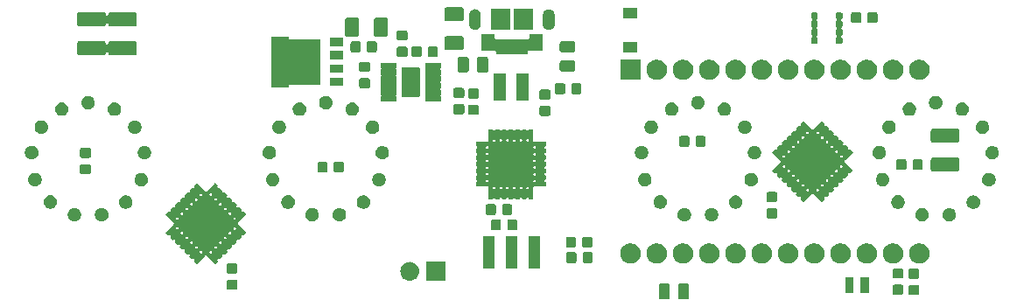
<source format=gbr>
G04 #@! TF.GenerationSoftware,KiCad,Pcbnew,(5.1.4)-1*
G04 #@! TF.CreationDate,2020-01-25T19:49:42-07:00*
G04 #@! TF.ProjectId,PCBV1,50434256-312e-46b6-9963-61645f706362,rev?*
G04 #@! TF.SameCoordinates,Original*
G04 #@! TF.FileFunction,Soldermask,Bot*
G04 #@! TF.FilePolarity,Negative*
%FSLAX46Y46*%
G04 Gerber Fmt 4.6, Leading zero omitted, Abs format (unit mm)*
G04 Created by KiCad (PCBNEW (5.1.4)-1) date 2020-01-25 19:49:42*
%MOMM*%
%LPD*%
G04 APERTURE LIST*
%ADD10C,0.100000*%
G04 APERTURE END LIST*
D10*
G36*
X116984468Y-77028565D02*
G01*
X117023138Y-77040296D01*
X117058777Y-77059346D01*
X117090017Y-77084983D01*
X117115654Y-77116223D01*
X117134704Y-77151862D01*
X117146435Y-77190532D01*
X117151000Y-77236888D01*
X117151000Y-78313112D01*
X117146435Y-78359468D01*
X117134704Y-78398138D01*
X117115654Y-78433777D01*
X117090017Y-78465017D01*
X117058777Y-78490654D01*
X117023138Y-78509704D01*
X116984468Y-78521435D01*
X116938112Y-78526000D01*
X116286888Y-78526000D01*
X116240532Y-78521435D01*
X116201862Y-78509704D01*
X116166223Y-78490654D01*
X116134983Y-78465017D01*
X116109346Y-78433777D01*
X116090296Y-78398138D01*
X116078565Y-78359468D01*
X116074000Y-78313112D01*
X116074000Y-77236888D01*
X116078565Y-77190532D01*
X116090296Y-77151862D01*
X116109346Y-77116223D01*
X116134983Y-77084983D01*
X116166223Y-77059346D01*
X116201862Y-77040296D01*
X116240532Y-77028565D01*
X116286888Y-77024000D01*
X116938112Y-77024000D01*
X116984468Y-77028565D01*
X116984468Y-77028565D01*
G37*
G36*
X115109468Y-77028565D02*
G01*
X115148138Y-77040296D01*
X115183777Y-77059346D01*
X115215017Y-77084983D01*
X115240654Y-77116223D01*
X115259704Y-77151862D01*
X115271435Y-77190532D01*
X115276000Y-77236888D01*
X115276000Y-78313112D01*
X115271435Y-78359468D01*
X115259704Y-78398138D01*
X115240654Y-78433777D01*
X115215017Y-78465017D01*
X115183777Y-78490654D01*
X115148138Y-78509704D01*
X115109468Y-78521435D01*
X115063112Y-78526000D01*
X114411888Y-78526000D01*
X114365532Y-78521435D01*
X114326862Y-78509704D01*
X114291223Y-78490654D01*
X114259983Y-78465017D01*
X114234346Y-78433777D01*
X114215296Y-78398138D01*
X114203565Y-78359468D01*
X114199000Y-78313112D01*
X114199000Y-77236888D01*
X114203565Y-77190532D01*
X114215296Y-77151862D01*
X114234346Y-77116223D01*
X114259983Y-77084983D01*
X114291223Y-77059346D01*
X114326862Y-77040296D01*
X114365532Y-77028565D01*
X114411888Y-77024000D01*
X115063112Y-77024000D01*
X115109468Y-77028565D01*
X115109468Y-77028565D01*
G37*
G36*
X139264591Y-77140585D02*
G01*
X139298569Y-77150893D01*
X139329890Y-77167634D01*
X139357339Y-77190161D01*
X139379866Y-77217610D01*
X139396607Y-77248931D01*
X139406915Y-77282909D01*
X139411000Y-77324390D01*
X139411000Y-77925610D01*
X139406915Y-77967091D01*
X139396607Y-78001069D01*
X139379866Y-78032390D01*
X139357339Y-78059839D01*
X139329890Y-78082366D01*
X139298569Y-78099107D01*
X139264591Y-78109415D01*
X139223110Y-78113500D01*
X138546890Y-78113500D01*
X138505409Y-78109415D01*
X138471431Y-78099107D01*
X138440110Y-78082366D01*
X138412661Y-78059839D01*
X138390134Y-78032390D01*
X138373393Y-78001069D01*
X138363085Y-77967091D01*
X138359000Y-77925610D01*
X138359000Y-77324390D01*
X138363085Y-77282909D01*
X138373393Y-77248931D01*
X138390134Y-77217610D01*
X138412661Y-77190161D01*
X138440110Y-77167634D01*
X138471431Y-77150893D01*
X138505409Y-77140585D01*
X138546890Y-77136500D01*
X139223110Y-77136500D01*
X139264591Y-77140585D01*
X139264591Y-77140585D01*
G37*
G36*
X137714591Y-77128085D02*
G01*
X137748569Y-77138393D01*
X137779890Y-77155134D01*
X137807339Y-77177661D01*
X137829866Y-77205110D01*
X137846607Y-77236431D01*
X137856915Y-77270409D01*
X137861000Y-77311890D01*
X137861000Y-77913110D01*
X137856915Y-77954591D01*
X137846607Y-77988569D01*
X137829866Y-78019890D01*
X137807339Y-78047339D01*
X137779890Y-78069866D01*
X137748569Y-78086607D01*
X137714591Y-78096915D01*
X137673110Y-78101000D01*
X136996890Y-78101000D01*
X136955409Y-78096915D01*
X136921431Y-78086607D01*
X136890110Y-78069866D01*
X136862661Y-78047339D01*
X136840134Y-78019890D01*
X136823393Y-77988569D01*
X136813085Y-77954591D01*
X136809000Y-77913110D01*
X136809000Y-77311890D01*
X136813085Y-77270409D01*
X136823393Y-77236431D01*
X136840134Y-77205110D01*
X136862661Y-77177661D01*
X136890110Y-77155134D01*
X136921431Y-77138393D01*
X136955409Y-77128085D01*
X136996890Y-77124000D01*
X137673110Y-77124000D01*
X137714591Y-77128085D01*
X137714591Y-77128085D01*
G37*
G36*
X133051000Y-77901000D02*
G01*
X132249000Y-77901000D01*
X132249000Y-76399000D01*
X133051000Y-76399000D01*
X133051000Y-77901000D01*
X133051000Y-77901000D01*
G37*
G36*
X134551000Y-77901000D02*
G01*
X133749000Y-77901000D01*
X133749000Y-76399000D01*
X134551000Y-76399000D01*
X134551000Y-77901000D01*
X134551000Y-77901000D01*
G37*
G36*
X73304591Y-76640585D02*
G01*
X73338569Y-76650893D01*
X73369890Y-76667634D01*
X73397339Y-76690161D01*
X73419866Y-76717610D01*
X73436607Y-76748931D01*
X73446915Y-76782909D01*
X73451000Y-76824390D01*
X73451000Y-77425610D01*
X73446915Y-77467091D01*
X73436607Y-77501069D01*
X73419866Y-77532390D01*
X73397339Y-77559839D01*
X73369890Y-77582366D01*
X73338569Y-77599107D01*
X73304591Y-77609415D01*
X73263110Y-77613500D01*
X72586890Y-77613500D01*
X72545409Y-77609415D01*
X72511431Y-77599107D01*
X72480110Y-77582366D01*
X72452661Y-77559839D01*
X72430134Y-77532390D01*
X72413393Y-77501069D01*
X72403085Y-77467091D01*
X72399000Y-77425610D01*
X72399000Y-76824390D01*
X72403085Y-76782909D01*
X72413393Y-76748931D01*
X72430134Y-76717610D01*
X72452661Y-76690161D01*
X72480110Y-76667634D01*
X72511431Y-76650893D01*
X72545409Y-76640585D01*
X72586890Y-76636500D01*
X73263110Y-76636500D01*
X73304591Y-76640585D01*
X73304591Y-76640585D01*
G37*
G36*
X93551000Y-76726000D02*
G01*
X91749000Y-76726000D01*
X91749000Y-74924000D01*
X93551000Y-74924000D01*
X93551000Y-76726000D01*
X93551000Y-76726000D01*
G37*
G36*
X90220443Y-74930519D02*
G01*
X90286627Y-74937037D01*
X90456466Y-74988557D01*
X90456468Y-74988558D01*
X90499589Y-75011607D01*
X90612991Y-75072222D01*
X90627621Y-75084229D01*
X90750186Y-75184814D01*
X90833448Y-75286271D01*
X90862778Y-75322009D01*
X90946443Y-75478534D01*
X90997963Y-75648373D01*
X91015359Y-75825000D01*
X90997963Y-76001627D01*
X90946443Y-76171466D01*
X90862778Y-76327991D01*
X90854473Y-76338110D01*
X90750186Y-76465186D01*
X90665829Y-76534415D01*
X90612991Y-76577778D01*
X90456466Y-76661443D01*
X90286627Y-76712963D01*
X90239444Y-76717610D01*
X90154260Y-76726000D01*
X90065740Y-76726000D01*
X89980556Y-76717610D01*
X89933373Y-76712963D01*
X89763534Y-76661443D01*
X89607009Y-76577778D01*
X89554171Y-76534415D01*
X89469814Y-76465186D01*
X89365527Y-76338110D01*
X89357222Y-76327991D01*
X89273557Y-76171466D01*
X89222037Y-76001627D01*
X89204641Y-75825000D01*
X89222037Y-75648373D01*
X89273557Y-75478534D01*
X89357222Y-75322009D01*
X89386552Y-75286271D01*
X89469814Y-75184814D01*
X89592379Y-75084229D01*
X89607009Y-75072222D01*
X89720411Y-75011607D01*
X89763532Y-74988558D01*
X89763534Y-74988557D01*
X89933373Y-74937037D01*
X89999557Y-74930519D01*
X90065740Y-74924000D01*
X90154260Y-74924000D01*
X90220443Y-74930519D01*
X90220443Y-74930519D01*
G37*
G36*
X139264591Y-75565585D02*
G01*
X139298569Y-75575893D01*
X139329890Y-75592634D01*
X139357339Y-75615161D01*
X139379866Y-75642610D01*
X139396607Y-75673931D01*
X139406915Y-75707909D01*
X139411000Y-75749390D01*
X139411000Y-76350610D01*
X139406915Y-76392091D01*
X139396607Y-76426069D01*
X139379866Y-76457390D01*
X139357339Y-76484839D01*
X139329890Y-76507366D01*
X139298569Y-76524107D01*
X139264591Y-76534415D01*
X139223110Y-76538500D01*
X138546890Y-76538500D01*
X138505409Y-76534415D01*
X138471431Y-76524107D01*
X138440110Y-76507366D01*
X138412661Y-76484839D01*
X138390134Y-76457390D01*
X138373393Y-76426069D01*
X138363085Y-76392091D01*
X138359000Y-76350610D01*
X138359000Y-75749390D01*
X138363085Y-75707909D01*
X138373393Y-75673931D01*
X138390134Y-75642610D01*
X138412661Y-75615161D01*
X138440110Y-75592634D01*
X138471431Y-75575893D01*
X138505409Y-75565585D01*
X138546890Y-75561500D01*
X139223110Y-75561500D01*
X139264591Y-75565585D01*
X139264591Y-75565585D01*
G37*
G36*
X137714591Y-75553085D02*
G01*
X137748569Y-75563393D01*
X137779890Y-75580134D01*
X137807339Y-75602661D01*
X137829866Y-75630110D01*
X137846607Y-75661431D01*
X137856915Y-75695409D01*
X137861000Y-75736890D01*
X137861000Y-76338110D01*
X137856915Y-76379591D01*
X137846607Y-76413569D01*
X137829866Y-76444890D01*
X137807339Y-76472339D01*
X137779890Y-76494866D01*
X137748569Y-76511607D01*
X137714591Y-76521915D01*
X137673110Y-76526000D01*
X136996890Y-76526000D01*
X136955409Y-76521915D01*
X136921431Y-76511607D01*
X136890110Y-76494866D01*
X136862661Y-76472339D01*
X136840134Y-76444890D01*
X136823393Y-76413569D01*
X136813085Y-76379591D01*
X136809000Y-76338110D01*
X136809000Y-75736890D01*
X136813085Y-75695409D01*
X136823393Y-75661431D01*
X136840134Y-75630110D01*
X136862661Y-75602661D01*
X136890110Y-75580134D01*
X136921431Y-75563393D01*
X136955409Y-75553085D01*
X136996890Y-75549000D01*
X137673110Y-75549000D01*
X137714591Y-75553085D01*
X137714591Y-75553085D01*
G37*
G36*
X73304591Y-75065585D02*
G01*
X73338569Y-75075893D01*
X73369890Y-75092634D01*
X73397339Y-75115161D01*
X73419866Y-75142610D01*
X73436607Y-75173931D01*
X73446915Y-75207909D01*
X73451000Y-75249390D01*
X73451000Y-75850610D01*
X73446915Y-75892091D01*
X73436607Y-75926069D01*
X73419866Y-75957390D01*
X73397339Y-75984839D01*
X73369890Y-76007366D01*
X73338569Y-76024107D01*
X73304591Y-76034415D01*
X73263110Y-76038500D01*
X72586890Y-76038500D01*
X72545409Y-76034415D01*
X72511431Y-76024107D01*
X72480110Y-76007366D01*
X72452661Y-75984839D01*
X72430134Y-75957390D01*
X72413393Y-75926069D01*
X72403085Y-75892091D01*
X72399000Y-75850610D01*
X72399000Y-75249390D01*
X72403085Y-75207909D01*
X72413393Y-75173931D01*
X72430134Y-75142610D01*
X72452661Y-75115161D01*
X72480110Y-75092634D01*
X72511431Y-75075893D01*
X72545409Y-75065585D01*
X72586890Y-75061500D01*
X73263110Y-75061500D01*
X73304591Y-75065585D01*
X73304591Y-75065585D01*
G37*
G36*
X100551000Y-75551000D02*
G01*
X99449000Y-75551000D01*
X99449000Y-72449000D01*
X100551000Y-72449000D01*
X100551000Y-75551000D01*
X100551000Y-75551000D01*
G37*
G36*
X98351000Y-75551000D02*
G01*
X97249000Y-75551000D01*
X97249000Y-72449000D01*
X98351000Y-72449000D01*
X98351000Y-75551000D01*
X98351000Y-75551000D01*
G37*
G36*
X102751000Y-75551000D02*
G01*
X101649000Y-75551000D01*
X101649000Y-72449000D01*
X102751000Y-72449000D01*
X102751000Y-75551000D01*
X102751000Y-75551000D01*
G37*
G36*
X71291178Y-67291206D02*
G01*
X71298193Y-67293334D01*
X71304659Y-67296791D01*
X71315093Y-67305353D01*
X71536930Y-67527190D01*
X71545492Y-67537624D01*
X71548949Y-67544090D01*
X71551077Y-67551105D01*
X71551795Y-67558400D01*
X71551077Y-67565695D01*
X71548949Y-67572710D01*
X71545492Y-67579177D01*
X71539497Y-67586482D01*
X71525884Y-67606857D01*
X71516507Y-67629496D01*
X71511727Y-67653529D01*
X71511727Y-67678033D01*
X71516508Y-67702066D01*
X71525886Y-67724705D01*
X71539500Y-67745079D01*
X71556827Y-67762406D01*
X71577202Y-67776019D01*
X71599841Y-67785396D01*
X71623874Y-67790176D01*
X71648378Y-67790176D01*
X71672411Y-67785395D01*
X71695050Y-67776017D01*
X71715421Y-67762406D01*
X71722726Y-67756411D01*
X71729193Y-67752954D01*
X71736208Y-67750826D01*
X71743503Y-67750108D01*
X71750798Y-67750826D01*
X71757813Y-67752954D01*
X71764279Y-67756411D01*
X71774713Y-67764973D01*
X71996550Y-67986810D01*
X72005112Y-67997244D01*
X72008569Y-68003710D01*
X72010697Y-68010725D01*
X72011415Y-68018020D01*
X72010697Y-68025315D01*
X72008569Y-68032330D01*
X72005112Y-68038796D01*
X71999121Y-68046097D01*
X71985508Y-68066471D01*
X71976131Y-68089110D01*
X71971351Y-68113144D01*
X71971351Y-68137648D01*
X71976132Y-68161681D01*
X71985509Y-68184320D01*
X71999123Y-68204694D01*
X72016451Y-68222021D01*
X72036825Y-68235634D01*
X72059464Y-68245011D01*
X72083498Y-68249791D01*
X72108002Y-68249791D01*
X72132035Y-68245010D01*
X72154674Y-68235633D01*
X72175045Y-68222021D01*
X72182346Y-68216030D01*
X72188812Y-68212573D01*
X72195827Y-68210445D01*
X72203122Y-68209727D01*
X72210417Y-68210445D01*
X72217432Y-68212573D01*
X72223898Y-68216030D01*
X72234332Y-68224592D01*
X72456169Y-68446429D01*
X72464731Y-68456863D01*
X72468188Y-68463329D01*
X72470316Y-68470344D01*
X72471034Y-68477639D01*
X72470316Y-68484934D01*
X72468188Y-68491949D01*
X72464731Y-68498416D01*
X72458737Y-68505720D01*
X72445124Y-68526095D01*
X72435747Y-68548734D01*
X72430968Y-68572768D01*
X72430968Y-68597272D01*
X72435749Y-68621305D01*
X72445127Y-68643943D01*
X72458742Y-68664317D01*
X72476069Y-68681644D01*
X72496444Y-68695257D01*
X72519083Y-68704634D01*
X72543117Y-68709413D01*
X72567621Y-68709413D01*
X72591654Y-68704632D01*
X72614292Y-68695254D01*
X72634664Y-68681642D01*
X72641968Y-68675648D01*
X72648431Y-68672193D01*
X72655446Y-68670065D01*
X72662741Y-68669347D01*
X72670036Y-68670065D01*
X72677051Y-68672193D01*
X72683517Y-68675650D01*
X72693951Y-68684212D01*
X72915788Y-68906049D01*
X72924350Y-68916483D01*
X72927807Y-68922949D01*
X72929935Y-68929964D01*
X72930653Y-68937259D01*
X72929935Y-68944554D01*
X72927807Y-68951569D01*
X72924352Y-68958032D01*
X72918358Y-68965336D01*
X72904745Y-68985711D01*
X72895367Y-69008350D01*
X72890587Y-69032383D01*
X72890587Y-69056887D01*
X72895367Y-69080920D01*
X72904745Y-69103559D01*
X72918358Y-69123934D01*
X72935685Y-69141261D01*
X72956060Y-69154874D01*
X72978699Y-69164252D01*
X73002732Y-69169032D01*
X73027236Y-69169032D01*
X73051269Y-69164252D01*
X73073908Y-69154874D01*
X73094280Y-69141263D01*
X73101584Y-69135269D01*
X73108051Y-69131812D01*
X73115066Y-69129684D01*
X73122361Y-69128966D01*
X73129656Y-69129684D01*
X73136671Y-69131812D01*
X73143137Y-69135269D01*
X73153571Y-69143831D01*
X73375408Y-69365668D01*
X73383970Y-69376102D01*
X73387427Y-69382568D01*
X73389555Y-69389583D01*
X73390273Y-69396878D01*
X73389555Y-69404173D01*
X73387427Y-69411188D01*
X73383970Y-69417654D01*
X73377979Y-69424955D01*
X73364366Y-69445329D01*
X73354989Y-69467968D01*
X73350209Y-69492002D01*
X73350209Y-69516506D01*
X73354990Y-69540539D01*
X73364367Y-69563178D01*
X73377981Y-69583552D01*
X73395309Y-69600879D01*
X73415683Y-69614492D01*
X73438322Y-69623869D01*
X73462356Y-69628649D01*
X73486860Y-69628649D01*
X73510893Y-69623868D01*
X73533532Y-69614491D01*
X73553903Y-69600879D01*
X73561204Y-69594888D01*
X73567670Y-69591431D01*
X73574685Y-69589303D01*
X73581980Y-69588585D01*
X73589275Y-69589303D01*
X73596290Y-69591431D01*
X73602756Y-69594888D01*
X73613190Y-69603450D01*
X73835027Y-69825287D01*
X73843589Y-69835721D01*
X73847046Y-69842187D01*
X73849174Y-69849202D01*
X73849892Y-69856497D01*
X73849174Y-69863792D01*
X73847046Y-69870807D01*
X73843589Y-69877274D01*
X73837594Y-69884579D01*
X73823981Y-69904954D01*
X73814604Y-69927593D01*
X73809824Y-69951626D01*
X73809824Y-69976130D01*
X73814605Y-70000163D01*
X73823983Y-70022802D01*
X73837597Y-70043176D01*
X73854924Y-70060503D01*
X73875299Y-70074116D01*
X73897938Y-70083493D01*
X73921971Y-70088273D01*
X73946475Y-70088273D01*
X73970508Y-70083492D01*
X73993147Y-70074114D01*
X74013518Y-70060503D01*
X74020823Y-70054508D01*
X74027290Y-70051051D01*
X74034305Y-70048923D01*
X74041600Y-70048205D01*
X74048895Y-70048923D01*
X74055910Y-70051051D01*
X74062376Y-70054508D01*
X74072810Y-70063070D01*
X74294647Y-70284907D01*
X74303209Y-70295341D01*
X74306666Y-70301807D01*
X74308794Y-70308822D01*
X74309512Y-70316117D01*
X74308794Y-70323412D01*
X74306666Y-70330427D01*
X74303209Y-70336893D01*
X74294647Y-70347327D01*
X73560158Y-71081816D01*
X73548713Y-71091208D01*
X73530508Y-71103373D01*
X73513180Y-71120699D01*
X73499566Y-71141073D01*
X73490188Y-71163712D01*
X73485407Y-71187745D01*
X73485407Y-71212249D01*
X73490187Y-71236282D01*
X73499563Y-71258922D01*
X73513177Y-71279296D01*
X73530503Y-71296624D01*
X73548713Y-71308792D01*
X73560158Y-71318184D01*
X74294647Y-72052673D01*
X74303209Y-72063107D01*
X74306666Y-72069573D01*
X74308794Y-72076588D01*
X74309512Y-72083883D01*
X74308794Y-72091178D01*
X74306666Y-72098193D01*
X74303209Y-72104659D01*
X74294647Y-72115093D01*
X74072810Y-72336930D01*
X74062376Y-72345492D01*
X74055910Y-72348949D01*
X74048895Y-72351077D01*
X74041600Y-72351795D01*
X74034305Y-72351077D01*
X74027290Y-72348949D01*
X74020823Y-72345492D01*
X74013518Y-72339497D01*
X73993143Y-72325884D01*
X73970504Y-72316507D01*
X73946471Y-72311727D01*
X73921967Y-72311727D01*
X73897934Y-72316508D01*
X73875295Y-72325886D01*
X73854921Y-72339500D01*
X73837594Y-72356827D01*
X73823981Y-72377202D01*
X73814604Y-72399841D01*
X73809824Y-72423874D01*
X73809824Y-72448378D01*
X73814605Y-72472411D01*
X73823983Y-72495050D01*
X73837594Y-72515421D01*
X73843589Y-72522726D01*
X73847046Y-72529193D01*
X73849174Y-72536208D01*
X73849892Y-72543503D01*
X73849174Y-72550798D01*
X73847046Y-72557813D01*
X73843589Y-72564279D01*
X73835027Y-72574713D01*
X73613190Y-72796550D01*
X73602756Y-72805112D01*
X73596290Y-72808569D01*
X73589275Y-72810697D01*
X73581980Y-72811415D01*
X73574685Y-72810697D01*
X73567670Y-72808569D01*
X73561204Y-72805112D01*
X73553903Y-72799121D01*
X73533529Y-72785508D01*
X73510890Y-72776131D01*
X73486856Y-72771351D01*
X73462352Y-72771351D01*
X73438319Y-72776132D01*
X73415680Y-72785509D01*
X73395306Y-72799123D01*
X73377979Y-72816451D01*
X73364366Y-72836825D01*
X73354989Y-72859464D01*
X73350209Y-72883498D01*
X73350209Y-72908002D01*
X73354990Y-72932035D01*
X73364367Y-72954674D01*
X73377979Y-72975045D01*
X73383970Y-72982346D01*
X73387427Y-72988812D01*
X73389555Y-72995827D01*
X73390273Y-73003122D01*
X73389555Y-73010417D01*
X73387427Y-73017432D01*
X73383970Y-73023898D01*
X73375408Y-73034332D01*
X73153571Y-73256169D01*
X73143137Y-73264731D01*
X73136671Y-73268188D01*
X73129656Y-73270316D01*
X73122361Y-73271034D01*
X73115066Y-73270316D01*
X73108051Y-73268188D01*
X73101584Y-73264731D01*
X73094280Y-73258737D01*
X73073905Y-73245124D01*
X73051266Y-73235747D01*
X73027232Y-73230968D01*
X73002728Y-73230968D01*
X72978695Y-73235749D01*
X72956057Y-73245127D01*
X72935683Y-73258742D01*
X72918356Y-73276069D01*
X72904743Y-73296444D01*
X72895366Y-73319083D01*
X72890587Y-73343117D01*
X72890587Y-73367621D01*
X72895368Y-73391654D01*
X72904746Y-73414292D01*
X72918358Y-73434664D01*
X72924352Y-73441968D01*
X72927807Y-73448431D01*
X72929935Y-73455446D01*
X72930653Y-73462741D01*
X72929935Y-73470036D01*
X72927807Y-73477051D01*
X72924350Y-73483517D01*
X72915788Y-73493951D01*
X72693951Y-73715788D01*
X72683517Y-73724350D01*
X72677051Y-73727807D01*
X72670036Y-73729935D01*
X72662741Y-73730653D01*
X72655446Y-73729935D01*
X72648431Y-73727807D01*
X72641968Y-73724352D01*
X72634664Y-73718358D01*
X72614289Y-73704745D01*
X72591650Y-73695367D01*
X72567617Y-73690587D01*
X72543113Y-73690587D01*
X72519080Y-73695367D01*
X72496441Y-73704745D01*
X72476066Y-73718358D01*
X72458739Y-73735685D01*
X72445126Y-73756060D01*
X72435748Y-73778699D01*
X72430968Y-73802732D01*
X72430968Y-73827236D01*
X72435748Y-73851269D01*
X72445126Y-73873908D01*
X72458737Y-73894280D01*
X72464731Y-73901584D01*
X72468188Y-73908051D01*
X72470316Y-73915066D01*
X72471034Y-73922361D01*
X72470316Y-73929656D01*
X72468188Y-73936671D01*
X72464731Y-73943137D01*
X72456169Y-73953571D01*
X72234332Y-74175408D01*
X72223898Y-74183970D01*
X72217432Y-74187427D01*
X72210417Y-74189555D01*
X72203122Y-74190273D01*
X72195827Y-74189555D01*
X72188812Y-74187427D01*
X72182346Y-74183970D01*
X72175045Y-74177979D01*
X72154671Y-74164366D01*
X72132032Y-74154989D01*
X72107998Y-74150209D01*
X72083494Y-74150209D01*
X72059461Y-74154990D01*
X72036822Y-74164367D01*
X72016448Y-74177981D01*
X71999121Y-74195309D01*
X71985508Y-74215683D01*
X71976131Y-74238322D01*
X71971351Y-74262356D01*
X71971351Y-74286860D01*
X71976132Y-74310893D01*
X71985509Y-74333532D01*
X71999121Y-74353903D01*
X72005112Y-74361204D01*
X72008569Y-74367670D01*
X72010697Y-74374685D01*
X72011415Y-74381980D01*
X72010697Y-74389275D01*
X72008569Y-74396290D01*
X72005112Y-74402756D01*
X71996550Y-74413190D01*
X71774713Y-74635027D01*
X71764279Y-74643589D01*
X71757813Y-74647046D01*
X71750798Y-74649174D01*
X71743503Y-74649892D01*
X71736208Y-74649174D01*
X71729193Y-74647046D01*
X71722726Y-74643589D01*
X71715421Y-74637594D01*
X71695046Y-74623981D01*
X71672407Y-74614604D01*
X71648374Y-74609824D01*
X71623870Y-74609824D01*
X71599837Y-74614605D01*
X71577198Y-74623983D01*
X71556824Y-74637597D01*
X71539497Y-74654924D01*
X71525884Y-74675299D01*
X71516507Y-74697938D01*
X71511727Y-74721971D01*
X71511727Y-74746475D01*
X71516508Y-74770508D01*
X71525886Y-74793147D01*
X71539497Y-74813518D01*
X71545492Y-74820823D01*
X71548949Y-74827290D01*
X71551077Y-74834305D01*
X71551795Y-74841600D01*
X71551077Y-74848895D01*
X71548949Y-74855910D01*
X71545492Y-74862376D01*
X71536930Y-74872810D01*
X71315093Y-75094647D01*
X71304659Y-75103209D01*
X71298193Y-75106666D01*
X71291178Y-75108794D01*
X71283883Y-75109512D01*
X71276588Y-75108794D01*
X71269573Y-75106666D01*
X71263107Y-75103209D01*
X71252673Y-75094647D01*
X70518184Y-74360158D01*
X70508792Y-74348713D01*
X70496627Y-74330508D01*
X70479301Y-74313180D01*
X70458927Y-74299566D01*
X70436288Y-74290188D01*
X70412255Y-74285407D01*
X70387751Y-74285407D01*
X70363718Y-74290187D01*
X70341078Y-74299563D01*
X70320704Y-74313177D01*
X70303376Y-74330503D01*
X70291208Y-74348713D01*
X70281816Y-74360158D01*
X69547327Y-75094647D01*
X69536893Y-75103209D01*
X69530427Y-75106666D01*
X69523412Y-75108794D01*
X69516117Y-75109512D01*
X69508822Y-75108794D01*
X69501807Y-75106666D01*
X69495341Y-75103209D01*
X69484907Y-75094647D01*
X69263070Y-74872810D01*
X69254508Y-74862376D01*
X69251051Y-74855910D01*
X69248923Y-74848895D01*
X69248205Y-74841600D01*
X69248923Y-74834305D01*
X69251051Y-74827290D01*
X69254508Y-74820823D01*
X69260503Y-74813518D01*
X69274116Y-74793143D01*
X69283493Y-74770504D01*
X69288273Y-74746471D01*
X69288273Y-74721967D01*
X69283492Y-74697934D01*
X69274114Y-74675295D01*
X69260500Y-74654921D01*
X69243173Y-74637594D01*
X69222798Y-74623981D01*
X69200159Y-74614604D01*
X69176126Y-74609824D01*
X69151622Y-74609824D01*
X69127589Y-74614605D01*
X69104950Y-74623983D01*
X69084579Y-74637594D01*
X69077274Y-74643589D01*
X69070807Y-74647046D01*
X69063792Y-74649174D01*
X69056497Y-74649892D01*
X69049202Y-74649174D01*
X69042187Y-74647046D01*
X69035721Y-74643589D01*
X69025287Y-74635027D01*
X68803450Y-74413190D01*
X68794888Y-74402756D01*
X68791431Y-74396290D01*
X68789303Y-74389275D01*
X68788585Y-74381980D01*
X68789303Y-74374685D01*
X68791431Y-74367670D01*
X68794888Y-74361204D01*
X68800879Y-74353903D01*
X68814492Y-74333529D01*
X68823869Y-74310890D01*
X68828649Y-74286856D01*
X68828649Y-74262352D01*
X68823868Y-74238319D01*
X68814491Y-74215680D01*
X68800877Y-74195306D01*
X68783549Y-74177979D01*
X68763175Y-74164366D01*
X68740536Y-74154989D01*
X68716502Y-74150209D01*
X68691998Y-74150209D01*
X68667965Y-74154990D01*
X68645326Y-74164367D01*
X68624955Y-74177979D01*
X68617654Y-74183970D01*
X68611188Y-74187427D01*
X68604173Y-74189555D01*
X68596878Y-74190273D01*
X68589583Y-74189555D01*
X68582568Y-74187427D01*
X68576102Y-74183970D01*
X68565668Y-74175408D01*
X68379171Y-73988911D01*
X69796988Y-73988911D01*
X69801759Y-74012946D01*
X69811128Y-74035589D01*
X69824734Y-74055968D01*
X69842054Y-74073302D01*
X69862424Y-74086924D01*
X69885059Y-74096310D01*
X69909090Y-74101099D01*
X69933594Y-74101109D01*
X69957629Y-74096338D01*
X69980272Y-74086969D01*
X70000726Y-74073302D01*
X70001392Y-74072755D01*
X70018712Y-74055421D01*
X70032318Y-74035042D01*
X70041687Y-74012399D01*
X70046458Y-73988364D01*
X70046454Y-73976160D01*
X70752945Y-73976160D01*
X70755347Y-74000546D01*
X70762460Y-74023995D01*
X70774011Y-74045606D01*
X70798608Y-74072755D01*
X70799274Y-74073302D01*
X70819644Y-74086924D01*
X70842279Y-74096310D01*
X70866310Y-74101099D01*
X70890814Y-74101109D01*
X70914849Y-74096338D01*
X70937492Y-74086969D01*
X70957871Y-74073363D01*
X70975205Y-74056043D01*
X70988827Y-74035673D01*
X70998213Y-74013038D01*
X71003002Y-73989007D01*
X71003012Y-73964503D01*
X70998241Y-73940468D01*
X70988872Y-73917825D01*
X70975205Y-73897371D01*
X70974658Y-73896705D01*
X70957324Y-73879385D01*
X70936945Y-73865779D01*
X70914302Y-73856410D01*
X70890267Y-73851639D01*
X70865763Y-73851649D01*
X70841732Y-73856438D01*
X70819097Y-73865824D01*
X70789679Y-73887650D01*
X70789551Y-73887778D01*
X70774011Y-73906714D01*
X70762460Y-73928325D01*
X70755347Y-73951774D01*
X70752945Y-73976160D01*
X70046454Y-73976160D01*
X70046448Y-73963860D01*
X70041659Y-73939829D01*
X70032273Y-73917194D01*
X70010447Y-73887776D01*
X70010319Y-73887648D01*
X69991383Y-73872108D01*
X69969772Y-73860557D01*
X69946323Y-73853444D01*
X69921937Y-73851042D01*
X69897551Y-73853444D01*
X69874102Y-73860557D01*
X69852491Y-73872108D01*
X69825342Y-73896705D01*
X69824795Y-73897371D01*
X69811173Y-73917741D01*
X69801787Y-73940376D01*
X69796998Y-73964407D01*
X69796988Y-73988911D01*
X68379171Y-73988911D01*
X68343831Y-73953571D01*
X68335269Y-73943137D01*
X68331812Y-73936671D01*
X68329684Y-73929656D01*
X68328966Y-73922361D01*
X68329684Y-73915066D01*
X68331812Y-73908051D01*
X68335269Y-73901584D01*
X68341263Y-73894280D01*
X68354876Y-73873905D01*
X68364253Y-73851266D01*
X68369032Y-73827232D01*
X68369032Y-73802728D01*
X68364251Y-73778695D01*
X68354873Y-73756057D01*
X68341258Y-73735683D01*
X68323931Y-73718356D01*
X68303556Y-73704743D01*
X68280917Y-73695366D01*
X68256883Y-73690587D01*
X68232379Y-73690587D01*
X68208346Y-73695368D01*
X68185708Y-73704746D01*
X68165336Y-73718358D01*
X68158032Y-73724352D01*
X68151569Y-73727807D01*
X68144554Y-73729935D01*
X68137259Y-73730653D01*
X68129964Y-73729935D01*
X68122949Y-73727807D01*
X68116483Y-73724350D01*
X68106049Y-73715788D01*
X67919536Y-73529275D01*
X69337372Y-73529275D01*
X69342141Y-73553311D01*
X69351507Y-73575954D01*
X69365111Y-73596335D01*
X69382430Y-73613670D01*
X69402798Y-73627294D01*
X69425432Y-73636682D01*
X69449463Y-73641474D01*
X69473967Y-73641486D01*
X69498003Y-73636717D01*
X69520646Y-73627351D01*
X69541120Y-73613670D01*
X69541781Y-73613127D01*
X69559100Y-73595792D01*
X69572704Y-73575411D01*
X69582070Y-73552768D01*
X69586839Y-73528732D01*
X69586834Y-73516540D01*
X71212565Y-73516540D01*
X71214967Y-73540926D01*
X71222080Y-73564375D01*
X71233631Y-73585986D01*
X71258219Y-73613127D01*
X71258880Y-73613670D01*
X71279248Y-73627294D01*
X71301882Y-73636682D01*
X71325913Y-73641474D01*
X71350417Y-73641486D01*
X71374453Y-73636717D01*
X71397096Y-73627351D01*
X71417477Y-73613747D01*
X71434812Y-73596428D01*
X71448436Y-73576060D01*
X71457824Y-73553426D01*
X71462616Y-73529395D01*
X71462628Y-73504891D01*
X71457859Y-73480855D01*
X71448493Y-73458212D01*
X71434812Y-73437738D01*
X71434269Y-73437077D01*
X71416934Y-73419758D01*
X71396553Y-73406154D01*
X71373910Y-73396788D01*
X71349874Y-73392019D01*
X71325370Y-73392031D01*
X71301339Y-73396823D01*
X71278705Y-73406211D01*
X71249298Y-73428031D01*
X71249171Y-73428158D01*
X71233631Y-73447094D01*
X71222080Y-73468705D01*
X71214967Y-73492154D01*
X71212565Y-73516540D01*
X69586834Y-73516540D01*
X69586827Y-73504228D01*
X69582035Y-73480197D01*
X69572647Y-73457563D01*
X69550827Y-73428156D01*
X69550700Y-73428029D01*
X69531764Y-73412489D01*
X69510153Y-73400938D01*
X69486704Y-73393825D01*
X69462318Y-73391423D01*
X69437932Y-73393825D01*
X69414483Y-73400938D01*
X69392872Y-73412489D01*
X69365731Y-73437077D01*
X69365188Y-73437738D01*
X69351564Y-73458106D01*
X69342176Y-73480740D01*
X69337384Y-73504771D01*
X69337372Y-73529275D01*
X67919536Y-73529275D01*
X67884212Y-73493951D01*
X67875650Y-73483517D01*
X67872193Y-73477051D01*
X67870065Y-73470036D01*
X67869347Y-73462741D01*
X67870065Y-73455446D01*
X67872193Y-73448431D01*
X67875648Y-73441968D01*
X67881642Y-73434664D01*
X67895255Y-73414289D01*
X67904633Y-73391650D01*
X67909413Y-73367617D01*
X67909413Y-73343113D01*
X67904633Y-73319080D01*
X67895255Y-73296441D01*
X67881642Y-73276066D01*
X67864315Y-73258739D01*
X67843940Y-73245126D01*
X67821301Y-73235748D01*
X67797268Y-73230968D01*
X67772764Y-73230968D01*
X67748731Y-73235748D01*
X67726092Y-73245126D01*
X67705720Y-73258737D01*
X67698416Y-73264731D01*
X67691949Y-73268188D01*
X67684934Y-73270316D01*
X67677639Y-73271034D01*
X67670344Y-73270316D01*
X67663329Y-73268188D01*
X67656863Y-73264731D01*
X67646429Y-73256169D01*
X67435578Y-73045318D01*
X68877747Y-73045318D01*
X68877767Y-73069822D01*
X68882568Y-73093852D01*
X68891964Y-73116482D01*
X68905595Y-73136845D01*
X68922936Y-73154158D01*
X68943322Y-73167755D01*
X68965969Y-73177113D01*
X68990006Y-73181873D01*
X69014510Y-73181853D01*
X69038540Y-73177052D01*
X69061170Y-73167656D01*
X69081530Y-73154028D01*
X69082193Y-73153483D01*
X69099506Y-73136142D01*
X69113103Y-73115757D01*
X69122463Y-73093110D01*
X69127224Y-73069073D01*
X69127215Y-73056921D01*
X71672184Y-73056921D01*
X71674586Y-73081307D01*
X71681699Y-73104756D01*
X71693250Y-73126367D01*
X71717807Y-73153483D01*
X71718470Y-73154028D01*
X71738834Y-73167658D01*
X71761465Y-73177053D01*
X71785494Y-73181853D01*
X71809998Y-73181873D01*
X71834035Y-73177112D01*
X71856682Y-73167752D01*
X71877067Y-73154155D01*
X71894408Y-73136842D01*
X71908038Y-73116478D01*
X71917433Y-73093847D01*
X71922233Y-73069818D01*
X71922253Y-73045314D01*
X71917492Y-73021277D01*
X71908132Y-72998630D01*
X71894538Y-72978248D01*
X71893994Y-72977584D01*
X71876681Y-72960243D01*
X71856318Y-72946612D01*
X71833688Y-72937216D01*
X71809658Y-72932415D01*
X71785154Y-72932395D01*
X71761117Y-72937155D01*
X71738470Y-72946513D01*
X71718084Y-72960110D01*
X71708925Y-72968404D01*
X71708790Y-72968539D01*
X71693250Y-72987475D01*
X71681699Y-73009086D01*
X71674586Y-73032535D01*
X71672184Y-73056921D01*
X69127215Y-73056921D01*
X69127204Y-73044569D01*
X69122404Y-73020540D01*
X69113009Y-72997909D01*
X69091208Y-72968537D01*
X69091080Y-72968409D01*
X69072144Y-72952869D01*
X69050533Y-72941318D01*
X69027084Y-72934205D01*
X69002698Y-72931803D01*
X68978312Y-72934205D01*
X68954863Y-72941318D01*
X68933252Y-72952869D01*
X68914310Y-72968414D01*
X68906006Y-72977584D01*
X68905462Y-72978248D01*
X68891865Y-72998634D01*
X68882507Y-73021281D01*
X68877747Y-73045318D01*
X67435578Y-73045318D01*
X67424592Y-73034332D01*
X67416030Y-73023898D01*
X67412573Y-73017432D01*
X67410445Y-73010417D01*
X67409727Y-73003122D01*
X67410445Y-72995827D01*
X67412573Y-72988812D01*
X67416030Y-72982346D01*
X67422021Y-72975045D01*
X67435634Y-72954671D01*
X67445011Y-72932032D01*
X67449791Y-72907998D01*
X67449791Y-72883494D01*
X67445010Y-72859461D01*
X67435633Y-72836822D01*
X67422019Y-72816448D01*
X67404691Y-72799121D01*
X67384317Y-72785508D01*
X67361678Y-72776131D01*
X67337644Y-72771351D01*
X67313140Y-72771351D01*
X67289107Y-72776132D01*
X67266468Y-72785509D01*
X67246097Y-72799121D01*
X67238796Y-72805112D01*
X67232330Y-72808569D01*
X67225315Y-72810697D01*
X67218020Y-72811415D01*
X67210725Y-72810697D01*
X67203710Y-72808569D01*
X67197244Y-72805112D01*
X67186810Y-72796550D01*
X67000258Y-72609998D01*
X68418127Y-72609998D01*
X68422888Y-72634035D01*
X68432248Y-72656682D01*
X68445845Y-72677067D01*
X68463158Y-72694408D01*
X68483522Y-72708038D01*
X68506153Y-72717433D01*
X68530182Y-72722233D01*
X68554686Y-72722253D01*
X68578723Y-72717492D01*
X68601370Y-72708132D01*
X68621752Y-72694538D01*
X68622416Y-72693994D01*
X68639757Y-72676681D01*
X68653388Y-72656318D01*
X68662784Y-72633688D01*
X68667585Y-72609658D01*
X68667595Y-72597302D01*
X72131803Y-72597302D01*
X72134205Y-72621688D01*
X72141318Y-72645137D01*
X72152869Y-72666748D01*
X72168414Y-72685690D01*
X72177584Y-72693994D01*
X72178248Y-72694538D01*
X72198634Y-72708135D01*
X72221281Y-72717493D01*
X72245318Y-72722253D01*
X72269822Y-72722233D01*
X72293852Y-72717432D01*
X72316482Y-72708036D01*
X72336845Y-72694405D01*
X72354158Y-72677064D01*
X72367755Y-72656678D01*
X72377113Y-72634031D01*
X72381873Y-72609994D01*
X72381853Y-72585490D01*
X72377052Y-72561460D01*
X72367656Y-72538830D01*
X72354028Y-72518470D01*
X72353483Y-72517807D01*
X72336142Y-72500494D01*
X72315757Y-72486897D01*
X72293110Y-72477537D01*
X72269073Y-72472776D01*
X72244569Y-72472796D01*
X72220540Y-72477596D01*
X72197909Y-72486991D01*
X72168537Y-72508792D01*
X72168409Y-72508920D01*
X72152869Y-72527856D01*
X72141318Y-72549467D01*
X72134205Y-72572916D01*
X72131803Y-72597302D01*
X68667595Y-72597302D01*
X68667605Y-72585154D01*
X68662845Y-72561117D01*
X68653487Y-72538470D01*
X68639890Y-72518084D01*
X68631596Y-72508925D01*
X68631461Y-72508790D01*
X68612525Y-72493250D01*
X68590914Y-72481699D01*
X68567465Y-72474586D01*
X68543079Y-72472184D01*
X68518693Y-72474586D01*
X68495244Y-72481699D01*
X68473633Y-72493250D01*
X68446517Y-72517807D01*
X68445972Y-72518470D01*
X68432342Y-72538834D01*
X68422947Y-72561465D01*
X68418147Y-72585494D01*
X68418127Y-72609998D01*
X67000258Y-72609998D01*
X66964973Y-72574713D01*
X66956411Y-72564279D01*
X66952954Y-72557813D01*
X66950826Y-72550798D01*
X66950108Y-72543503D01*
X66950826Y-72536208D01*
X66952954Y-72529193D01*
X66956411Y-72522726D01*
X66962406Y-72515421D01*
X66976019Y-72495046D01*
X66985396Y-72472407D01*
X66990176Y-72448374D01*
X66990176Y-72423870D01*
X66985395Y-72399837D01*
X66976017Y-72377198D01*
X66962403Y-72356824D01*
X66945076Y-72339497D01*
X66924701Y-72325884D01*
X66902062Y-72316507D01*
X66878029Y-72311727D01*
X66853525Y-72311727D01*
X66829492Y-72316508D01*
X66806853Y-72325886D01*
X66786482Y-72339497D01*
X66779177Y-72345492D01*
X66772710Y-72348949D01*
X66765695Y-72351077D01*
X66758400Y-72351795D01*
X66751105Y-72351077D01*
X66744090Y-72348949D01*
X66737624Y-72345492D01*
X66727190Y-72336930D01*
X66540677Y-72150417D01*
X67958514Y-72150417D01*
X67963283Y-72174453D01*
X67972649Y-72197096D01*
X67986253Y-72217477D01*
X68003572Y-72234812D01*
X68023940Y-72248436D01*
X68046574Y-72257824D01*
X68070605Y-72262616D01*
X68095109Y-72262628D01*
X68119145Y-72257859D01*
X68141788Y-72248493D01*
X68162262Y-72234812D01*
X68162923Y-72234269D01*
X68180242Y-72216934D01*
X68193846Y-72196553D01*
X68203212Y-72173910D01*
X68207981Y-72149874D01*
X68207976Y-72137682D01*
X72591423Y-72137682D01*
X72593825Y-72162068D01*
X72600938Y-72185517D01*
X72612489Y-72207128D01*
X72637077Y-72234269D01*
X72637738Y-72234812D01*
X72658106Y-72248436D01*
X72680740Y-72257824D01*
X72704771Y-72262616D01*
X72729275Y-72262628D01*
X72753311Y-72257859D01*
X72775954Y-72248493D01*
X72796335Y-72234889D01*
X72813670Y-72217570D01*
X72827294Y-72197202D01*
X72836682Y-72174568D01*
X72841474Y-72150537D01*
X72841486Y-72126033D01*
X72836717Y-72101997D01*
X72827351Y-72079354D01*
X72813670Y-72058880D01*
X72813127Y-72058219D01*
X72795792Y-72040900D01*
X72775411Y-72027296D01*
X72752768Y-72017930D01*
X72728732Y-72013161D01*
X72704228Y-72013173D01*
X72680197Y-72017965D01*
X72657563Y-72027353D01*
X72628156Y-72049173D01*
X72628029Y-72049300D01*
X72612489Y-72068236D01*
X72600938Y-72089847D01*
X72593825Y-72113296D01*
X72591423Y-72137682D01*
X68207976Y-72137682D01*
X68207969Y-72125370D01*
X68203177Y-72101339D01*
X68193789Y-72078705D01*
X68171969Y-72049298D01*
X68171842Y-72049171D01*
X68152906Y-72033631D01*
X68131295Y-72022080D01*
X68107846Y-72014967D01*
X68083460Y-72012565D01*
X68059074Y-72014967D01*
X68035625Y-72022080D01*
X68014014Y-72033631D01*
X67986873Y-72058219D01*
X67986330Y-72058880D01*
X67972706Y-72079248D01*
X67963318Y-72101882D01*
X67958526Y-72125913D01*
X67958514Y-72150417D01*
X66540677Y-72150417D01*
X66505353Y-72115093D01*
X66496791Y-72104659D01*
X66493334Y-72098193D01*
X66491206Y-72091178D01*
X66490488Y-72083883D01*
X66491206Y-72076588D01*
X66493334Y-72069573D01*
X66496791Y-72063107D01*
X66505353Y-72052673D01*
X66867212Y-71690814D01*
X67498891Y-71690814D01*
X67503662Y-71714849D01*
X67513031Y-71737492D01*
X67526637Y-71757871D01*
X67543957Y-71775205D01*
X67564327Y-71788827D01*
X67586962Y-71798213D01*
X67610993Y-71803002D01*
X67635497Y-71803012D01*
X67659532Y-71798241D01*
X67682175Y-71788872D01*
X67702629Y-71775205D01*
X67703295Y-71774658D01*
X67720615Y-71757324D01*
X67734221Y-71736945D01*
X67743590Y-71714302D01*
X67748361Y-71690267D01*
X67748357Y-71678063D01*
X73051042Y-71678063D01*
X73053444Y-71702449D01*
X73060557Y-71725898D01*
X73072108Y-71747509D01*
X73096705Y-71774658D01*
X73097371Y-71775205D01*
X73117741Y-71788827D01*
X73140376Y-71798213D01*
X73164407Y-71803002D01*
X73188911Y-71803012D01*
X73212946Y-71798241D01*
X73235589Y-71788872D01*
X73255968Y-71775266D01*
X73273302Y-71757946D01*
X73286924Y-71737576D01*
X73296310Y-71714941D01*
X73301099Y-71690910D01*
X73301109Y-71666406D01*
X73296338Y-71642371D01*
X73286969Y-71619728D01*
X73273302Y-71599274D01*
X73272755Y-71598608D01*
X73255421Y-71581288D01*
X73235042Y-71567682D01*
X73212399Y-71558313D01*
X73188364Y-71553542D01*
X73163860Y-71553552D01*
X73139829Y-71558341D01*
X73117194Y-71567727D01*
X73087776Y-71589553D01*
X73087648Y-71589681D01*
X73072108Y-71608617D01*
X73060557Y-71630228D01*
X73053444Y-71653677D01*
X73051042Y-71678063D01*
X67748357Y-71678063D01*
X67748351Y-71665763D01*
X67743562Y-71641732D01*
X67734176Y-71619097D01*
X67712350Y-71589679D01*
X67712222Y-71589551D01*
X67693286Y-71574011D01*
X67671675Y-71562460D01*
X67648226Y-71555347D01*
X67623840Y-71552945D01*
X67599454Y-71555347D01*
X67576005Y-71562460D01*
X67554394Y-71574011D01*
X67527245Y-71598608D01*
X67526698Y-71599274D01*
X67513076Y-71619644D01*
X67503690Y-71642279D01*
X67498901Y-71666310D01*
X67498891Y-71690814D01*
X66867212Y-71690814D01*
X67239842Y-71318184D01*
X67251287Y-71308792D01*
X67269492Y-71296627D01*
X67286820Y-71279301D01*
X67300434Y-71258927D01*
X67309812Y-71236288D01*
X67314593Y-71212255D01*
X67314593Y-71187751D01*
X67309813Y-71163718D01*
X67300437Y-71141078D01*
X67286823Y-71120704D01*
X67269497Y-71103376D01*
X67251287Y-71091208D01*
X67239842Y-71081816D01*
X66891620Y-70733594D01*
X67498891Y-70733594D01*
X67503662Y-70757629D01*
X67513031Y-70780272D01*
X67526698Y-70800726D01*
X67527245Y-70801392D01*
X67544579Y-70818712D01*
X67564958Y-70832318D01*
X67587601Y-70841687D01*
X67611636Y-70846458D01*
X67636140Y-70846448D01*
X67660171Y-70841659D01*
X67682806Y-70832273D01*
X67712224Y-70810447D01*
X67712352Y-70810319D01*
X67727892Y-70791383D01*
X67739443Y-70769772D01*
X67746556Y-70746323D01*
X67748958Y-70721937D01*
X67747756Y-70709733D01*
X73051639Y-70709733D01*
X73051649Y-70734237D01*
X73056438Y-70758268D01*
X73065824Y-70780903D01*
X73087650Y-70810321D01*
X73087778Y-70810449D01*
X73106714Y-70825989D01*
X73128325Y-70837540D01*
X73151774Y-70844653D01*
X73176160Y-70847055D01*
X73200546Y-70844653D01*
X73223995Y-70837540D01*
X73245606Y-70825989D01*
X73272755Y-70801392D01*
X73273302Y-70800726D01*
X73286924Y-70780356D01*
X73296310Y-70757721D01*
X73301099Y-70733690D01*
X73301109Y-70709186D01*
X73296338Y-70685151D01*
X73286969Y-70662508D01*
X73273363Y-70642129D01*
X73256043Y-70624795D01*
X73235673Y-70611173D01*
X73213038Y-70601787D01*
X73189007Y-70596998D01*
X73164503Y-70596988D01*
X73140468Y-70601759D01*
X73117825Y-70611128D01*
X73097371Y-70624795D01*
X73096705Y-70625342D01*
X73079385Y-70642676D01*
X73065779Y-70663055D01*
X73056410Y-70685698D01*
X73051639Y-70709733D01*
X67747756Y-70709733D01*
X67746556Y-70697551D01*
X67739443Y-70674102D01*
X67727892Y-70652491D01*
X67703295Y-70625342D01*
X67702629Y-70624795D01*
X67682259Y-70611173D01*
X67659624Y-70601787D01*
X67635593Y-70596998D01*
X67611089Y-70596988D01*
X67587054Y-70601759D01*
X67564411Y-70611128D01*
X67544032Y-70624734D01*
X67526698Y-70642054D01*
X67513076Y-70662424D01*
X67503690Y-70685059D01*
X67498901Y-70709090D01*
X67498891Y-70733594D01*
X66891620Y-70733594D01*
X66505353Y-70347327D01*
X66496791Y-70336893D01*
X66493334Y-70330427D01*
X66491206Y-70323412D01*
X66490488Y-70316117D01*
X66491206Y-70308822D01*
X66493334Y-70301807D01*
X66496791Y-70295341D01*
X66505353Y-70284907D01*
X66516293Y-70273967D01*
X67958514Y-70273967D01*
X67963283Y-70298003D01*
X67972649Y-70320646D01*
X67986330Y-70341120D01*
X67986873Y-70341781D01*
X68004208Y-70359100D01*
X68024589Y-70372704D01*
X68047232Y-70382070D01*
X68071268Y-70386839D01*
X68095772Y-70386827D01*
X68119803Y-70382035D01*
X68142437Y-70372647D01*
X68171844Y-70350827D01*
X68171971Y-70350700D01*
X68187511Y-70331764D01*
X68199062Y-70310153D01*
X68206175Y-70286704D01*
X68208577Y-70262318D01*
X68207377Y-70250126D01*
X72592019Y-70250126D01*
X72592031Y-70274630D01*
X72596823Y-70298661D01*
X72606211Y-70321295D01*
X72628031Y-70350702D01*
X72628158Y-70350829D01*
X72647094Y-70366369D01*
X72668705Y-70377920D01*
X72692154Y-70385033D01*
X72716540Y-70387435D01*
X72740926Y-70385033D01*
X72764375Y-70377920D01*
X72785986Y-70366369D01*
X72813127Y-70341781D01*
X72813670Y-70341120D01*
X72827294Y-70320752D01*
X72836682Y-70298118D01*
X72841474Y-70274087D01*
X72841486Y-70249583D01*
X72836717Y-70225547D01*
X72827351Y-70202904D01*
X72813747Y-70182523D01*
X72796428Y-70165188D01*
X72776060Y-70151564D01*
X72753426Y-70142176D01*
X72729395Y-70137384D01*
X72704891Y-70137372D01*
X72680855Y-70142141D01*
X72658212Y-70151507D01*
X72637738Y-70165188D01*
X72637077Y-70165731D01*
X72619758Y-70183066D01*
X72606154Y-70203447D01*
X72596788Y-70226090D01*
X72592019Y-70250126D01*
X68207377Y-70250126D01*
X68206175Y-70237932D01*
X68199062Y-70214483D01*
X68187511Y-70192872D01*
X68162923Y-70165731D01*
X68162262Y-70165188D01*
X68141894Y-70151564D01*
X68119260Y-70142176D01*
X68095229Y-70137384D01*
X68070725Y-70137372D01*
X68046689Y-70142141D01*
X68024046Y-70151507D01*
X68003665Y-70165111D01*
X67986330Y-70182430D01*
X67972706Y-70202798D01*
X67963318Y-70225432D01*
X67958526Y-70249463D01*
X67958514Y-70273967D01*
X66516293Y-70273967D01*
X66727190Y-70063070D01*
X66737624Y-70054508D01*
X66744090Y-70051051D01*
X66751105Y-70048923D01*
X66758400Y-70048205D01*
X66765695Y-70048923D01*
X66772710Y-70051051D01*
X66779177Y-70054508D01*
X66786482Y-70060503D01*
X66806857Y-70074116D01*
X66829496Y-70083493D01*
X66853529Y-70088273D01*
X66878033Y-70088273D01*
X66902066Y-70083492D01*
X66924705Y-70074114D01*
X66945079Y-70060500D01*
X66962406Y-70043173D01*
X66976019Y-70022798D01*
X66985396Y-70000159D01*
X66990176Y-69976126D01*
X66990176Y-69951622D01*
X66985395Y-69927589D01*
X66976017Y-69904950D01*
X66962406Y-69884579D01*
X66956411Y-69877274D01*
X66952954Y-69870807D01*
X66950826Y-69863792D01*
X66950108Y-69856497D01*
X66950826Y-69849202D01*
X66952954Y-69842187D01*
X66956411Y-69835721D01*
X66964973Y-69825287D01*
X67000254Y-69790006D01*
X68418127Y-69790006D01*
X68418147Y-69814510D01*
X68422948Y-69838540D01*
X68432344Y-69861170D01*
X68445972Y-69881530D01*
X68446517Y-69882193D01*
X68463858Y-69899506D01*
X68484243Y-69913103D01*
X68506890Y-69922463D01*
X68530927Y-69927224D01*
X68555431Y-69927204D01*
X68579460Y-69922404D01*
X68602091Y-69913009D01*
X68631463Y-69891208D01*
X68631591Y-69891080D01*
X68647131Y-69872144D01*
X68658682Y-69850533D01*
X68665795Y-69827084D01*
X68667000Y-69814846D01*
X72132395Y-69814846D01*
X72137155Y-69838883D01*
X72146513Y-69861530D01*
X72160110Y-69881916D01*
X72168404Y-69891075D01*
X72168539Y-69891210D01*
X72187475Y-69906750D01*
X72209086Y-69918301D01*
X72232535Y-69925414D01*
X72256921Y-69927816D01*
X72281307Y-69925414D01*
X72304756Y-69918301D01*
X72326367Y-69906750D01*
X72353483Y-69882193D01*
X72354028Y-69881530D01*
X72367658Y-69861166D01*
X72377053Y-69838535D01*
X72381853Y-69814506D01*
X72381873Y-69790002D01*
X72377112Y-69765965D01*
X72367752Y-69743318D01*
X72354155Y-69722933D01*
X72336842Y-69705592D01*
X72316478Y-69691962D01*
X72293847Y-69682567D01*
X72269818Y-69677767D01*
X72245314Y-69677747D01*
X72221277Y-69682508D01*
X72198630Y-69691868D01*
X72178248Y-69705462D01*
X72177584Y-69706006D01*
X72160243Y-69723319D01*
X72146612Y-69743682D01*
X72137216Y-69766312D01*
X72132415Y-69790342D01*
X72132395Y-69814846D01*
X68667000Y-69814846D01*
X68668197Y-69802698D01*
X68665795Y-69778312D01*
X68658682Y-69754863D01*
X68647131Y-69733252D01*
X68631586Y-69714310D01*
X68622416Y-69706006D01*
X68621752Y-69705462D01*
X68601366Y-69691865D01*
X68578719Y-69682507D01*
X68554682Y-69677747D01*
X68530178Y-69677767D01*
X68506148Y-69682568D01*
X68483518Y-69691964D01*
X68463155Y-69705595D01*
X68445842Y-69722936D01*
X68432245Y-69743322D01*
X68422887Y-69765969D01*
X68418127Y-69790006D01*
X67000254Y-69790006D01*
X67186810Y-69603450D01*
X67197244Y-69594888D01*
X67203710Y-69591431D01*
X67210725Y-69589303D01*
X67218020Y-69588585D01*
X67225315Y-69589303D01*
X67232330Y-69591431D01*
X67238796Y-69594888D01*
X67246097Y-69600879D01*
X67266471Y-69614492D01*
X67289110Y-69623869D01*
X67313144Y-69628649D01*
X67337648Y-69628649D01*
X67361681Y-69623868D01*
X67384320Y-69614491D01*
X67404694Y-69600877D01*
X67422021Y-69583549D01*
X67435634Y-69563175D01*
X67445011Y-69540536D01*
X67449791Y-69516502D01*
X67449791Y-69491998D01*
X67445010Y-69467965D01*
X67435633Y-69445326D01*
X67422021Y-69424955D01*
X67416030Y-69417654D01*
X67412573Y-69411188D01*
X67410445Y-69404173D01*
X67409727Y-69396878D01*
X67410445Y-69389583D01*
X67412573Y-69382568D01*
X67416030Y-69376102D01*
X67424592Y-69365668D01*
X67435574Y-69354686D01*
X68877747Y-69354686D01*
X68882508Y-69378723D01*
X68891868Y-69401370D01*
X68905462Y-69421752D01*
X68906006Y-69422416D01*
X68923319Y-69439757D01*
X68943682Y-69453388D01*
X68966312Y-69462784D01*
X68990342Y-69467585D01*
X69014846Y-69467605D01*
X69038883Y-69462845D01*
X69061530Y-69453487D01*
X69081916Y-69439890D01*
X69091075Y-69431596D01*
X69091210Y-69431461D01*
X69106750Y-69412525D01*
X69118301Y-69390914D01*
X69125414Y-69367465D01*
X69127816Y-69343079D01*
X69126620Y-69330927D01*
X71672776Y-69330927D01*
X71672796Y-69355431D01*
X71677596Y-69379460D01*
X71686991Y-69402091D01*
X71708792Y-69431463D01*
X71708920Y-69431591D01*
X71727856Y-69447131D01*
X71749467Y-69458682D01*
X71772916Y-69465795D01*
X71797302Y-69468197D01*
X71821688Y-69465795D01*
X71845137Y-69458682D01*
X71866748Y-69447131D01*
X71885690Y-69431586D01*
X71893994Y-69422416D01*
X71894538Y-69421752D01*
X71908135Y-69401366D01*
X71917493Y-69378719D01*
X71922253Y-69354682D01*
X71922233Y-69330178D01*
X71917432Y-69306148D01*
X71908036Y-69283518D01*
X71894405Y-69263155D01*
X71877064Y-69245842D01*
X71856678Y-69232245D01*
X71834031Y-69222887D01*
X71809994Y-69218127D01*
X71785490Y-69218147D01*
X71761460Y-69222948D01*
X71738830Y-69232344D01*
X71718470Y-69245972D01*
X71717807Y-69246517D01*
X71700494Y-69263858D01*
X71686897Y-69284243D01*
X71677537Y-69306890D01*
X71672776Y-69330927D01*
X69126620Y-69330927D01*
X69125414Y-69318693D01*
X69118301Y-69295244D01*
X69106750Y-69273633D01*
X69082193Y-69246517D01*
X69081530Y-69245972D01*
X69061166Y-69232342D01*
X69038535Y-69222947D01*
X69014506Y-69218147D01*
X68990002Y-69218127D01*
X68965965Y-69222888D01*
X68943318Y-69232248D01*
X68922933Y-69245845D01*
X68905592Y-69263158D01*
X68891962Y-69283522D01*
X68882567Y-69306153D01*
X68877767Y-69330182D01*
X68877747Y-69354686D01*
X67435574Y-69354686D01*
X67646429Y-69143831D01*
X67656863Y-69135269D01*
X67663329Y-69131812D01*
X67670344Y-69129684D01*
X67677639Y-69128966D01*
X67684934Y-69129684D01*
X67691949Y-69131812D01*
X67698416Y-69135269D01*
X67705720Y-69141263D01*
X67726095Y-69154876D01*
X67748734Y-69164253D01*
X67772768Y-69169032D01*
X67797272Y-69169032D01*
X67821305Y-69164251D01*
X67843943Y-69154873D01*
X67864317Y-69141258D01*
X67881644Y-69123931D01*
X67895257Y-69103556D01*
X67904634Y-69080917D01*
X67909413Y-69056883D01*
X67909413Y-69032379D01*
X67904632Y-69008346D01*
X67895254Y-68985708D01*
X67881642Y-68965336D01*
X67875648Y-68958032D01*
X67872193Y-68951569D01*
X67870065Y-68944554D01*
X67869347Y-68937259D01*
X67870065Y-68929964D01*
X67872193Y-68922949D01*
X67875650Y-68916483D01*
X67884212Y-68906049D01*
X67895152Y-68895109D01*
X69337372Y-68895109D01*
X69342141Y-68919145D01*
X69351507Y-68941788D01*
X69365188Y-68962262D01*
X69365731Y-68962923D01*
X69383066Y-68980242D01*
X69403447Y-68993846D01*
X69426090Y-69003212D01*
X69450126Y-69007981D01*
X69474630Y-69007969D01*
X69498661Y-69003177D01*
X69521295Y-68993789D01*
X69550702Y-68971969D01*
X69550829Y-68971842D01*
X69566369Y-68952906D01*
X69577920Y-68931295D01*
X69585033Y-68907846D01*
X69587435Y-68883460D01*
X69586235Y-68871268D01*
X71213161Y-68871268D01*
X71213173Y-68895772D01*
X71217965Y-68919803D01*
X71227353Y-68942437D01*
X71249173Y-68971844D01*
X71249300Y-68971971D01*
X71268236Y-68987511D01*
X71289847Y-68999062D01*
X71313296Y-69006175D01*
X71337682Y-69008577D01*
X71362068Y-69006175D01*
X71385517Y-68999062D01*
X71407128Y-68987511D01*
X71434269Y-68962923D01*
X71434812Y-68962262D01*
X71448436Y-68941894D01*
X71457824Y-68919260D01*
X71462616Y-68895229D01*
X71462628Y-68870725D01*
X71457859Y-68846689D01*
X71448493Y-68824046D01*
X71434889Y-68803665D01*
X71417570Y-68786330D01*
X71397202Y-68772706D01*
X71374568Y-68763318D01*
X71350537Y-68758526D01*
X71326033Y-68758514D01*
X71301997Y-68763283D01*
X71279354Y-68772649D01*
X71258880Y-68786330D01*
X71258219Y-68786873D01*
X71240900Y-68804208D01*
X71227296Y-68824589D01*
X71217930Y-68847232D01*
X71213161Y-68871268D01*
X69586235Y-68871268D01*
X69585033Y-68859074D01*
X69577920Y-68835625D01*
X69566369Y-68814014D01*
X69541781Y-68786873D01*
X69541120Y-68786330D01*
X69520752Y-68772706D01*
X69498118Y-68763318D01*
X69474087Y-68758526D01*
X69449583Y-68758514D01*
X69425547Y-68763283D01*
X69402904Y-68772649D01*
X69382523Y-68786253D01*
X69365188Y-68803572D01*
X69351564Y-68823940D01*
X69342176Y-68846574D01*
X69337384Y-68870605D01*
X69337372Y-68895109D01*
X67895152Y-68895109D01*
X68106049Y-68684212D01*
X68116483Y-68675650D01*
X68122949Y-68672193D01*
X68129964Y-68670065D01*
X68137259Y-68669347D01*
X68144554Y-68670065D01*
X68151569Y-68672193D01*
X68158032Y-68675648D01*
X68165336Y-68681642D01*
X68185711Y-68695255D01*
X68208350Y-68704633D01*
X68232383Y-68709413D01*
X68256887Y-68709413D01*
X68280920Y-68704633D01*
X68303559Y-68695255D01*
X68323934Y-68681642D01*
X68341261Y-68664315D01*
X68354874Y-68643940D01*
X68364252Y-68621301D01*
X68369032Y-68597268D01*
X68369032Y-68572764D01*
X68364252Y-68548731D01*
X68354874Y-68526092D01*
X68341263Y-68505720D01*
X68335269Y-68498416D01*
X68331812Y-68491949D01*
X68329684Y-68484934D01*
X68328966Y-68477639D01*
X68329684Y-68470344D01*
X68331812Y-68463329D01*
X68335269Y-68456863D01*
X68343831Y-68446429D01*
X68354763Y-68435497D01*
X69796988Y-68435497D01*
X69801759Y-68459532D01*
X69811128Y-68482175D01*
X69824795Y-68502629D01*
X69825342Y-68503295D01*
X69842676Y-68520615D01*
X69863055Y-68534221D01*
X69885698Y-68543590D01*
X69909733Y-68548361D01*
X69934237Y-68548351D01*
X69958268Y-68543562D01*
X69980903Y-68534176D01*
X70010321Y-68512350D01*
X70010449Y-68512222D01*
X70025989Y-68493286D01*
X70037540Y-68471675D01*
X70044653Y-68448226D01*
X70047055Y-68423840D01*
X70045853Y-68411636D01*
X70753542Y-68411636D01*
X70753552Y-68436140D01*
X70758341Y-68460171D01*
X70767727Y-68482806D01*
X70789553Y-68512224D01*
X70789681Y-68512352D01*
X70808617Y-68527892D01*
X70830228Y-68539443D01*
X70853677Y-68546556D01*
X70878063Y-68548958D01*
X70902449Y-68546556D01*
X70925898Y-68539443D01*
X70947509Y-68527892D01*
X70974658Y-68503295D01*
X70975205Y-68502629D01*
X70988827Y-68482259D01*
X70998213Y-68459624D01*
X71003002Y-68435593D01*
X71003012Y-68411089D01*
X70998241Y-68387054D01*
X70988872Y-68364411D01*
X70975266Y-68344032D01*
X70957946Y-68326698D01*
X70937576Y-68313076D01*
X70914941Y-68303690D01*
X70890910Y-68298901D01*
X70866406Y-68298891D01*
X70842371Y-68303662D01*
X70819728Y-68313031D01*
X70799274Y-68326698D01*
X70798608Y-68327245D01*
X70781288Y-68344579D01*
X70767682Y-68364958D01*
X70758313Y-68387601D01*
X70753542Y-68411636D01*
X70045853Y-68411636D01*
X70044653Y-68399454D01*
X70037540Y-68376005D01*
X70025989Y-68354394D01*
X70001392Y-68327245D01*
X70000726Y-68326698D01*
X69980356Y-68313076D01*
X69957721Y-68303690D01*
X69933690Y-68298901D01*
X69909186Y-68298891D01*
X69885151Y-68303662D01*
X69862508Y-68313031D01*
X69842129Y-68326637D01*
X69824795Y-68343957D01*
X69811173Y-68364327D01*
X69801787Y-68386962D01*
X69796998Y-68410993D01*
X69796988Y-68435497D01*
X68354763Y-68435497D01*
X68565668Y-68224592D01*
X68576102Y-68216030D01*
X68582568Y-68212573D01*
X68589583Y-68210445D01*
X68596878Y-68209727D01*
X68604173Y-68210445D01*
X68611188Y-68212573D01*
X68617654Y-68216030D01*
X68624955Y-68222021D01*
X68645329Y-68235634D01*
X68667968Y-68245011D01*
X68692002Y-68249791D01*
X68716506Y-68249791D01*
X68740539Y-68245010D01*
X68763178Y-68235633D01*
X68783552Y-68222019D01*
X68800879Y-68204691D01*
X68814492Y-68184317D01*
X68823869Y-68161678D01*
X68828649Y-68137644D01*
X68828649Y-68113140D01*
X68823868Y-68089107D01*
X68814491Y-68066468D01*
X68800879Y-68046097D01*
X68794888Y-68038796D01*
X68791431Y-68032330D01*
X68789303Y-68025315D01*
X68788585Y-68018020D01*
X68789303Y-68010725D01*
X68791431Y-68003710D01*
X68794888Y-67997244D01*
X68803450Y-67986810D01*
X69025287Y-67764973D01*
X69035721Y-67756411D01*
X69042187Y-67752954D01*
X69049202Y-67750826D01*
X69056497Y-67750108D01*
X69063792Y-67750826D01*
X69070807Y-67752954D01*
X69077274Y-67756411D01*
X69084579Y-67762406D01*
X69104954Y-67776019D01*
X69127593Y-67785396D01*
X69151626Y-67790176D01*
X69176130Y-67790176D01*
X69200163Y-67785395D01*
X69222802Y-67776017D01*
X69243176Y-67762403D01*
X69260503Y-67745076D01*
X69274116Y-67724701D01*
X69283493Y-67702062D01*
X69288273Y-67678029D01*
X69288273Y-67653525D01*
X69283492Y-67629492D01*
X69274114Y-67606853D01*
X69260503Y-67586482D01*
X69254508Y-67579177D01*
X69251051Y-67572710D01*
X69248923Y-67565695D01*
X69248205Y-67558400D01*
X69248923Y-67551105D01*
X69251051Y-67544090D01*
X69254508Y-67537624D01*
X69263070Y-67527190D01*
X69484907Y-67305353D01*
X69495341Y-67296791D01*
X69501807Y-67293334D01*
X69508822Y-67291206D01*
X69516117Y-67290488D01*
X69523412Y-67291206D01*
X69530427Y-67293334D01*
X69536893Y-67296791D01*
X69547327Y-67305353D01*
X70281816Y-68039842D01*
X70291208Y-68051287D01*
X70303373Y-68069492D01*
X70320699Y-68086820D01*
X70341073Y-68100434D01*
X70363712Y-68109812D01*
X70387745Y-68114593D01*
X70412249Y-68114593D01*
X70436282Y-68109813D01*
X70458922Y-68100437D01*
X70479296Y-68086823D01*
X70496624Y-68069497D01*
X70508792Y-68051287D01*
X70518184Y-68039842D01*
X71252673Y-67305353D01*
X71263107Y-67296791D01*
X71269573Y-67293334D01*
X71276588Y-67291206D01*
X71283883Y-67290488D01*
X71291178Y-67291206D01*
X71291178Y-67291206D01*
G37*
G36*
X116839003Y-73147275D02*
G01*
X116839005Y-73147276D01*
X116839006Y-73147276D01*
X117019320Y-73221964D01*
X117181598Y-73330395D01*
X117319605Y-73468402D01*
X117428036Y-73630680D01*
X117489345Y-73778695D01*
X117502725Y-73810997D01*
X117540800Y-74002413D01*
X117540800Y-74197587D01*
X117507021Y-74367408D01*
X117502724Y-74389006D01*
X117428036Y-74569320D01*
X117319605Y-74731598D01*
X117181598Y-74869605D01*
X117019320Y-74978036D01*
X116839006Y-75052724D01*
X116839005Y-75052724D01*
X116839003Y-75052725D01*
X116647587Y-75090800D01*
X116452413Y-75090800D01*
X116260997Y-75052725D01*
X116260995Y-75052724D01*
X116260994Y-75052724D01*
X116080680Y-74978036D01*
X115918402Y-74869605D01*
X115780395Y-74731598D01*
X115671964Y-74569320D01*
X115597276Y-74389006D01*
X115592980Y-74367408D01*
X115559200Y-74197587D01*
X115559200Y-74002413D01*
X115597275Y-73810997D01*
X115610655Y-73778695D01*
X115671964Y-73630680D01*
X115780395Y-73468402D01*
X115918402Y-73330395D01*
X116080680Y-73221964D01*
X116260994Y-73147276D01*
X116260995Y-73147276D01*
X116260997Y-73147275D01*
X116452413Y-73109200D01*
X116647587Y-73109200D01*
X116839003Y-73147275D01*
X116839003Y-73147275D01*
G37*
G36*
X129539003Y-73147275D02*
G01*
X129539005Y-73147276D01*
X129539006Y-73147276D01*
X129719320Y-73221964D01*
X129881598Y-73330395D01*
X130019605Y-73468402D01*
X130128036Y-73630680D01*
X130189345Y-73778695D01*
X130202725Y-73810997D01*
X130240800Y-74002413D01*
X130240800Y-74197587D01*
X130207021Y-74367408D01*
X130202724Y-74389006D01*
X130128036Y-74569320D01*
X130019605Y-74731598D01*
X129881598Y-74869605D01*
X129719320Y-74978036D01*
X129539006Y-75052724D01*
X129539005Y-75052724D01*
X129539003Y-75052725D01*
X129347587Y-75090800D01*
X129152413Y-75090800D01*
X128960997Y-75052725D01*
X128960995Y-75052724D01*
X128960994Y-75052724D01*
X128780680Y-74978036D01*
X128618402Y-74869605D01*
X128480395Y-74731598D01*
X128371964Y-74569320D01*
X128297276Y-74389006D01*
X128292980Y-74367408D01*
X128259200Y-74197587D01*
X128259200Y-74002413D01*
X128297275Y-73810997D01*
X128310655Y-73778695D01*
X128371964Y-73630680D01*
X128480395Y-73468402D01*
X128618402Y-73330395D01*
X128780680Y-73221964D01*
X128960994Y-73147276D01*
X128960995Y-73147276D01*
X128960997Y-73147275D01*
X129152413Y-73109200D01*
X129347587Y-73109200D01*
X129539003Y-73147275D01*
X129539003Y-73147275D01*
G37*
G36*
X137159003Y-73147275D02*
G01*
X137159005Y-73147276D01*
X137159006Y-73147276D01*
X137339320Y-73221964D01*
X137501598Y-73330395D01*
X137639605Y-73468402D01*
X137748036Y-73630680D01*
X137809345Y-73778695D01*
X137822725Y-73810997D01*
X137860800Y-74002413D01*
X137860800Y-74197587D01*
X137827021Y-74367408D01*
X137822724Y-74389006D01*
X137748036Y-74569320D01*
X137639605Y-74731598D01*
X137501598Y-74869605D01*
X137339320Y-74978036D01*
X137159006Y-75052724D01*
X137159005Y-75052724D01*
X137159003Y-75052725D01*
X136967587Y-75090800D01*
X136772413Y-75090800D01*
X136580997Y-75052725D01*
X136580995Y-75052724D01*
X136580994Y-75052724D01*
X136400680Y-74978036D01*
X136238402Y-74869605D01*
X136100395Y-74731598D01*
X135991964Y-74569320D01*
X135917276Y-74389006D01*
X135912980Y-74367408D01*
X135879200Y-74197587D01*
X135879200Y-74002413D01*
X135917275Y-73810997D01*
X135930655Y-73778695D01*
X135991964Y-73630680D01*
X136100395Y-73468402D01*
X136238402Y-73330395D01*
X136400680Y-73221964D01*
X136580994Y-73147276D01*
X136580995Y-73147276D01*
X136580997Y-73147275D01*
X136772413Y-73109200D01*
X136967587Y-73109200D01*
X137159003Y-73147275D01*
X137159003Y-73147275D01*
G37*
G36*
X132079003Y-73147275D02*
G01*
X132079005Y-73147276D01*
X132079006Y-73147276D01*
X132259320Y-73221964D01*
X132421598Y-73330395D01*
X132559605Y-73468402D01*
X132668036Y-73630680D01*
X132729345Y-73778695D01*
X132742725Y-73810997D01*
X132780800Y-74002413D01*
X132780800Y-74197587D01*
X132747021Y-74367408D01*
X132742724Y-74389006D01*
X132668036Y-74569320D01*
X132559605Y-74731598D01*
X132421598Y-74869605D01*
X132259320Y-74978036D01*
X132079006Y-75052724D01*
X132079005Y-75052724D01*
X132079003Y-75052725D01*
X131887587Y-75090800D01*
X131692413Y-75090800D01*
X131500997Y-75052725D01*
X131500995Y-75052724D01*
X131500994Y-75052724D01*
X131320680Y-74978036D01*
X131158402Y-74869605D01*
X131020395Y-74731598D01*
X130911964Y-74569320D01*
X130837276Y-74389006D01*
X130832980Y-74367408D01*
X130799200Y-74197587D01*
X130799200Y-74002413D01*
X130837275Y-73810997D01*
X130850655Y-73778695D01*
X130911964Y-73630680D01*
X131020395Y-73468402D01*
X131158402Y-73330395D01*
X131320680Y-73221964D01*
X131500994Y-73147276D01*
X131500995Y-73147276D01*
X131500997Y-73147275D01*
X131692413Y-73109200D01*
X131887587Y-73109200D01*
X132079003Y-73147275D01*
X132079003Y-73147275D01*
G37*
G36*
X134619003Y-73147275D02*
G01*
X134619005Y-73147276D01*
X134619006Y-73147276D01*
X134799320Y-73221964D01*
X134961598Y-73330395D01*
X135099605Y-73468402D01*
X135208036Y-73630680D01*
X135269345Y-73778695D01*
X135282725Y-73810997D01*
X135320800Y-74002413D01*
X135320800Y-74197587D01*
X135287021Y-74367408D01*
X135282724Y-74389006D01*
X135208036Y-74569320D01*
X135099605Y-74731598D01*
X134961598Y-74869605D01*
X134799320Y-74978036D01*
X134619006Y-75052724D01*
X134619005Y-75052724D01*
X134619003Y-75052725D01*
X134427587Y-75090800D01*
X134232413Y-75090800D01*
X134040997Y-75052725D01*
X134040995Y-75052724D01*
X134040994Y-75052724D01*
X133860680Y-74978036D01*
X133698402Y-74869605D01*
X133560395Y-74731598D01*
X133451964Y-74569320D01*
X133377276Y-74389006D01*
X133372980Y-74367408D01*
X133339200Y-74197587D01*
X133339200Y-74002413D01*
X133377275Y-73810997D01*
X133390655Y-73778695D01*
X133451964Y-73630680D01*
X133560395Y-73468402D01*
X133698402Y-73330395D01*
X133860680Y-73221964D01*
X134040994Y-73147276D01*
X134040995Y-73147276D01*
X134040997Y-73147275D01*
X134232413Y-73109200D01*
X134427587Y-73109200D01*
X134619003Y-73147275D01*
X134619003Y-73147275D01*
G37*
G36*
X139699003Y-73147275D02*
G01*
X139699005Y-73147276D01*
X139699006Y-73147276D01*
X139879320Y-73221964D01*
X140041598Y-73330395D01*
X140179605Y-73468402D01*
X140288036Y-73630680D01*
X140349345Y-73778695D01*
X140362725Y-73810997D01*
X140400800Y-74002413D01*
X140400800Y-74197587D01*
X140367021Y-74367408D01*
X140362724Y-74389006D01*
X140288036Y-74569320D01*
X140179605Y-74731598D01*
X140041598Y-74869605D01*
X139879320Y-74978036D01*
X139699006Y-75052724D01*
X139699005Y-75052724D01*
X139699003Y-75052725D01*
X139507587Y-75090800D01*
X139312413Y-75090800D01*
X139120997Y-75052725D01*
X139120995Y-75052724D01*
X139120994Y-75052724D01*
X138940680Y-74978036D01*
X138778402Y-74869605D01*
X138640395Y-74731598D01*
X138531964Y-74569320D01*
X138457276Y-74389006D01*
X138452980Y-74367408D01*
X138419200Y-74197587D01*
X138419200Y-74002413D01*
X138457275Y-73810997D01*
X138470655Y-73778695D01*
X138531964Y-73630680D01*
X138640395Y-73468402D01*
X138778402Y-73330395D01*
X138940680Y-73221964D01*
X139120994Y-73147276D01*
X139120995Y-73147276D01*
X139120997Y-73147275D01*
X139312413Y-73109200D01*
X139507587Y-73109200D01*
X139699003Y-73147275D01*
X139699003Y-73147275D01*
G37*
G36*
X124459003Y-73147275D02*
G01*
X124459005Y-73147276D01*
X124459006Y-73147276D01*
X124639320Y-73221964D01*
X124801598Y-73330395D01*
X124939605Y-73468402D01*
X125048036Y-73630680D01*
X125109345Y-73778695D01*
X125122725Y-73810997D01*
X125160800Y-74002413D01*
X125160800Y-74197587D01*
X125127021Y-74367408D01*
X125122724Y-74389006D01*
X125048036Y-74569320D01*
X124939605Y-74731598D01*
X124801598Y-74869605D01*
X124639320Y-74978036D01*
X124459006Y-75052724D01*
X124459005Y-75052724D01*
X124459003Y-75052725D01*
X124267587Y-75090800D01*
X124072413Y-75090800D01*
X123880997Y-75052725D01*
X123880995Y-75052724D01*
X123880994Y-75052724D01*
X123700680Y-74978036D01*
X123538402Y-74869605D01*
X123400395Y-74731598D01*
X123291964Y-74569320D01*
X123217276Y-74389006D01*
X123212980Y-74367408D01*
X123179200Y-74197587D01*
X123179200Y-74002413D01*
X123217275Y-73810997D01*
X123230655Y-73778695D01*
X123291964Y-73630680D01*
X123400395Y-73468402D01*
X123538402Y-73330395D01*
X123700680Y-73221964D01*
X123880994Y-73147276D01*
X123880995Y-73147276D01*
X123880997Y-73147275D01*
X124072413Y-73109200D01*
X124267587Y-73109200D01*
X124459003Y-73147275D01*
X124459003Y-73147275D01*
G37*
G36*
X126999003Y-73147275D02*
G01*
X126999005Y-73147276D01*
X126999006Y-73147276D01*
X127179320Y-73221964D01*
X127341598Y-73330395D01*
X127479605Y-73468402D01*
X127588036Y-73630680D01*
X127649345Y-73778695D01*
X127662725Y-73810997D01*
X127700800Y-74002413D01*
X127700800Y-74197587D01*
X127667021Y-74367408D01*
X127662724Y-74389006D01*
X127588036Y-74569320D01*
X127479605Y-74731598D01*
X127341598Y-74869605D01*
X127179320Y-74978036D01*
X126999006Y-75052724D01*
X126999005Y-75052724D01*
X126999003Y-75052725D01*
X126807587Y-75090800D01*
X126612413Y-75090800D01*
X126420997Y-75052725D01*
X126420995Y-75052724D01*
X126420994Y-75052724D01*
X126240680Y-74978036D01*
X126078402Y-74869605D01*
X125940395Y-74731598D01*
X125831964Y-74569320D01*
X125757276Y-74389006D01*
X125752980Y-74367408D01*
X125719200Y-74197587D01*
X125719200Y-74002413D01*
X125757275Y-73810997D01*
X125770655Y-73778695D01*
X125831964Y-73630680D01*
X125940395Y-73468402D01*
X126078402Y-73330395D01*
X126240680Y-73221964D01*
X126420994Y-73147276D01*
X126420995Y-73147276D01*
X126420997Y-73147275D01*
X126612413Y-73109200D01*
X126807587Y-73109200D01*
X126999003Y-73147275D01*
X126999003Y-73147275D01*
G37*
G36*
X121919003Y-73147275D02*
G01*
X121919005Y-73147276D01*
X121919006Y-73147276D01*
X122099320Y-73221964D01*
X122261598Y-73330395D01*
X122399605Y-73468402D01*
X122508036Y-73630680D01*
X122569345Y-73778695D01*
X122582725Y-73810997D01*
X122620800Y-74002413D01*
X122620800Y-74197587D01*
X122587021Y-74367408D01*
X122582724Y-74389006D01*
X122508036Y-74569320D01*
X122399605Y-74731598D01*
X122261598Y-74869605D01*
X122099320Y-74978036D01*
X121919006Y-75052724D01*
X121919005Y-75052724D01*
X121919003Y-75052725D01*
X121727587Y-75090800D01*
X121532413Y-75090800D01*
X121340997Y-75052725D01*
X121340995Y-75052724D01*
X121340994Y-75052724D01*
X121160680Y-74978036D01*
X120998402Y-74869605D01*
X120860395Y-74731598D01*
X120751964Y-74569320D01*
X120677276Y-74389006D01*
X120672980Y-74367408D01*
X120639200Y-74197587D01*
X120639200Y-74002413D01*
X120677275Y-73810997D01*
X120690655Y-73778695D01*
X120751964Y-73630680D01*
X120860395Y-73468402D01*
X120998402Y-73330395D01*
X121160680Y-73221964D01*
X121340994Y-73147276D01*
X121340995Y-73147276D01*
X121340997Y-73147275D01*
X121532413Y-73109200D01*
X121727587Y-73109200D01*
X121919003Y-73147275D01*
X121919003Y-73147275D01*
G37*
G36*
X111759003Y-73147275D02*
G01*
X111759005Y-73147276D01*
X111759006Y-73147276D01*
X111939320Y-73221964D01*
X112101598Y-73330395D01*
X112239605Y-73468402D01*
X112348036Y-73630680D01*
X112409345Y-73778695D01*
X112422725Y-73810997D01*
X112460800Y-74002413D01*
X112460800Y-74197587D01*
X112427021Y-74367408D01*
X112422724Y-74389006D01*
X112348036Y-74569320D01*
X112239605Y-74731598D01*
X112101598Y-74869605D01*
X111939320Y-74978036D01*
X111759006Y-75052724D01*
X111759005Y-75052724D01*
X111759003Y-75052725D01*
X111567587Y-75090800D01*
X111372413Y-75090800D01*
X111180997Y-75052725D01*
X111180995Y-75052724D01*
X111180994Y-75052724D01*
X111000680Y-74978036D01*
X110838402Y-74869605D01*
X110700395Y-74731598D01*
X110591964Y-74569320D01*
X110517276Y-74389006D01*
X110512980Y-74367408D01*
X110479200Y-74197587D01*
X110479200Y-74002413D01*
X110517275Y-73810997D01*
X110530655Y-73778695D01*
X110591964Y-73630680D01*
X110700395Y-73468402D01*
X110838402Y-73330395D01*
X111000680Y-73221964D01*
X111180994Y-73147276D01*
X111180995Y-73147276D01*
X111180997Y-73147275D01*
X111372413Y-73109200D01*
X111567587Y-73109200D01*
X111759003Y-73147275D01*
X111759003Y-73147275D01*
G37*
G36*
X114299003Y-73147275D02*
G01*
X114299005Y-73147276D01*
X114299006Y-73147276D01*
X114479320Y-73221964D01*
X114641598Y-73330395D01*
X114779605Y-73468402D01*
X114888036Y-73630680D01*
X114949345Y-73778695D01*
X114962725Y-73810997D01*
X115000800Y-74002413D01*
X115000800Y-74197587D01*
X114967021Y-74367408D01*
X114962724Y-74389006D01*
X114888036Y-74569320D01*
X114779605Y-74731598D01*
X114641598Y-74869605D01*
X114479320Y-74978036D01*
X114299006Y-75052724D01*
X114299005Y-75052724D01*
X114299003Y-75052725D01*
X114107587Y-75090800D01*
X113912413Y-75090800D01*
X113720997Y-75052725D01*
X113720995Y-75052724D01*
X113720994Y-75052724D01*
X113540680Y-74978036D01*
X113378402Y-74869605D01*
X113240395Y-74731598D01*
X113131964Y-74569320D01*
X113057276Y-74389006D01*
X113052980Y-74367408D01*
X113019200Y-74197587D01*
X113019200Y-74002413D01*
X113057275Y-73810997D01*
X113070655Y-73778695D01*
X113131964Y-73630680D01*
X113240395Y-73468402D01*
X113378402Y-73330395D01*
X113540680Y-73221964D01*
X113720994Y-73147276D01*
X113720995Y-73147276D01*
X113720997Y-73147275D01*
X113912413Y-73109200D01*
X114107587Y-73109200D01*
X114299003Y-73147275D01*
X114299003Y-73147275D01*
G37*
G36*
X119379003Y-73147275D02*
G01*
X119379005Y-73147276D01*
X119379006Y-73147276D01*
X119559320Y-73221964D01*
X119721598Y-73330395D01*
X119859605Y-73468402D01*
X119968036Y-73630680D01*
X120029345Y-73778695D01*
X120042725Y-73810997D01*
X120080800Y-74002413D01*
X120080800Y-74197587D01*
X120047021Y-74367408D01*
X120042724Y-74389006D01*
X119968036Y-74569320D01*
X119859605Y-74731598D01*
X119721598Y-74869605D01*
X119559320Y-74978036D01*
X119379006Y-75052724D01*
X119379005Y-75052724D01*
X119379003Y-75052725D01*
X119187587Y-75090800D01*
X118992413Y-75090800D01*
X118800997Y-75052725D01*
X118800995Y-75052724D01*
X118800994Y-75052724D01*
X118620680Y-74978036D01*
X118458402Y-74869605D01*
X118320395Y-74731598D01*
X118211964Y-74569320D01*
X118137276Y-74389006D01*
X118132980Y-74367408D01*
X118099200Y-74197587D01*
X118099200Y-74002413D01*
X118137275Y-73810997D01*
X118150655Y-73778695D01*
X118211964Y-73630680D01*
X118320395Y-73468402D01*
X118458402Y-73330395D01*
X118620680Y-73221964D01*
X118800994Y-73147276D01*
X118800995Y-73147276D01*
X118800997Y-73147275D01*
X118992413Y-73109200D01*
X119187587Y-73109200D01*
X119379003Y-73147275D01*
X119379003Y-73147275D01*
G37*
G36*
X106092091Y-73978085D02*
G01*
X106126069Y-73988393D01*
X106157390Y-74005134D01*
X106184839Y-74027661D01*
X106207366Y-74055110D01*
X106224107Y-74086431D01*
X106234415Y-74120409D01*
X106238500Y-74161890D01*
X106238500Y-74838110D01*
X106234415Y-74879591D01*
X106224107Y-74913569D01*
X106207366Y-74944890D01*
X106184839Y-74972339D01*
X106157390Y-74994866D01*
X106126069Y-75011607D01*
X106092091Y-75021915D01*
X106050610Y-75026000D01*
X105449390Y-75026000D01*
X105407909Y-75021915D01*
X105373931Y-75011607D01*
X105342610Y-74994866D01*
X105315161Y-74972339D01*
X105292634Y-74944890D01*
X105275893Y-74913569D01*
X105265585Y-74879591D01*
X105261500Y-74838110D01*
X105261500Y-74161890D01*
X105265585Y-74120409D01*
X105275893Y-74086431D01*
X105292634Y-74055110D01*
X105315161Y-74027661D01*
X105342610Y-74005134D01*
X105373931Y-73988393D01*
X105407909Y-73978085D01*
X105449390Y-73974000D01*
X106050610Y-73974000D01*
X106092091Y-73978085D01*
X106092091Y-73978085D01*
G37*
G36*
X107667091Y-73978085D02*
G01*
X107701069Y-73988393D01*
X107732390Y-74005134D01*
X107759839Y-74027661D01*
X107782366Y-74055110D01*
X107799107Y-74086431D01*
X107809415Y-74120409D01*
X107813500Y-74161890D01*
X107813500Y-74838110D01*
X107809415Y-74879591D01*
X107799107Y-74913569D01*
X107782366Y-74944890D01*
X107759839Y-74972339D01*
X107732390Y-74994866D01*
X107701069Y-75011607D01*
X107667091Y-75021915D01*
X107625610Y-75026000D01*
X107024390Y-75026000D01*
X106982909Y-75021915D01*
X106948931Y-75011607D01*
X106917610Y-74994866D01*
X106890161Y-74972339D01*
X106867634Y-74944890D01*
X106850893Y-74913569D01*
X106840585Y-74879591D01*
X106836500Y-74838110D01*
X106836500Y-74161890D01*
X106840585Y-74120409D01*
X106850893Y-74086431D01*
X106867634Y-74055110D01*
X106890161Y-74027661D01*
X106917610Y-74005134D01*
X106948931Y-73988393D01*
X106982909Y-73978085D01*
X107024390Y-73974000D01*
X107625610Y-73974000D01*
X107667091Y-73978085D01*
X107667091Y-73978085D01*
G37*
G36*
X106054591Y-72478085D02*
G01*
X106088569Y-72488393D01*
X106119890Y-72505134D01*
X106147339Y-72527661D01*
X106169866Y-72555110D01*
X106186607Y-72586431D01*
X106196915Y-72620409D01*
X106201000Y-72661890D01*
X106201000Y-73338110D01*
X106196915Y-73379591D01*
X106186607Y-73413569D01*
X106169866Y-73444890D01*
X106147339Y-73472339D01*
X106119890Y-73494866D01*
X106088569Y-73511607D01*
X106054591Y-73521915D01*
X106013110Y-73526000D01*
X105411890Y-73526000D01*
X105370409Y-73521915D01*
X105336431Y-73511607D01*
X105305110Y-73494866D01*
X105277661Y-73472339D01*
X105255134Y-73444890D01*
X105238393Y-73413569D01*
X105228085Y-73379591D01*
X105224000Y-73338110D01*
X105224000Y-72661890D01*
X105228085Y-72620409D01*
X105238393Y-72586431D01*
X105255134Y-72555110D01*
X105277661Y-72527661D01*
X105305110Y-72505134D01*
X105336431Y-72488393D01*
X105370409Y-72478085D01*
X105411890Y-72474000D01*
X106013110Y-72474000D01*
X106054591Y-72478085D01*
X106054591Y-72478085D01*
G37*
G36*
X107629591Y-72478085D02*
G01*
X107663569Y-72488393D01*
X107694890Y-72505134D01*
X107722339Y-72527661D01*
X107744866Y-72555110D01*
X107761607Y-72586431D01*
X107771915Y-72620409D01*
X107776000Y-72661890D01*
X107776000Y-73338110D01*
X107771915Y-73379591D01*
X107761607Y-73413569D01*
X107744866Y-73444890D01*
X107722339Y-73472339D01*
X107694890Y-73494866D01*
X107663569Y-73511607D01*
X107629591Y-73521915D01*
X107588110Y-73526000D01*
X106986890Y-73526000D01*
X106945409Y-73521915D01*
X106911431Y-73511607D01*
X106880110Y-73494866D01*
X106852661Y-73472339D01*
X106830134Y-73444890D01*
X106813393Y-73413569D01*
X106803085Y-73379591D01*
X106799000Y-73338110D01*
X106799000Y-72661890D01*
X106803085Y-72620409D01*
X106813393Y-72586431D01*
X106830134Y-72555110D01*
X106852661Y-72527661D01*
X106880110Y-72505134D01*
X106911431Y-72488393D01*
X106945409Y-72478085D01*
X106986890Y-72474000D01*
X107588110Y-72474000D01*
X107629591Y-72478085D01*
X107629591Y-72478085D01*
G37*
G36*
X98804591Y-70828085D02*
G01*
X98838569Y-70838393D01*
X98869890Y-70855134D01*
X98897339Y-70877661D01*
X98919866Y-70905110D01*
X98936607Y-70936431D01*
X98946915Y-70970409D01*
X98951000Y-71011890D01*
X98951000Y-71688110D01*
X98946915Y-71729591D01*
X98936607Y-71763569D01*
X98919866Y-71794890D01*
X98897339Y-71822339D01*
X98869890Y-71844866D01*
X98838569Y-71861607D01*
X98804591Y-71871915D01*
X98763110Y-71876000D01*
X98161890Y-71876000D01*
X98120409Y-71871915D01*
X98086431Y-71861607D01*
X98055110Y-71844866D01*
X98027661Y-71822339D01*
X98005134Y-71794890D01*
X97988393Y-71763569D01*
X97978085Y-71729591D01*
X97974000Y-71688110D01*
X97974000Y-71011890D01*
X97978085Y-70970409D01*
X97988393Y-70936431D01*
X98005134Y-70905110D01*
X98027661Y-70877661D01*
X98055110Y-70855134D01*
X98086431Y-70838393D01*
X98120409Y-70828085D01*
X98161890Y-70824000D01*
X98763110Y-70824000D01*
X98804591Y-70828085D01*
X98804591Y-70828085D01*
G37*
G36*
X100379591Y-70828085D02*
G01*
X100413569Y-70838393D01*
X100444890Y-70855134D01*
X100472339Y-70877661D01*
X100494866Y-70905110D01*
X100511607Y-70936431D01*
X100521915Y-70970409D01*
X100526000Y-71011890D01*
X100526000Y-71688110D01*
X100521915Y-71729591D01*
X100511607Y-71763569D01*
X100494866Y-71794890D01*
X100472339Y-71822339D01*
X100444890Y-71844866D01*
X100413569Y-71861607D01*
X100379591Y-71871915D01*
X100338110Y-71876000D01*
X99736890Y-71876000D01*
X99695409Y-71871915D01*
X99661431Y-71861607D01*
X99630110Y-71844866D01*
X99602661Y-71822339D01*
X99580134Y-71794890D01*
X99563393Y-71763569D01*
X99553085Y-71729591D01*
X99549000Y-71688110D01*
X99549000Y-71011890D01*
X99553085Y-70970409D01*
X99563393Y-70936431D01*
X99580134Y-70905110D01*
X99602661Y-70877661D01*
X99630110Y-70855134D01*
X99661431Y-70838393D01*
X99695409Y-70828085D01*
X99736890Y-70824000D01*
X100338110Y-70824000D01*
X100379591Y-70828085D01*
X100379591Y-70828085D01*
G37*
G36*
X60501824Y-69715256D02*
G01*
X60619234Y-69763889D01*
X60620298Y-69764330D01*
X60726922Y-69835574D01*
X60817599Y-69926251D01*
X60887308Y-70030577D01*
X60888844Y-70032877D01*
X60937917Y-70151349D01*
X60960239Y-70263569D01*
X60962934Y-70277121D01*
X60962934Y-70405357D01*
X60937917Y-70531129D01*
X60888843Y-70649603D01*
X60817599Y-70756227D01*
X60726922Y-70846904D01*
X60620298Y-70918148D01*
X60620297Y-70918149D01*
X60620296Y-70918149D01*
X60501824Y-70967222D01*
X60376053Y-70992239D01*
X60247815Y-70992239D01*
X60122044Y-70967222D01*
X60003572Y-70918149D01*
X60003571Y-70918149D01*
X60003570Y-70918148D01*
X59896946Y-70846904D01*
X59806269Y-70756227D01*
X59735025Y-70649603D01*
X59685951Y-70531129D01*
X59660934Y-70405357D01*
X59660934Y-70277121D01*
X59663630Y-70263569D01*
X59685951Y-70151349D01*
X59735024Y-70032877D01*
X59736561Y-70030577D01*
X59806269Y-69926251D01*
X59896946Y-69835574D01*
X60003570Y-69764330D01*
X60004635Y-69763889D01*
X60122044Y-69715256D01*
X60247815Y-69690239D01*
X60376053Y-69690239D01*
X60501824Y-69715256D01*
X60501824Y-69715256D01*
G37*
G36*
X83501824Y-69715256D02*
G01*
X83619234Y-69763889D01*
X83620298Y-69764330D01*
X83726922Y-69835574D01*
X83817599Y-69926251D01*
X83887308Y-70030577D01*
X83888844Y-70032877D01*
X83937917Y-70151349D01*
X83960239Y-70263569D01*
X83962934Y-70277121D01*
X83962934Y-70405357D01*
X83937917Y-70531129D01*
X83888843Y-70649603D01*
X83817599Y-70756227D01*
X83726922Y-70846904D01*
X83620298Y-70918148D01*
X83620297Y-70918149D01*
X83620296Y-70918149D01*
X83501824Y-70967222D01*
X83376053Y-70992239D01*
X83247815Y-70992239D01*
X83122044Y-70967222D01*
X83003572Y-70918149D01*
X83003571Y-70918149D01*
X83003570Y-70918148D01*
X82896946Y-70846904D01*
X82806269Y-70756227D01*
X82735025Y-70649603D01*
X82685951Y-70531129D01*
X82660934Y-70405357D01*
X82660934Y-70277121D01*
X82663630Y-70263569D01*
X82685951Y-70151349D01*
X82735024Y-70032877D01*
X82736561Y-70030577D01*
X82806269Y-69926251D01*
X82896946Y-69835574D01*
X83003570Y-69764330D01*
X83004635Y-69763889D01*
X83122044Y-69715256D01*
X83247815Y-69690239D01*
X83376053Y-69690239D01*
X83501824Y-69715256D01*
X83501824Y-69715256D01*
G37*
G36*
X142501824Y-69715256D02*
G01*
X142619234Y-69763889D01*
X142620298Y-69764330D01*
X142726922Y-69835574D01*
X142817599Y-69926251D01*
X142887308Y-70030577D01*
X142888844Y-70032877D01*
X142937917Y-70151349D01*
X142960239Y-70263569D01*
X142962934Y-70277121D01*
X142962934Y-70405357D01*
X142937917Y-70531129D01*
X142888843Y-70649603D01*
X142817599Y-70756227D01*
X142726922Y-70846904D01*
X142620298Y-70918148D01*
X142620297Y-70918149D01*
X142620296Y-70918149D01*
X142501824Y-70967222D01*
X142376053Y-70992239D01*
X142247815Y-70992239D01*
X142122044Y-70967222D01*
X142003572Y-70918149D01*
X142003571Y-70918149D01*
X142003570Y-70918148D01*
X141896946Y-70846904D01*
X141806269Y-70756227D01*
X141735025Y-70649603D01*
X141685951Y-70531129D01*
X141660934Y-70405357D01*
X141660934Y-70277121D01*
X141663630Y-70263569D01*
X141685951Y-70151349D01*
X141735024Y-70032877D01*
X141736561Y-70030577D01*
X141806269Y-69926251D01*
X141896946Y-69835574D01*
X142003570Y-69764330D01*
X142004635Y-69763889D01*
X142122044Y-69715256D01*
X142247815Y-69690239D01*
X142376053Y-69690239D01*
X142501824Y-69715256D01*
X142501824Y-69715256D01*
G37*
G36*
X119501824Y-69715256D02*
G01*
X119619234Y-69763889D01*
X119620298Y-69764330D01*
X119726922Y-69835574D01*
X119817599Y-69926251D01*
X119887308Y-70030577D01*
X119888844Y-70032877D01*
X119937917Y-70151349D01*
X119960239Y-70263569D01*
X119962934Y-70277121D01*
X119962934Y-70405357D01*
X119937917Y-70531129D01*
X119888843Y-70649603D01*
X119817599Y-70756227D01*
X119726922Y-70846904D01*
X119620298Y-70918148D01*
X119620297Y-70918149D01*
X119620296Y-70918149D01*
X119501824Y-70967222D01*
X119376053Y-70992239D01*
X119247815Y-70992239D01*
X119122044Y-70967222D01*
X119003572Y-70918149D01*
X119003571Y-70918149D01*
X119003570Y-70918148D01*
X118896946Y-70846904D01*
X118806269Y-70756227D01*
X118735025Y-70649603D01*
X118685951Y-70531129D01*
X118660934Y-70405357D01*
X118660934Y-70277121D01*
X118663630Y-70263569D01*
X118685951Y-70151349D01*
X118735024Y-70032877D01*
X118736561Y-70030577D01*
X118806269Y-69926251D01*
X118896946Y-69835574D01*
X119003570Y-69764330D01*
X119004635Y-69763889D01*
X119122044Y-69715256D01*
X119247815Y-69690239D01*
X119376053Y-69690239D01*
X119501824Y-69715256D01*
X119501824Y-69715256D01*
G37*
G36*
X57868636Y-69712958D02*
G01*
X57946569Y-69745239D01*
X57987110Y-69762032D01*
X58093734Y-69833276D01*
X58184411Y-69923953D01*
X58219275Y-69976130D01*
X58255656Y-70030579D01*
X58304729Y-70149051D01*
X58329746Y-70274822D01*
X58329746Y-70403060D01*
X58304729Y-70528831D01*
X58257573Y-70642676D01*
X58255655Y-70647305D01*
X58184411Y-70753929D01*
X58093734Y-70844606D01*
X57987110Y-70915850D01*
X57987109Y-70915851D01*
X57987108Y-70915851D01*
X57868636Y-70964924D01*
X57742865Y-70989941D01*
X57614627Y-70989941D01*
X57488856Y-70964924D01*
X57370384Y-70915851D01*
X57370383Y-70915851D01*
X57370382Y-70915850D01*
X57263758Y-70844606D01*
X57173081Y-70753929D01*
X57101837Y-70647305D01*
X57099920Y-70642676D01*
X57052763Y-70528831D01*
X57027746Y-70403060D01*
X57027746Y-70274822D01*
X57052763Y-70149051D01*
X57101836Y-70030579D01*
X57138218Y-69976130D01*
X57173081Y-69923953D01*
X57263758Y-69833276D01*
X57370382Y-69762032D01*
X57410924Y-69745239D01*
X57488856Y-69712958D01*
X57614627Y-69687941D01*
X57742865Y-69687941D01*
X57868636Y-69712958D01*
X57868636Y-69712958D01*
G37*
G36*
X139868636Y-69712958D02*
G01*
X139946569Y-69745239D01*
X139987110Y-69762032D01*
X140093734Y-69833276D01*
X140184411Y-69923953D01*
X140219275Y-69976130D01*
X140255656Y-70030579D01*
X140304729Y-70149051D01*
X140329746Y-70274822D01*
X140329746Y-70403060D01*
X140304729Y-70528831D01*
X140257573Y-70642676D01*
X140255655Y-70647305D01*
X140184411Y-70753929D01*
X140093734Y-70844606D01*
X139987110Y-70915850D01*
X139987109Y-70915851D01*
X139987108Y-70915851D01*
X139868636Y-70964924D01*
X139742865Y-70989941D01*
X139614627Y-70989941D01*
X139488856Y-70964924D01*
X139370384Y-70915851D01*
X139370383Y-70915851D01*
X139370382Y-70915850D01*
X139263758Y-70844606D01*
X139173081Y-70753929D01*
X139101837Y-70647305D01*
X139099920Y-70642676D01*
X139052763Y-70528831D01*
X139027746Y-70403060D01*
X139027746Y-70274822D01*
X139052763Y-70149051D01*
X139101836Y-70030579D01*
X139138218Y-69976130D01*
X139173081Y-69923953D01*
X139263758Y-69833276D01*
X139370382Y-69762032D01*
X139410924Y-69745239D01*
X139488856Y-69712958D01*
X139614627Y-69687941D01*
X139742865Y-69687941D01*
X139868636Y-69712958D01*
X139868636Y-69712958D01*
G37*
G36*
X116868636Y-69712958D02*
G01*
X116946569Y-69745239D01*
X116987110Y-69762032D01*
X117093734Y-69833276D01*
X117184411Y-69923953D01*
X117219275Y-69976130D01*
X117255656Y-70030579D01*
X117304729Y-70149051D01*
X117329746Y-70274822D01*
X117329746Y-70403060D01*
X117304729Y-70528831D01*
X117257573Y-70642676D01*
X117255655Y-70647305D01*
X117184411Y-70753929D01*
X117093734Y-70844606D01*
X116987110Y-70915850D01*
X116987109Y-70915851D01*
X116987108Y-70915851D01*
X116868636Y-70964924D01*
X116742865Y-70989941D01*
X116614627Y-70989941D01*
X116488856Y-70964924D01*
X116370384Y-70915851D01*
X116370383Y-70915851D01*
X116370382Y-70915850D01*
X116263758Y-70844606D01*
X116173081Y-70753929D01*
X116101837Y-70647305D01*
X116099920Y-70642676D01*
X116052763Y-70528831D01*
X116027746Y-70403060D01*
X116027746Y-70274822D01*
X116052763Y-70149051D01*
X116101836Y-70030579D01*
X116138218Y-69976130D01*
X116173081Y-69923953D01*
X116263758Y-69833276D01*
X116370382Y-69762032D01*
X116410924Y-69745239D01*
X116488856Y-69712958D01*
X116614627Y-69687941D01*
X116742865Y-69687941D01*
X116868636Y-69712958D01*
X116868636Y-69712958D01*
G37*
G36*
X80868636Y-69712958D02*
G01*
X80946569Y-69745239D01*
X80987110Y-69762032D01*
X81093734Y-69833276D01*
X81184411Y-69923953D01*
X81219275Y-69976130D01*
X81255656Y-70030579D01*
X81304729Y-70149051D01*
X81329746Y-70274822D01*
X81329746Y-70403060D01*
X81304729Y-70528831D01*
X81257573Y-70642676D01*
X81255655Y-70647305D01*
X81184411Y-70753929D01*
X81093734Y-70844606D01*
X80987110Y-70915850D01*
X80987109Y-70915851D01*
X80987108Y-70915851D01*
X80868636Y-70964924D01*
X80742865Y-70989941D01*
X80614627Y-70989941D01*
X80488856Y-70964924D01*
X80370384Y-70915851D01*
X80370383Y-70915851D01*
X80370382Y-70915850D01*
X80263758Y-70844606D01*
X80173081Y-70753929D01*
X80101837Y-70647305D01*
X80099920Y-70642676D01*
X80052763Y-70528831D01*
X80027746Y-70403060D01*
X80027746Y-70274822D01*
X80052763Y-70149051D01*
X80101836Y-70030579D01*
X80138218Y-69976130D01*
X80173081Y-69923953D01*
X80263758Y-69833276D01*
X80370382Y-69762032D01*
X80410924Y-69745239D01*
X80488856Y-69712958D01*
X80614627Y-69687941D01*
X80742865Y-69687941D01*
X80868636Y-69712958D01*
X80868636Y-69712958D01*
G37*
G36*
X125529591Y-69728085D02*
G01*
X125563569Y-69738393D01*
X125594890Y-69755134D01*
X125622339Y-69777661D01*
X125644866Y-69805110D01*
X125661607Y-69836431D01*
X125671915Y-69870409D01*
X125676000Y-69911890D01*
X125676000Y-70513110D01*
X125671915Y-70554591D01*
X125661607Y-70588569D01*
X125644866Y-70619890D01*
X125622339Y-70647339D01*
X125594890Y-70669866D01*
X125563569Y-70686607D01*
X125529591Y-70696915D01*
X125488110Y-70701000D01*
X124811890Y-70701000D01*
X124770409Y-70696915D01*
X124736431Y-70686607D01*
X124705110Y-70669866D01*
X124677661Y-70647339D01*
X124655134Y-70619890D01*
X124638393Y-70588569D01*
X124628085Y-70554591D01*
X124624000Y-70513110D01*
X124624000Y-69911890D01*
X124628085Y-69870409D01*
X124638393Y-69836431D01*
X124655134Y-69805110D01*
X124677661Y-69777661D01*
X124705110Y-69755134D01*
X124736431Y-69738393D01*
X124770409Y-69728085D01*
X124811890Y-69724000D01*
X125488110Y-69724000D01*
X125529591Y-69728085D01*
X125529591Y-69728085D01*
G37*
G36*
X99879591Y-69328085D02*
G01*
X99913569Y-69338393D01*
X99944890Y-69355134D01*
X99972339Y-69377661D01*
X99994866Y-69405110D01*
X100011607Y-69436431D01*
X100021915Y-69470409D01*
X100026000Y-69511890D01*
X100026000Y-70188110D01*
X100021915Y-70229591D01*
X100011607Y-70263569D01*
X99994866Y-70294890D01*
X99972339Y-70322339D01*
X99944890Y-70344866D01*
X99913569Y-70361607D01*
X99879591Y-70371915D01*
X99838110Y-70376000D01*
X99236890Y-70376000D01*
X99195409Y-70371915D01*
X99161431Y-70361607D01*
X99130110Y-70344866D01*
X99102661Y-70322339D01*
X99080134Y-70294890D01*
X99063393Y-70263569D01*
X99053085Y-70229591D01*
X99049000Y-70188110D01*
X99049000Y-69511890D01*
X99053085Y-69470409D01*
X99063393Y-69436431D01*
X99080134Y-69405110D01*
X99102661Y-69377661D01*
X99130110Y-69355134D01*
X99161431Y-69338393D01*
X99195409Y-69328085D01*
X99236890Y-69324000D01*
X99838110Y-69324000D01*
X99879591Y-69328085D01*
X99879591Y-69328085D01*
G37*
G36*
X98304591Y-69328085D02*
G01*
X98338569Y-69338393D01*
X98369890Y-69355134D01*
X98397339Y-69377661D01*
X98419866Y-69405110D01*
X98436607Y-69436431D01*
X98446915Y-69470409D01*
X98451000Y-69511890D01*
X98451000Y-70188110D01*
X98446915Y-70229591D01*
X98436607Y-70263569D01*
X98419866Y-70294890D01*
X98397339Y-70322339D01*
X98369890Y-70344866D01*
X98338569Y-70361607D01*
X98304591Y-70371915D01*
X98263110Y-70376000D01*
X97661890Y-70376000D01*
X97620409Y-70371915D01*
X97586431Y-70361607D01*
X97555110Y-70344866D01*
X97527661Y-70322339D01*
X97505134Y-70294890D01*
X97488393Y-70263569D01*
X97478085Y-70229591D01*
X97474000Y-70188110D01*
X97474000Y-69511890D01*
X97478085Y-69470409D01*
X97488393Y-69436431D01*
X97505134Y-69405110D01*
X97527661Y-69377661D01*
X97555110Y-69355134D01*
X97586431Y-69338393D01*
X97620409Y-69328085D01*
X97661890Y-69324000D01*
X98263110Y-69324000D01*
X98304591Y-69328085D01*
X98304591Y-69328085D01*
G37*
G36*
X62834300Y-68493273D02*
G01*
X62945764Y-68539443D01*
X62952774Y-68542347D01*
X63059398Y-68613591D01*
X63150075Y-68704268D01*
X63217065Y-68804525D01*
X63221320Y-68810894D01*
X63270393Y-68929366D01*
X63295410Y-69055137D01*
X63295410Y-69183375D01*
X63270393Y-69309146D01*
X63228017Y-69411451D01*
X63221319Y-69427620D01*
X63150075Y-69534244D01*
X63059398Y-69624921D01*
X62952774Y-69696165D01*
X62952773Y-69696166D01*
X62952772Y-69696166D01*
X62834300Y-69745239D01*
X62708529Y-69770256D01*
X62580291Y-69770256D01*
X62454520Y-69745239D01*
X62336048Y-69696166D01*
X62336047Y-69696166D01*
X62336046Y-69696165D01*
X62229422Y-69624921D01*
X62138745Y-69534244D01*
X62067501Y-69427620D01*
X62060804Y-69411451D01*
X62018427Y-69309146D01*
X61993410Y-69183375D01*
X61993410Y-69055137D01*
X62018427Y-68929366D01*
X62067500Y-68810894D01*
X62071756Y-68804525D01*
X62138745Y-68704268D01*
X62229422Y-68613591D01*
X62336046Y-68542347D01*
X62343057Y-68539443D01*
X62454520Y-68493273D01*
X62580291Y-68468256D01*
X62708529Y-68468256D01*
X62834300Y-68493273D01*
X62834300Y-68493273D01*
G37*
G36*
X121834300Y-68493273D02*
G01*
X121945764Y-68539443D01*
X121952774Y-68542347D01*
X122059398Y-68613591D01*
X122150075Y-68704268D01*
X122217065Y-68804525D01*
X122221320Y-68810894D01*
X122270393Y-68929366D01*
X122295410Y-69055137D01*
X122295410Y-69183375D01*
X122270393Y-69309146D01*
X122228017Y-69411451D01*
X122221319Y-69427620D01*
X122150075Y-69534244D01*
X122059398Y-69624921D01*
X121952774Y-69696165D01*
X121952773Y-69696166D01*
X121952772Y-69696166D01*
X121834300Y-69745239D01*
X121708529Y-69770256D01*
X121580291Y-69770256D01*
X121454520Y-69745239D01*
X121336048Y-69696166D01*
X121336047Y-69696166D01*
X121336046Y-69696165D01*
X121229422Y-69624921D01*
X121138745Y-69534244D01*
X121067501Y-69427620D01*
X121060804Y-69411451D01*
X121018427Y-69309146D01*
X120993410Y-69183375D01*
X120993410Y-69055137D01*
X121018427Y-68929366D01*
X121067500Y-68810894D01*
X121071756Y-68804525D01*
X121138745Y-68704268D01*
X121229422Y-68613591D01*
X121336046Y-68542347D01*
X121343057Y-68539443D01*
X121454520Y-68493273D01*
X121580291Y-68468256D01*
X121708529Y-68468256D01*
X121834300Y-68493273D01*
X121834300Y-68493273D01*
G37*
G36*
X85834300Y-68493273D02*
G01*
X85945764Y-68539443D01*
X85952774Y-68542347D01*
X86059398Y-68613591D01*
X86150075Y-68704268D01*
X86217065Y-68804525D01*
X86221320Y-68810894D01*
X86270393Y-68929366D01*
X86295410Y-69055137D01*
X86295410Y-69183375D01*
X86270393Y-69309146D01*
X86228017Y-69411451D01*
X86221319Y-69427620D01*
X86150075Y-69534244D01*
X86059398Y-69624921D01*
X85952774Y-69696165D01*
X85952773Y-69696166D01*
X85952772Y-69696166D01*
X85834300Y-69745239D01*
X85708529Y-69770256D01*
X85580291Y-69770256D01*
X85454520Y-69745239D01*
X85336048Y-69696166D01*
X85336047Y-69696166D01*
X85336046Y-69696165D01*
X85229422Y-69624921D01*
X85138745Y-69534244D01*
X85067501Y-69427620D01*
X85060804Y-69411451D01*
X85018427Y-69309146D01*
X84993410Y-69183375D01*
X84993410Y-69055137D01*
X85018427Y-68929366D01*
X85067500Y-68810894D01*
X85071756Y-68804525D01*
X85138745Y-68704268D01*
X85229422Y-68613591D01*
X85336046Y-68542347D01*
X85343057Y-68539443D01*
X85454520Y-68493273D01*
X85580291Y-68468256D01*
X85708529Y-68468256D01*
X85834300Y-68493273D01*
X85834300Y-68493273D01*
G37*
G36*
X144834300Y-68493273D02*
G01*
X144945764Y-68539443D01*
X144952774Y-68542347D01*
X145059398Y-68613591D01*
X145150075Y-68704268D01*
X145217065Y-68804525D01*
X145221320Y-68810894D01*
X145270393Y-68929366D01*
X145295410Y-69055137D01*
X145295410Y-69183375D01*
X145270393Y-69309146D01*
X145228017Y-69411451D01*
X145221319Y-69427620D01*
X145150075Y-69534244D01*
X145059398Y-69624921D01*
X144952774Y-69696165D01*
X144952773Y-69696166D01*
X144952772Y-69696166D01*
X144834300Y-69745239D01*
X144708529Y-69770256D01*
X144580291Y-69770256D01*
X144454520Y-69745239D01*
X144336048Y-69696166D01*
X144336047Y-69696166D01*
X144336046Y-69696165D01*
X144229422Y-69624921D01*
X144138745Y-69534244D01*
X144067501Y-69427620D01*
X144060804Y-69411451D01*
X144018427Y-69309146D01*
X143993410Y-69183375D01*
X143993410Y-69055137D01*
X144018427Y-68929366D01*
X144067500Y-68810894D01*
X144071756Y-68804525D01*
X144138745Y-68704268D01*
X144229422Y-68613591D01*
X144336046Y-68542347D01*
X144343057Y-68539443D01*
X144454520Y-68493273D01*
X144580291Y-68468256D01*
X144708529Y-68468256D01*
X144834300Y-68493273D01*
X144834300Y-68493273D01*
G37*
G36*
X55538296Y-68486906D02*
G01*
X55652524Y-68534221D01*
X55656770Y-68535980D01*
X55763394Y-68607224D01*
X55854071Y-68697901D01*
X55924390Y-68803140D01*
X55925316Y-68804527D01*
X55974389Y-68922999D01*
X55999406Y-69048770D01*
X55999406Y-69177008D01*
X55974389Y-69302779D01*
X55942627Y-69379460D01*
X55925315Y-69421253D01*
X55854071Y-69527877D01*
X55763394Y-69618554D01*
X55656770Y-69689798D01*
X55656769Y-69689799D01*
X55656768Y-69689799D01*
X55538296Y-69738872D01*
X55412525Y-69763889D01*
X55284287Y-69763889D01*
X55158516Y-69738872D01*
X55040044Y-69689799D01*
X55040043Y-69689799D01*
X55040042Y-69689798D01*
X54933418Y-69618554D01*
X54842741Y-69527877D01*
X54771497Y-69421253D01*
X54754186Y-69379460D01*
X54722423Y-69302779D01*
X54697406Y-69177008D01*
X54697406Y-69048770D01*
X54722423Y-68922999D01*
X54771496Y-68804527D01*
X54772423Y-68803140D01*
X54842741Y-68697901D01*
X54933418Y-68607224D01*
X55040042Y-68535980D01*
X55044289Y-68534221D01*
X55158516Y-68486906D01*
X55284287Y-68461889D01*
X55412525Y-68461889D01*
X55538296Y-68486906D01*
X55538296Y-68486906D01*
G37*
G36*
X137538296Y-68486906D02*
G01*
X137652524Y-68534221D01*
X137656770Y-68535980D01*
X137763394Y-68607224D01*
X137854071Y-68697901D01*
X137924390Y-68803140D01*
X137925316Y-68804527D01*
X137974389Y-68922999D01*
X137999406Y-69048770D01*
X137999406Y-69177008D01*
X137974389Y-69302779D01*
X137942627Y-69379460D01*
X137925315Y-69421253D01*
X137854071Y-69527877D01*
X137763394Y-69618554D01*
X137656770Y-69689798D01*
X137656769Y-69689799D01*
X137656768Y-69689799D01*
X137538296Y-69738872D01*
X137412525Y-69763889D01*
X137284287Y-69763889D01*
X137158516Y-69738872D01*
X137040044Y-69689799D01*
X137040043Y-69689799D01*
X137040042Y-69689798D01*
X136933418Y-69618554D01*
X136842741Y-69527877D01*
X136771497Y-69421253D01*
X136754186Y-69379460D01*
X136722423Y-69302779D01*
X136697406Y-69177008D01*
X136697406Y-69048770D01*
X136722423Y-68922999D01*
X136771496Y-68804527D01*
X136772423Y-68803140D01*
X136842741Y-68697901D01*
X136933418Y-68607224D01*
X137040042Y-68535980D01*
X137044289Y-68534221D01*
X137158516Y-68486906D01*
X137284287Y-68461889D01*
X137412525Y-68461889D01*
X137538296Y-68486906D01*
X137538296Y-68486906D01*
G37*
G36*
X114538296Y-68486906D02*
G01*
X114652524Y-68534221D01*
X114656770Y-68535980D01*
X114763394Y-68607224D01*
X114854071Y-68697901D01*
X114924390Y-68803140D01*
X114925316Y-68804527D01*
X114974389Y-68922999D01*
X114999406Y-69048770D01*
X114999406Y-69177008D01*
X114974389Y-69302779D01*
X114942627Y-69379460D01*
X114925315Y-69421253D01*
X114854071Y-69527877D01*
X114763394Y-69618554D01*
X114656770Y-69689798D01*
X114656769Y-69689799D01*
X114656768Y-69689799D01*
X114538296Y-69738872D01*
X114412525Y-69763889D01*
X114284287Y-69763889D01*
X114158516Y-69738872D01*
X114040044Y-69689799D01*
X114040043Y-69689799D01*
X114040042Y-69689798D01*
X113933418Y-69618554D01*
X113842741Y-69527877D01*
X113771497Y-69421253D01*
X113754186Y-69379460D01*
X113722423Y-69302779D01*
X113697406Y-69177008D01*
X113697406Y-69048770D01*
X113722423Y-68922999D01*
X113771496Y-68804527D01*
X113772423Y-68803140D01*
X113842741Y-68697901D01*
X113933418Y-68607224D01*
X114040042Y-68535980D01*
X114044289Y-68534221D01*
X114158516Y-68486906D01*
X114284287Y-68461889D01*
X114412525Y-68461889D01*
X114538296Y-68486906D01*
X114538296Y-68486906D01*
G37*
G36*
X78538296Y-68486906D02*
G01*
X78652524Y-68534221D01*
X78656770Y-68535980D01*
X78763394Y-68607224D01*
X78854071Y-68697901D01*
X78924390Y-68803140D01*
X78925316Y-68804527D01*
X78974389Y-68922999D01*
X78999406Y-69048770D01*
X78999406Y-69177008D01*
X78974389Y-69302779D01*
X78942627Y-69379460D01*
X78925315Y-69421253D01*
X78854071Y-69527877D01*
X78763394Y-69618554D01*
X78656770Y-69689798D01*
X78656769Y-69689799D01*
X78656768Y-69689799D01*
X78538296Y-69738872D01*
X78412525Y-69763889D01*
X78284287Y-69763889D01*
X78158516Y-69738872D01*
X78040044Y-69689799D01*
X78040043Y-69689799D01*
X78040042Y-69689798D01*
X77933418Y-69618554D01*
X77842741Y-69527877D01*
X77771497Y-69421253D01*
X77754186Y-69379460D01*
X77722423Y-69302779D01*
X77697406Y-69177008D01*
X77697406Y-69048770D01*
X77722423Y-68922999D01*
X77771496Y-68804527D01*
X77772423Y-68803140D01*
X77842741Y-68697901D01*
X77933418Y-68607224D01*
X78040042Y-68535980D01*
X78044289Y-68534221D01*
X78158516Y-68486906D01*
X78284287Y-68461889D01*
X78412525Y-68461889D01*
X78538296Y-68486906D01*
X78538296Y-68486906D01*
G37*
G36*
X125529591Y-68153085D02*
G01*
X125563569Y-68163393D01*
X125594890Y-68180134D01*
X125622339Y-68202661D01*
X125644866Y-68230110D01*
X125661607Y-68261431D01*
X125671915Y-68295409D01*
X125676000Y-68336890D01*
X125676000Y-68938110D01*
X125671915Y-68979591D01*
X125661607Y-69013569D01*
X125644866Y-69044890D01*
X125622339Y-69072339D01*
X125594890Y-69094866D01*
X125563569Y-69111607D01*
X125529591Y-69121915D01*
X125488110Y-69126000D01*
X124811890Y-69126000D01*
X124770409Y-69121915D01*
X124736431Y-69111607D01*
X124705110Y-69094866D01*
X124677661Y-69072339D01*
X124655134Y-69044890D01*
X124638393Y-69013569D01*
X124628085Y-68979591D01*
X124624000Y-68938110D01*
X124624000Y-68336890D01*
X124628085Y-68295409D01*
X124638393Y-68261431D01*
X124655134Y-68230110D01*
X124677661Y-68202661D01*
X124705110Y-68180134D01*
X124736431Y-68163393D01*
X124770409Y-68153085D01*
X124811890Y-68149000D01*
X125488110Y-68149000D01*
X125529591Y-68153085D01*
X125529591Y-68153085D01*
G37*
G36*
X129981178Y-61291206D02*
G01*
X129988193Y-61293334D01*
X129994659Y-61296791D01*
X130005093Y-61305353D01*
X130226930Y-61527190D01*
X130235492Y-61537624D01*
X130238949Y-61544090D01*
X130241077Y-61551105D01*
X130241795Y-61558400D01*
X130241077Y-61565695D01*
X130238949Y-61572710D01*
X130235492Y-61579177D01*
X130229497Y-61586482D01*
X130215884Y-61606857D01*
X130206507Y-61629496D01*
X130201727Y-61653529D01*
X130201727Y-61678033D01*
X130206508Y-61702066D01*
X130215886Y-61724705D01*
X130229500Y-61745079D01*
X130246827Y-61762406D01*
X130267202Y-61776019D01*
X130289841Y-61785396D01*
X130313874Y-61790176D01*
X130338378Y-61790176D01*
X130362411Y-61785395D01*
X130385050Y-61776017D01*
X130405421Y-61762406D01*
X130412726Y-61756411D01*
X130419193Y-61752954D01*
X130426208Y-61750826D01*
X130433503Y-61750108D01*
X130440798Y-61750826D01*
X130447813Y-61752954D01*
X130454279Y-61756411D01*
X130464713Y-61764973D01*
X130686550Y-61986810D01*
X130695112Y-61997244D01*
X130698569Y-62003710D01*
X130700697Y-62010725D01*
X130701415Y-62018020D01*
X130700697Y-62025315D01*
X130698569Y-62032330D01*
X130695112Y-62038796D01*
X130689121Y-62046097D01*
X130675508Y-62066471D01*
X130666131Y-62089110D01*
X130661351Y-62113144D01*
X130661351Y-62137648D01*
X130666132Y-62161681D01*
X130675509Y-62184320D01*
X130689123Y-62204694D01*
X130706451Y-62222021D01*
X130726825Y-62235634D01*
X130749464Y-62245011D01*
X130773498Y-62249791D01*
X130798002Y-62249791D01*
X130822035Y-62245010D01*
X130844674Y-62235633D01*
X130865045Y-62222021D01*
X130872346Y-62216030D01*
X130878812Y-62212573D01*
X130885827Y-62210445D01*
X130893122Y-62209727D01*
X130900417Y-62210445D01*
X130907432Y-62212573D01*
X130913898Y-62216030D01*
X130924332Y-62224592D01*
X131146169Y-62446429D01*
X131154731Y-62456863D01*
X131158188Y-62463329D01*
X131160316Y-62470344D01*
X131161034Y-62477639D01*
X131160316Y-62484934D01*
X131158188Y-62491949D01*
X131154731Y-62498416D01*
X131148737Y-62505720D01*
X131135124Y-62526095D01*
X131125747Y-62548734D01*
X131120968Y-62572768D01*
X131120968Y-62597272D01*
X131125749Y-62621305D01*
X131135127Y-62643943D01*
X131148742Y-62664317D01*
X131166069Y-62681644D01*
X131186444Y-62695257D01*
X131209083Y-62704634D01*
X131233117Y-62709413D01*
X131257621Y-62709413D01*
X131281654Y-62704632D01*
X131304292Y-62695254D01*
X131324664Y-62681642D01*
X131331968Y-62675648D01*
X131338431Y-62672193D01*
X131345446Y-62670065D01*
X131352741Y-62669347D01*
X131360036Y-62670065D01*
X131367051Y-62672193D01*
X131373517Y-62675650D01*
X131383951Y-62684212D01*
X131605788Y-62906049D01*
X131614350Y-62916483D01*
X131617807Y-62922949D01*
X131619935Y-62929964D01*
X131620653Y-62937259D01*
X131619935Y-62944554D01*
X131617807Y-62951569D01*
X131614352Y-62958032D01*
X131608358Y-62965336D01*
X131594745Y-62985711D01*
X131585367Y-63008350D01*
X131580587Y-63032383D01*
X131580587Y-63056887D01*
X131585367Y-63080920D01*
X131594745Y-63103559D01*
X131608358Y-63123934D01*
X131625685Y-63141261D01*
X131646060Y-63154874D01*
X131668699Y-63164252D01*
X131692732Y-63169032D01*
X131717236Y-63169032D01*
X131741269Y-63164252D01*
X131763908Y-63154874D01*
X131784280Y-63141263D01*
X131791584Y-63135269D01*
X131798051Y-63131812D01*
X131805066Y-63129684D01*
X131812361Y-63128966D01*
X131819656Y-63129684D01*
X131826671Y-63131812D01*
X131833137Y-63135269D01*
X131843571Y-63143831D01*
X132065408Y-63365668D01*
X132073970Y-63376102D01*
X132077427Y-63382568D01*
X132079555Y-63389583D01*
X132080273Y-63396878D01*
X132079555Y-63404173D01*
X132077427Y-63411188D01*
X132073970Y-63417654D01*
X132067979Y-63424955D01*
X132054366Y-63445329D01*
X132044989Y-63467968D01*
X132040209Y-63492002D01*
X132040209Y-63516506D01*
X132044990Y-63540539D01*
X132054367Y-63563178D01*
X132067981Y-63583552D01*
X132085309Y-63600879D01*
X132105683Y-63614492D01*
X132128322Y-63623869D01*
X132152356Y-63628649D01*
X132176860Y-63628649D01*
X132200893Y-63623868D01*
X132223532Y-63614491D01*
X132243903Y-63600879D01*
X132251204Y-63594888D01*
X132257670Y-63591431D01*
X132264685Y-63589303D01*
X132271980Y-63588585D01*
X132279275Y-63589303D01*
X132286290Y-63591431D01*
X132292756Y-63594888D01*
X132303190Y-63603450D01*
X132525027Y-63825287D01*
X132533589Y-63835721D01*
X132537046Y-63842187D01*
X132539174Y-63849202D01*
X132539892Y-63856497D01*
X132539174Y-63863792D01*
X132537046Y-63870807D01*
X132533589Y-63877274D01*
X132527594Y-63884579D01*
X132513981Y-63904954D01*
X132504604Y-63927593D01*
X132499824Y-63951626D01*
X132499824Y-63976130D01*
X132504605Y-64000163D01*
X132513983Y-64022802D01*
X132527597Y-64043176D01*
X132544924Y-64060503D01*
X132565299Y-64074116D01*
X132587938Y-64083493D01*
X132611971Y-64088273D01*
X132636475Y-64088273D01*
X132660508Y-64083492D01*
X132683147Y-64074114D01*
X132703518Y-64060503D01*
X132710823Y-64054508D01*
X132717290Y-64051051D01*
X132724305Y-64048923D01*
X132731600Y-64048205D01*
X132738895Y-64048923D01*
X132745910Y-64051051D01*
X132752376Y-64054508D01*
X132762810Y-64063070D01*
X132984647Y-64284907D01*
X132993209Y-64295341D01*
X132996666Y-64301807D01*
X132998794Y-64308822D01*
X132999512Y-64316117D01*
X132998794Y-64323412D01*
X132996666Y-64330427D01*
X132993209Y-64336893D01*
X132984647Y-64347327D01*
X132250158Y-65081816D01*
X132238713Y-65091208D01*
X132220508Y-65103373D01*
X132203180Y-65120699D01*
X132189566Y-65141073D01*
X132180188Y-65163712D01*
X132175407Y-65187745D01*
X132175407Y-65212249D01*
X132180187Y-65236282D01*
X132189563Y-65258922D01*
X132203177Y-65279296D01*
X132220503Y-65296624D01*
X132238713Y-65308792D01*
X132250158Y-65318184D01*
X132984647Y-66052673D01*
X132993209Y-66063107D01*
X132996666Y-66069573D01*
X132998794Y-66076588D01*
X132999512Y-66083883D01*
X132998794Y-66091178D01*
X132996666Y-66098193D01*
X132993209Y-66104659D01*
X132984647Y-66115093D01*
X132762810Y-66336930D01*
X132752376Y-66345492D01*
X132745910Y-66348949D01*
X132738895Y-66351077D01*
X132731600Y-66351795D01*
X132724305Y-66351077D01*
X132717290Y-66348949D01*
X132710823Y-66345492D01*
X132703518Y-66339497D01*
X132683143Y-66325884D01*
X132660504Y-66316507D01*
X132636471Y-66311727D01*
X132611967Y-66311727D01*
X132587934Y-66316508D01*
X132565295Y-66325886D01*
X132544921Y-66339500D01*
X132527594Y-66356827D01*
X132513981Y-66377202D01*
X132504604Y-66399841D01*
X132499824Y-66423874D01*
X132499824Y-66448378D01*
X132504605Y-66472411D01*
X132513983Y-66495050D01*
X132527594Y-66515421D01*
X132533589Y-66522726D01*
X132537046Y-66529193D01*
X132539174Y-66536208D01*
X132539892Y-66543503D01*
X132539174Y-66550798D01*
X132537046Y-66557813D01*
X132533589Y-66564279D01*
X132525027Y-66574713D01*
X132303190Y-66796550D01*
X132292756Y-66805112D01*
X132286290Y-66808569D01*
X132279275Y-66810697D01*
X132271980Y-66811415D01*
X132264685Y-66810697D01*
X132257670Y-66808569D01*
X132251204Y-66805112D01*
X132243903Y-66799121D01*
X132223529Y-66785508D01*
X132200890Y-66776131D01*
X132176856Y-66771351D01*
X132152352Y-66771351D01*
X132128319Y-66776132D01*
X132105680Y-66785509D01*
X132085306Y-66799123D01*
X132067979Y-66816451D01*
X132054366Y-66836825D01*
X132044989Y-66859464D01*
X132040209Y-66883498D01*
X132040209Y-66908002D01*
X132044990Y-66932035D01*
X132054367Y-66954674D01*
X132067979Y-66975045D01*
X132073970Y-66982346D01*
X132077427Y-66988812D01*
X132079555Y-66995827D01*
X132080273Y-67003122D01*
X132079555Y-67010417D01*
X132077427Y-67017432D01*
X132073970Y-67023898D01*
X132065408Y-67034332D01*
X131843571Y-67256169D01*
X131833137Y-67264731D01*
X131826671Y-67268188D01*
X131819656Y-67270316D01*
X131812361Y-67271034D01*
X131805066Y-67270316D01*
X131798051Y-67268188D01*
X131791584Y-67264731D01*
X131784280Y-67258737D01*
X131763905Y-67245124D01*
X131741266Y-67235747D01*
X131717232Y-67230968D01*
X131692728Y-67230968D01*
X131668695Y-67235749D01*
X131646057Y-67245127D01*
X131625683Y-67258742D01*
X131608356Y-67276069D01*
X131594743Y-67296444D01*
X131585366Y-67319083D01*
X131580587Y-67343117D01*
X131580587Y-67367621D01*
X131585368Y-67391654D01*
X131594746Y-67414292D01*
X131608358Y-67434664D01*
X131614352Y-67441968D01*
X131617807Y-67448431D01*
X131619935Y-67455446D01*
X131620653Y-67462741D01*
X131619935Y-67470036D01*
X131617807Y-67477051D01*
X131614350Y-67483517D01*
X131605788Y-67493951D01*
X131383951Y-67715788D01*
X131373517Y-67724350D01*
X131367051Y-67727807D01*
X131360036Y-67729935D01*
X131352741Y-67730653D01*
X131345446Y-67729935D01*
X131338431Y-67727807D01*
X131331968Y-67724352D01*
X131324664Y-67718358D01*
X131304289Y-67704745D01*
X131281650Y-67695367D01*
X131257617Y-67690587D01*
X131233113Y-67690587D01*
X131209080Y-67695367D01*
X131186441Y-67704745D01*
X131166066Y-67718358D01*
X131148739Y-67735685D01*
X131135126Y-67756060D01*
X131125748Y-67778699D01*
X131120968Y-67802732D01*
X131120968Y-67827236D01*
X131125748Y-67851269D01*
X131135126Y-67873908D01*
X131148737Y-67894280D01*
X131154731Y-67901584D01*
X131158188Y-67908051D01*
X131160316Y-67915066D01*
X131161034Y-67922361D01*
X131160316Y-67929656D01*
X131158188Y-67936671D01*
X131154731Y-67943137D01*
X131146169Y-67953571D01*
X130924332Y-68175408D01*
X130913898Y-68183970D01*
X130907432Y-68187427D01*
X130900417Y-68189555D01*
X130893122Y-68190273D01*
X130885827Y-68189555D01*
X130878812Y-68187427D01*
X130872346Y-68183970D01*
X130865045Y-68177979D01*
X130844671Y-68164366D01*
X130822032Y-68154989D01*
X130797998Y-68150209D01*
X130773494Y-68150209D01*
X130749461Y-68154990D01*
X130726822Y-68164367D01*
X130706448Y-68177981D01*
X130689121Y-68195309D01*
X130675508Y-68215683D01*
X130666131Y-68238322D01*
X130661351Y-68262356D01*
X130661351Y-68286860D01*
X130666132Y-68310893D01*
X130675509Y-68333532D01*
X130689121Y-68353903D01*
X130695112Y-68361204D01*
X130698569Y-68367670D01*
X130700697Y-68374685D01*
X130701415Y-68381980D01*
X130700697Y-68389275D01*
X130698569Y-68396290D01*
X130695112Y-68402756D01*
X130686550Y-68413190D01*
X130464713Y-68635027D01*
X130454279Y-68643589D01*
X130447813Y-68647046D01*
X130440798Y-68649174D01*
X130433503Y-68649892D01*
X130426208Y-68649174D01*
X130419193Y-68647046D01*
X130412726Y-68643589D01*
X130405421Y-68637594D01*
X130385046Y-68623981D01*
X130362407Y-68614604D01*
X130338374Y-68609824D01*
X130313870Y-68609824D01*
X130289837Y-68614605D01*
X130267198Y-68623983D01*
X130246824Y-68637597D01*
X130229497Y-68654924D01*
X130215884Y-68675299D01*
X130206507Y-68697938D01*
X130201727Y-68721971D01*
X130201727Y-68746475D01*
X130206508Y-68770508D01*
X130215886Y-68793147D01*
X130229497Y-68813518D01*
X130235492Y-68820823D01*
X130238949Y-68827290D01*
X130241077Y-68834305D01*
X130241795Y-68841600D01*
X130241077Y-68848895D01*
X130238949Y-68855910D01*
X130235492Y-68862376D01*
X130226930Y-68872810D01*
X130005093Y-69094647D01*
X129994659Y-69103209D01*
X129988193Y-69106666D01*
X129981178Y-69108794D01*
X129973883Y-69109512D01*
X129966588Y-69108794D01*
X129959573Y-69106666D01*
X129953107Y-69103209D01*
X129942673Y-69094647D01*
X129208184Y-68360158D01*
X129198792Y-68348713D01*
X129186627Y-68330508D01*
X129169301Y-68313180D01*
X129148927Y-68299566D01*
X129126288Y-68290188D01*
X129102255Y-68285407D01*
X129077751Y-68285407D01*
X129053718Y-68290187D01*
X129031078Y-68299563D01*
X129010704Y-68313177D01*
X128993376Y-68330503D01*
X128981208Y-68348713D01*
X128971816Y-68360158D01*
X128237327Y-69094647D01*
X128226893Y-69103209D01*
X128220427Y-69106666D01*
X128213412Y-69108794D01*
X128206117Y-69109512D01*
X128198822Y-69108794D01*
X128191807Y-69106666D01*
X128185341Y-69103209D01*
X128174907Y-69094647D01*
X127953070Y-68872810D01*
X127944508Y-68862376D01*
X127941051Y-68855910D01*
X127938923Y-68848895D01*
X127938205Y-68841600D01*
X127938923Y-68834305D01*
X127941051Y-68827290D01*
X127944508Y-68820823D01*
X127950503Y-68813518D01*
X127964116Y-68793143D01*
X127973493Y-68770504D01*
X127978273Y-68746471D01*
X127978273Y-68721967D01*
X127973492Y-68697934D01*
X127964114Y-68675295D01*
X127950500Y-68654921D01*
X127933173Y-68637594D01*
X127912798Y-68623981D01*
X127890159Y-68614604D01*
X127866126Y-68609824D01*
X127841622Y-68609824D01*
X127817589Y-68614605D01*
X127794950Y-68623983D01*
X127774579Y-68637594D01*
X127767274Y-68643589D01*
X127760807Y-68647046D01*
X127753792Y-68649174D01*
X127746497Y-68649892D01*
X127739202Y-68649174D01*
X127732187Y-68647046D01*
X127725721Y-68643589D01*
X127715287Y-68635027D01*
X127493450Y-68413190D01*
X127484888Y-68402756D01*
X127481431Y-68396290D01*
X127479303Y-68389275D01*
X127478585Y-68381980D01*
X127479303Y-68374685D01*
X127481431Y-68367670D01*
X127484888Y-68361204D01*
X127490879Y-68353903D01*
X127504492Y-68333529D01*
X127513869Y-68310890D01*
X127518649Y-68286856D01*
X127518649Y-68262352D01*
X127513868Y-68238319D01*
X127504491Y-68215680D01*
X127490877Y-68195306D01*
X127473549Y-68177979D01*
X127453175Y-68164366D01*
X127430536Y-68154989D01*
X127406502Y-68150209D01*
X127381998Y-68150209D01*
X127357965Y-68154990D01*
X127335326Y-68164367D01*
X127314955Y-68177979D01*
X127307654Y-68183970D01*
X127301188Y-68187427D01*
X127294173Y-68189555D01*
X127286878Y-68190273D01*
X127279583Y-68189555D01*
X127272568Y-68187427D01*
X127266102Y-68183970D01*
X127255668Y-68175408D01*
X127069171Y-67988911D01*
X128486988Y-67988911D01*
X128491759Y-68012946D01*
X128501128Y-68035589D01*
X128514734Y-68055968D01*
X128532054Y-68073302D01*
X128552424Y-68086924D01*
X128575059Y-68096310D01*
X128599090Y-68101099D01*
X128623594Y-68101109D01*
X128647629Y-68096338D01*
X128670272Y-68086969D01*
X128690726Y-68073302D01*
X128691392Y-68072755D01*
X128708712Y-68055421D01*
X128722318Y-68035042D01*
X128731687Y-68012399D01*
X128736458Y-67988364D01*
X128736454Y-67976160D01*
X129442945Y-67976160D01*
X129445347Y-68000546D01*
X129452460Y-68023995D01*
X129464011Y-68045606D01*
X129488608Y-68072755D01*
X129489274Y-68073302D01*
X129509644Y-68086924D01*
X129532279Y-68096310D01*
X129556310Y-68101099D01*
X129580814Y-68101109D01*
X129604849Y-68096338D01*
X129627492Y-68086969D01*
X129647871Y-68073363D01*
X129665205Y-68056043D01*
X129678827Y-68035673D01*
X129688213Y-68013038D01*
X129693002Y-67989007D01*
X129693012Y-67964503D01*
X129688241Y-67940468D01*
X129678872Y-67917825D01*
X129665205Y-67897371D01*
X129664658Y-67896705D01*
X129647324Y-67879385D01*
X129626945Y-67865779D01*
X129604302Y-67856410D01*
X129580267Y-67851639D01*
X129555763Y-67851649D01*
X129531732Y-67856438D01*
X129509097Y-67865824D01*
X129479679Y-67887650D01*
X129479551Y-67887778D01*
X129464011Y-67906714D01*
X129452460Y-67928325D01*
X129445347Y-67951774D01*
X129442945Y-67976160D01*
X128736454Y-67976160D01*
X128736448Y-67963860D01*
X128731659Y-67939829D01*
X128722273Y-67917194D01*
X128700447Y-67887776D01*
X128700319Y-67887648D01*
X128681383Y-67872108D01*
X128659772Y-67860557D01*
X128636323Y-67853444D01*
X128611937Y-67851042D01*
X128587551Y-67853444D01*
X128564102Y-67860557D01*
X128542491Y-67872108D01*
X128515342Y-67896705D01*
X128514795Y-67897371D01*
X128501173Y-67917741D01*
X128491787Y-67940376D01*
X128486998Y-67964407D01*
X128486988Y-67988911D01*
X127069171Y-67988911D01*
X127033831Y-67953571D01*
X127025269Y-67943137D01*
X127021812Y-67936671D01*
X127019684Y-67929656D01*
X127018966Y-67922361D01*
X127019684Y-67915066D01*
X127021812Y-67908051D01*
X127025269Y-67901584D01*
X127031263Y-67894280D01*
X127044876Y-67873905D01*
X127054253Y-67851266D01*
X127059032Y-67827232D01*
X127059032Y-67802728D01*
X127054251Y-67778695D01*
X127044873Y-67756057D01*
X127031258Y-67735683D01*
X127013931Y-67718356D01*
X126993556Y-67704743D01*
X126970917Y-67695366D01*
X126946883Y-67690587D01*
X126922379Y-67690587D01*
X126898346Y-67695368D01*
X126875708Y-67704746D01*
X126855336Y-67718358D01*
X126848032Y-67724352D01*
X126841569Y-67727807D01*
X126834554Y-67729935D01*
X126827259Y-67730653D01*
X126819964Y-67729935D01*
X126812949Y-67727807D01*
X126806483Y-67724350D01*
X126796049Y-67715788D01*
X126609536Y-67529275D01*
X128027372Y-67529275D01*
X128032141Y-67553311D01*
X128041507Y-67575954D01*
X128055111Y-67596335D01*
X128072430Y-67613670D01*
X128092798Y-67627294D01*
X128115432Y-67636682D01*
X128139463Y-67641474D01*
X128163967Y-67641486D01*
X128188003Y-67636717D01*
X128210646Y-67627351D01*
X128231120Y-67613670D01*
X128231781Y-67613127D01*
X128249100Y-67595792D01*
X128262704Y-67575411D01*
X128272070Y-67552768D01*
X128276839Y-67528732D01*
X128276834Y-67516540D01*
X129902565Y-67516540D01*
X129904967Y-67540926D01*
X129912080Y-67564375D01*
X129923631Y-67585986D01*
X129948219Y-67613127D01*
X129948880Y-67613670D01*
X129969248Y-67627294D01*
X129991882Y-67636682D01*
X130015913Y-67641474D01*
X130040417Y-67641486D01*
X130064453Y-67636717D01*
X130087096Y-67627351D01*
X130107477Y-67613747D01*
X130124812Y-67596428D01*
X130138436Y-67576060D01*
X130147824Y-67553426D01*
X130152616Y-67529395D01*
X130152628Y-67504891D01*
X130147859Y-67480855D01*
X130138493Y-67458212D01*
X130124812Y-67437738D01*
X130124269Y-67437077D01*
X130106934Y-67419758D01*
X130086553Y-67406154D01*
X130063910Y-67396788D01*
X130039874Y-67392019D01*
X130015370Y-67392031D01*
X129991339Y-67396823D01*
X129968705Y-67406211D01*
X129939298Y-67428031D01*
X129939171Y-67428158D01*
X129923631Y-67447094D01*
X129912080Y-67468705D01*
X129904967Y-67492154D01*
X129902565Y-67516540D01*
X128276834Y-67516540D01*
X128276827Y-67504228D01*
X128272035Y-67480197D01*
X128262647Y-67457563D01*
X128240827Y-67428156D01*
X128240700Y-67428029D01*
X128221764Y-67412489D01*
X128200153Y-67400938D01*
X128176704Y-67393825D01*
X128152318Y-67391423D01*
X128127932Y-67393825D01*
X128104483Y-67400938D01*
X128082872Y-67412489D01*
X128055731Y-67437077D01*
X128055188Y-67437738D01*
X128041564Y-67458106D01*
X128032176Y-67480740D01*
X128027384Y-67504771D01*
X128027372Y-67529275D01*
X126609536Y-67529275D01*
X126574212Y-67493951D01*
X126565650Y-67483517D01*
X126562193Y-67477051D01*
X126560065Y-67470036D01*
X126559347Y-67462741D01*
X126560065Y-67455446D01*
X126562193Y-67448431D01*
X126565648Y-67441968D01*
X126571642Y-67434664D01*
X126585255Y-67414289D01*
X126594633Y-67391650D01*
X126599413Y-67367617D01*
X126599413Y-67343113D01*
X126594633Y-67319080D01*
X126585255Y-67296441D01*
X126571642Y-67276066D01*
X126554315Y-67258739D01*
X126533940Y-67245126D01*
X126511301Y-67235748D01*
X126487268Y-67230968D01*
X126462764Y-67230968D01*
X126438731Y-67235748D01*
X126416092Y-67245126D01*
X126395720Y-67258737D01*
X126388416Y-67264731D01*
X126381949Y-67268188D01*
X126374934Y-67270316D01*
X126367639Y-67271034D01*
X126360344Y-67270316D01*
X126353329Y-67268188D01*
X126346863Y-67264731D01*
X126336429Y-67256169D01*
X126125578Y-67045318D01*
X127567747Y-67045318D01*
X127567767Y-67069822D01*
X127572568Y-67093852D01*
X127581964Y-67116482D01*
X127595595Y-67136845D01*
X127612936Y-67154158D01*
X127633322Y-67167755D01*
X127655969Y-67177113D01*
X127680006Y-67181873D01*
X127704510Y-67181853D01*
X127728540Y-67177052D01*
X127751170Y-67167656D01*
X127771530Y-67154028D01*
X127772193Y-67153483D01*
X127789506Y-67136142D01*
X127803103Y-67115757D01*
X127812463Y-67093110D01*
X127817224Y-67069073D01*
X127817215Y-67056921D01*
X130362184Y-67056921D01*
X130364586Y-67081307D01*
X130371699Y-67104756D01*
X130383250Y-67126367D01*
X130407807Y-67153483D01*
X130408470Y-67154028D01*
X130428834Y-67167658D01*
X130451465Y-67177053D01*
X130475494Y-67181853D01*
X130499998Y-67181873D01*
X130524035Y-67177112D01*
X130546682Y-67167752D01*
X130567067Y-67154155D01*
X130584408Y-67136842D01*
X130598038Y-67116478D01*
X130607433Y-67093847D01*
X130612233Y-67069818D01*
X130612253Y-67045314D01*
X130607492Y-67021277D01*
X130598132Y-66998630D01*
X130584538Y-66978248D01*
X130583994Y-66977584D01*
X130566681Y-66960243D01*
X130546318Y-66946612D01*
X130523688Y-66937216D01*
X130499658Y-66932415D01*
X130475154Y-66932395D01*
X130451117Y-66937155D01*
X130428470Y-66946513D01*
X130408084Y-66960110D01*
X130398925Y-66968404D01*
X130398790Y-66968539D01*
X130383250Y-66987475D01*
X130371699Y-67009086D01*
X130364586Y-67032535D01*
X130362184Y-67056921D01*
X127817215Y-67056921D01*
X127817204Y-67044569D01*
X127812404Y-67020540D01*
X127803009Y-66997909D01*
X127781208Y-66968537D01*
X127781080Y-66968409D01*
X127762144Y-66952869D01*
X127740533Y-66941318D01*
X127717084Y-66934205D01*
X127692698Y-66931803D01*
X127668312Y-66934205D01*
X127644863Y-66941318D01*
X127623252Y-66952869D01*
X127604310Y-66968414D01*
X127596006Y-66977584D01*
X127595462Y-66978248D01*
X127581865Y-66998634D01*
X127572507Y-67021281D01*
X127567747Y-67045318D01*
X126125578Y-67045318D01*
X126114592Y-67034332D01*
X126106030Y-67023898D01*
X126102573Y-67017432D01*
X126100445Y-67010417D01*
X126099727Y-67003122D01*
X126100445Y-66995827D01*
X126102573Y-66988812D01*
X126106030Y-66982346D01*
X126112021Y-66975045D01*
X126125634Y-66954671D01*
X126135011Y-66932032D01*
X126139791Y-66907998D01*
X126139791Y-66883494D01*
X126135010Y-66859461D01*
X126125633Y-66836822D01*
X126112019Y-66816448D01*
X126094691Y-66799121D01*
X126074317Y-66785508D01*
X126051678Y-66776131D01*
X126027644Y-66771351D01*
X126003140Y-66771351D01*
X125979107Y-66776132D01*
X125956468Y-66785509D01*
X125936097Y-66799121D01*
X125928796Y-66805112D01*
X125922330Y-66808569D01*
X125915315Y-66810697D01*
X125908020Y-66811415D01*
X125900725Y-66810697D01*
X125893710Y-66808569D01*
X125887244Y-66805112D01*
X125876810Y-66796550D01*
X125690258Y-66609998D01*
X127108127Y-66609998D01*
X127112888Y-66634035D01*
X127122248Y-66656682D01*
X127135845Y-66677067D01*
X127153158Y-66694408D01*
X127173522Y-66708038D01*
X127196153Y-66717433D01*
X127220182Y-66722233D01*
X127244686Y-66722253D01*
X127268723Y-66717492D01*
X127291370Y-66708132D01*
X127311752Y-66694538D01*
X127312416Y-66693994D01*
X127329757Y-66676681D01*
X127343388Y-66656318D01*
X127352784Y-66633688D01*
X127357585Y-66609658D01*
X127357595Y-66597302D01*
X130821803Y-66597302D01*
X130824205Y-66621688D01*
X130831318Y-66645137D01*
X130842869Y-66666748D01*
X130858414Y-66685690D01*
X130867584Y-66693994D01*
X130868248Y-66694538D01*
X130888634Y-66708135D01*
X130911281Y-66717493D01*
X130935318Y-66722253D01*
X130959822Y-66722233D01*
X130983852Y-66717432D01*
X131006482Y-66708036D01*
X131026845Y-66694405D01*
X131044158Y-66677064D01*
X131057755Y-66656678D01*
X131067113Y-66634031D01*
X131071873Y-66609994D01*
X131071853Y-66585490D01*
X131067052Y-66561460D01*
X131057656Y-66538830D01*
X131044028Y-66518470D01*
X131043483Y-66517807D01*
X131026142Y-66500494D01*
X131005757Y-66486897D01*
X130983110Y-66477537D01*
X130959073Y-66472776D01*
X130934569Y-66472796D01*
X130910540Y-66477596D01*
X130887909Y-66486991D01*
X130858537Y-66508792D01*
X130858409Y-66508920D01*
X130842869Y-66527856D01*
X130831318Y-66549467D01*
X130824205Y-66572916D01*
X130821803Y-66597302D01*
X127357595Y-66597302D01*
X127357605Y-66585154D01*
X127352845Y-66561117D01*
X127343487Y-66538470D01*
X127329890Y-66518084D01*
X127321596Y-66508925D01*
X127321461Y-66508790D01*
X127302525Y-66493250D01*
X127280914Y-66481699D01*
X127257465Y-66474586D01*
X127233079Y-66472184D01*
X127208693Y-66474586D01*
X127185244Y-66481699D01*
X127163633Y-66493250D01*
X127136517Y-66517807D01*
X127135972Y-66518470D01*
X127122342Y-66538834D01*
X127112947Y-66561465D01*
X127108147Y-66585494D01*
X127108127Y-66609998D01*
X125690258Y-66609998D01*
X125654973Y-66574713D01*
X125646411Y-66564279D01*
X125642954Y-66557813D01*
X125640826Y-66550798D01*
X125640108Y-66543503D01*
X125640826Y-66536208D01*
X125642954Y-66529193D01*
X125646411Y-66522726D01*
X125652406Y-66515421D01*
X125666019Y-66495046D01*
X125675396Y-66472407D01*
X125680176Y-66448374D01*
X125680176Y-66423870D01*
X125675395Y-66399837D01*
X125666017Y-66377198D01*
X125652403Y-66356824D01*
X125635076Y-66339497D01*
X125614701Y-66325884D01*
X125592062Y-66316507D01*
X125568029Y-66311727D01*
X125543525Y-66311727D01*
X125519492Y-66316508D01*
X125496853Y-66325886D01*
X125476482Y-66339497D01*
X125469177Y-66345492D01*
X125462710Y-66348949D01*
X125455695Y-66351077D01*
X125448400Y-66351795D01*
X125441105Y-66351077D01*
X125434090Y-66348949D01*
X125427624Y-66345492D01*
X125417190Y-66336930D01*
X125230677Y-66150417D01*
X126648514Y-66150417D01*
X126653283Y-66174453D01*
X126662649Y-66197096D01*
X126676253Y-66217477D01*
X126693572Y-66234812D01*
X126713940Y-66248436D01*
X126736574Y-66257824D01*
X126760605Y-66262616D01*
X126785109Y-66262628D01*
X126809145Y-66257859D01*
X126831788Y-66248493D01*
X126852262Y-66234812D01*
X126852923Y-66234269D01*
X126870242Y-66216934D01*
X126883846Y-66196553D01*
X126893212Y-66173910D01*
X126897981Y-66149874D01*
X126897976Y-66137682D01*
X131281423Y-66137682D01*
X131283825Y-66162068D01*
X131290938Y-66185517D01*
X131302489Y-66207128D01*
X131327077Y-66234269D01*
X131327738Y-66234812D01*
X131348106Y-66248436D01*
X131370740Y-66257824D01*
X131394771Y-66262616D01*
X131419275Y-66262628D01*
X131443311Y-66257859D01*
X131465954Y-66248493D01*
X131486335Y-66234889D01*
X131503670Y-66217570D01*
X131517294Y-66197202D01*
X131526682Y-66174568D01*
X131531474Y-66150537D01*
X131531486Y-66126033D01*
X131526717Y-66101997D01*
X131517351Y-66079354D01*
X131503670Y-66058880D01*
X131503127Y-66058219D01*
X131485792Y-66040900D01*
X131465411Y-66027296D01*
X131442768Y-66017930D01*
X131418732Y-66013161D01*
X131394228Y-66013173D01*
X131370197Y-66017965D01*
X131347563Y-66027353D01*
X131318156Y-66049173D01*
X131318029Y-66049300D01*
X131302489Y-66068236D01*
X131290938Y-66089847D01*
X131283825Y-66113296D01*
X131281423Y-66137682D01*
X126897976Y-66137682D01*
X126897969Y-66125370D01*
X126893177Y-66101339D01*
X126883789Y-66078705D01*
X126861969Y-66049298D01*
X126861842Y-66049171D01*
X126842906Y-66033631D01*
X126821295Y-66022080D01*
X126797846Y-66014967D01*
X126773460Y-66012565D01*
X126749074Y-66014967D01*
X126725625Y-66022080D01*
X126704014Y-66033631D01*
X126676873Y-66058219D01*
X126676330Y-66058880D01*
X126662706Y-66079248D01*
X126653318Y-66101882D01*
X126648526Y-66125913D01*
X126648514Y-66150417D01*
X125230677Y-66150417D01*
X125195353Y-66115093D01*
X125186791Y-66104659D01*
X125183334Y-66098193D01*
X125181206Y-66091178D01*
X125180488Y-66083883D01*
X125181206Y-66076588D01*
X125183334Y-66069573D01*
X125186791Y-66063107D01*
X125195353Y-66052673D01*
X125557212Y-65690814D01*
X126188891Y-65690814D01*
X126193662Y-65714849D01*
X126203031Y-65737492D01*
X126216637Y-65757871D01*
X126233957Y-65775205D01*
X126254327Y-65788827D01*
X126276962Y-65798213D01*
X126300993Y-65803002D01*
X126325497Y-65803012D01*
X126349532Y-65798241D01*
X126372175Y-65788872D01*
X126392629Y-65775205D01*
X126393295Y-65774658D01*
X126410615Y-65757324D01*
X126424221Y-65736945D01*
X126433590Y-65714302D01*
X126438361Y-65690267D01*
X126438357Y-65678063D01*
X131741042Y-65678063D01*
X131743444Y-65702449D01*
X131750557Y-65725898D01*
X131762108Y-65747509D01*
X131786705Y-65774658D01*
X131787371Y-65775205D01*
X131807741Y-65788827D01*
X131830376Y-65798213D01*
X131854407Y-65803002D01*
X131878911Y-65803012D01*
X131902946Y-65798241D01*
X131925589Y-65788872D01*
X131945968Y-65775266D01*
X131963302Y-65757946D01*
X131976924Y-65737576D01*
X131986310Y-65714941D01*
X131991099Y-65690910D01*
X131991109Y-65666406D01*
X131986338Y-65642371D01*
X131976969Y-65619728D01*
X131963302Y-65599274D01*
X131962755Y-65598608D01*
X131945421Y-65581288D01*
X131925042Y-65567682D01*
X131902399Y-65558313D01*
X131878364Y-65553542D01*
X131853860Y-65553552D01*
X131829829Y-65558341D01*
X131807194Y-65567727D01*
X131777776Y-65589553D01*
X131777648Y-65589681D01*
X131762108Y-65608617D01*
X131750557Y-65630228D01*
X131743444Y-65653677D01*
X131741042Y-65678063D01*
X126438357Y-65678063D01*
X126438351Y-65665763D01*
X126433562Y-65641732D01*
X126424176Y-65619097D01*
X126402350Y-65589679D01*
X126402222Y-65589551D01*
X126383286Y-65574011D01*
X126361675Y-65562460D01*
X126338226Y-65555347D01*
X126313840Y-65552945D01*
X126289454Y-65555347D01*
X126266005Y-65562460D01*
X126244394Y-65574011D01*
X126217245Y-65598608D01*
X126216698Y-65599274D01*
X126203076Y-65619644D01*
X126193690Y-65642279D01*
X126188901Y-65666310D01*
X126188891Y-65690814D01*
X125557212Y-65690814D01*
X125929842Y-65318184D01*
X125941287Y-65308792D01*
X125959492Y-65296627D01*
X125976820Y-65279301D01*
X125990434Y-65258927D01*
X125999812Y-65236288D01*
X126004593Y-65212255D01*
X126004593Y-65187751D01*
X125999813Y-65163718D01*
X125990437Y-65141078D01*
X125976823Y-65120704D01*
X125959497Y-65103376D01*
X125941287Y-65091208D01*
X125929842Y-65081816D01*
X125581620Y-64733594D01*
X126188891Y-64733594D01*
X126193662Y-64757629D01*
X126203031Y-64780272D01*
X126216698Y-64800726D01*
X126217245Y-64801392D01*
X126234579Y-64818712D01*
X126254958Y-64832318D01*
X126277601Y-64841687D01*
X126301636Y-64846458D01*
X126326140Y-64846448D01*
X126350171Y-64841659D01*
X126372806Y-64832273D01*
X126402224Y-64810447D01*
X126402352Y-64810319D01*
X126417892Y-64791383D01*
X126429443Y-64769772D01*
X126436556Y-64746323D01*
X126438958Y-64721937D01*
X126437756Y-64709733D01*
X131741639Y-64709733D01*
X131741649Y-64734237D01*
X131746438Y-64758268D01*
X131755824Y-64780903D01*
X131777650Y-64810321D01*
X131777778Y-64810449D01*
X131796714Y-64825989D01*
X131818325Y-64837540D01*
X131841774Y-64844653D01*
X131866160Y-64847055D01*
X131890546Y-64844653D01*
X131913995Y-64837540D01*
X131935606Y-64825989D01*
X131962755Y-64801392D01*
X131963302Y-64800726D01*
X131976924Y-64780356D01*
X131986310Y-64757721D01*
X131991099Y-64733690D01*
X131991109Y-64709186D01*
X131986338Y-64685151D01*
X131976969Y-64662508D01*
X131963363Y-64642129D01*
X131946043Y-64624795D01*
X131925673Y-64611173D01*
X131903038Y-64601787D01*
X131879007Y-64596998D01*
X131854503Y-64596988D01*
X131830468Y-64601759D01*
X131807825Y-64611128D01*
X131787371Y-64624795D01*
X131786705Y-64625342D01*
X131769385Y-64642676D01*
X131755779Y-64663055D01*
X131746410Y-64685698D01*
X131741639Y-64709733D01*
X126437756Y-64709733D01*
X126436556Y-64697551D01*
X126429443Y-64674102D01*
X126417892Y-64652491D01*
X126393295Y-64625342D01*
X126392629Y-64624795D01*
X126372259Y-64611173D01*
X126349624Y-64601787D01*
X126325593Y-64596998D01*
X126301089Y-64596988D01*
X126277054Y-64601759D01*
X126254411Y-64611128D01*
X126234032Y-64624734D01*
X126216698Y-64642054D01*
X126203076Y-64662424D01*
X126193690Y-64685059D01*
X126188901Y-64709090D01*
X126188891Y-64733594D01*
X125581620Y-64733594D01*
X125195353Y-64347327D01*
X125186791Y-64336893D01*
X125183334Y-64330427D01*
X125181206Y-64323412D01*
X125180488Y-64316117D01*
X125181206Y-64308822D01*
X125183334Y-64301807D01*
X125186791Y-64295341D01*
X125195353Y-64284907D01*
X125206293Y-64273967D01*
X126648514Y-64273967D01*
X126653283Y-64298003D01*
X126662649Y-64320646D01*
X126676330Y-64341120D01*
X126676873Y-64341781D01*
X126694208Y-64359100D01*
X126714589Y-64372704D01*
X126737232Y-64382070D01*
X126761268Y-64386839D01*
X126785772Y-64386827D01*
X126809803Y-64382035D01*
X126832437Y-64372647D01*
X126861844Y-64350827D01*
X126861971Y-64350700D01*
X126877511Y-64331764D01*
X126889062Y-64310153D01*
X126896175Y-64286704D01*
X126898577Y-64262318D01*
X126897377Y-64250126D01*
X131282019Y-64250126D01*
X131282031Y-64274630D01*
X131286823Y-64298661D01*
X131296211Y-64321295D01*
X131318031Y-64350702D01*
X131318158Y-64350829D01*
X131337094Y-64366369D01*
X131358705Y-64377920D01*
X131382154Y-64385033D01*
X131406540Y-64387435D01*
X131430926Y-64385033D01*
X131454375Y-64377920D01*
X131475986Y-64366369D01*
X131503127Y-64341781D01*
X131503670Y-64341120D01*
X131517294Y-64320752D01*
X131526682Y-64298118D01*
X131531474Y-64274087D01*
X131531486Y-64249583D01*
X131526717Y-64225547D01*
X131517351Y-64202904D01*
X131503747Y-64182523D01*
X131486428Y-64165188D01*
X131466060Y-64151564D01*
X131443426Y-64142176D01*
X131419395Y-64137384D01*
X131394891Y-64137372D01*
X131370855Y-64142141D01*
X131348212Y-64151507D01*
X131327738Y-64165188D01*
X131327077Y-64165731D01*
X131309758Y-64183066D01*
X131296154Y-64203447D01*
X131286788Y-64226090D01*
X131282019Y-64250126D01*
X126897377Y-64250126D01*
X126896175Y-64237932D01*
X126889062Y-64214483D01*
X126877511Y-64192872D01*
X126852923Y-64165731D01*
X126852262Y-64165188D01*
X126831894Y-64151564D01*
X126809260Y-64142176D01*
X126785229Y-64137384D01*
X126760725Y-64137372D01*
X126736689Y-64142141D01*
X126714046Y-64151507D01*
X126693665Y-64165111D01*
X126676330Y-64182430D01*
X126662706Y-64202798D01*
X126653318Y-64225432D01*
X126648526Y-64249463D01*
X126648514Y-64273967D01*
X125206293Y-64273967D01*
X125417190Y-64063070D01*
X125427624Y-64054508D01*
X125434090Y-64051051D01*
X125441105Y-64048923D01*
X125448400Y-64048205D01*
X125455695Y-64048923D01*
X125462710Y-64051051D01*
X125469177Y-64054508D01*
X125476482Y-64060503D01*
X125496857Y-64074116D01*
X125519496Y-64083493D01*
X125543529Y-64088273D01*
X125568033Y-64088273D01*
X125592066Y-64083492D01*
X125614705Y-64074114D01*
X125635079Y-64060500D01*
X125652406Y-64043173D01*
X125666019Y-64022798D01*
X125675396Y-64000159D01*
X125680176Y-63976126D01*
X125680176Y-63951622D01*
X125675395Y-63927589D01*
X125666017Y-63904950D01*
X125652406Y-63884579D01*
X125646411Y-63877274D01*
X125642954Y-63870807D01*
X125640826Y-63863792D01*
X125640108Y-63856497D01*
X125640826Y-63849202D01*
X125642954Y-63842187D01*
X125646411Y-63835721D01*
X125654973Y-63825287D01*
X125690254Y-63790006D01*
X127108127Y-63790006D01*
X127108147Y-63814510D01*
X127112948Y-63838540D01*
X127122344Y-63861170D01*
X127135972Y-63881530D01*
X127136517Y-63882193D01*
X127153858Y-63899506D01*
X127174243Y-63913103D01*
X127196890Y-63922463D01*
X127220927Y-63927224D01*
X127245431Y-63927204D01*
X127269460Y-63922404D01*
X127292091Y-63913009D01*
X127321463Y-63891208D01*
X127321591Y-63891080D01*
X127337131Y-63872144D01*
X127348682Y-63850533D01*
X127355795Y-63827084D01*
X127357000Y-63814846D01*
X130822395Y-63814846D01*
X130827155Y-63838883D01*
X130836513Y-63861530D01*
X130850110Y-63881916D01*
X130858404Y-63891075D01*
X130858539Y-63891210D01*
X130877475Y-63906750D01*
X130899086Y-63918301D01*
X130922535Y-63925414D01*
X130946921Y-63927816D01*
X130971307Y-63925414D01*
X130994756Y-63918301D01*
X131016367Y-63906750D01*
X131043483Y-63882193D01*
X131044028Y-63881530D01*
X131057658Y-63861166D01*
X131067053Y-63838535D01*
X131071853Y-63814506D01*
X131071873Y-63790002D01*
X131067112Y-63765965D01*
X131057752Y-63743318D01*
X131044155Y-63722933D01*
X131026842Y-63705592D01*
X131006478Y-63691962D01*
X130983847Y-63682567D01*
X130959818Y-63677767D01*
X130935314Y-63677747D01*
X130911277Y-63682508D01*
X130888630Y-63691868D01*
X130868248Y-63705462D01*
X130867584Y-63706006D01*
X130850243Y-63723319D01*
X130836612Y-63743682D01*
X130827216Y-63766312D01*
X130822415Y-63790342D01*
X130822395Y-63814846D01*
X127357000Y-63814846D01*
X127358197Y-63802698D01*
X127355795Y-63778312D01*
X127348682Y-63754863D01*
X127337131Y-63733252D01*
X127321586Y-63714310D01*
X127312416Y-63706006D01*
X127311752Y-63705462D01*
X127291366Y-63691865D01*
X127268719Y-63682507D01*
X127244682Y-63677747D01*
X127220178Y-63677767D01*
X127196148Y-63682568D01*
X127173518Y-63691964D01*
X127153155Y-63705595D01*
X127135842Y-63722936D01*
X127122245Y-63743322D01*
X127112887Y-63765969D01*
X127108127Y-63790006D01*
X125690254Y-63790006D01*
X125876810Y-63603450D01*
X125887244Y-63594888D01*
X125893710Y-63591431D01*
X125900725Y-63589303D01*
X125908020Y-63588585D01*
X125915315Y-63589303D01*
X125922330Y-63591431D01*
X125928796Y-63594888D01*
X125936097Y-63600879D01*
X125956471Y-63614492D01*
X125979110Y-63623869D01*
X126003144Y-63628649D01*
X126027648Y-63628649D01*
X126051681Y-63623868D01*
X126074320Y-63614491D01*
X126094694Y-63600877D01*
X126112021Y-63583549D01*
X126125634Y-63563175D01*
X126135011Y-63540536D01*
X126139791Y-63516502D01*
X126139791Y-63491998D01*
X126135010Y-63467965D01*
X126125633Y-63445326D01*
X126112021Y-63424955D01*
X126106030Y-63417654D01*
X126102573Y-63411188D01*
X126100445Y-63404173D01*
X126099727Y-63396878D01*
X126100445Y-63389583D01*
X126102573Y-63382568D01*
X126106030Y-63376102D01*
X126114592Y-63365668D01*
X126125574Y-63354686D01*
X127567747Y-63354686D01*
X127572508Y-63378723D01*
X127581868Y-63401370D01*
X127595462Y-63421752D01*
X127596006Y-63422416D01*
X127613319Y-63439757D01*
X127633682Y-63453388D01*
X127656312Y-63462784D01*
X127680342Y-63467585D01*
X127704846Y-63467605D01*
X127728883Y-63462845D01*
X127751530Y-63453487D01*
X127771916Y-63439890D01*
X127781075Y-63431596D01*
X127781210Y-63431461D01*
X127796750Y-63412525D01*
X127808301Y-63390914D01*
X127815414Y-63367465D01*
X127817816Y-63343079D01*
X127816620Y-63330927D01*
X130362776Y-63330927D01*
X130362796Y-63355431D01*
X130367596Y-63379460D01*
X130376991Y-63402091D01*
X130398792Y-63431463D01*
X130398920Y-63431591D01*
X130417856Y-63447131D01*
X130439467Y-63458682D01*
X130462916Y-63465795D01*
X130487302Y-63468197D01*
X130511688Y-63465795D01*
X130535137Y-63458682D01*
X130556748Y-63447131D01*
X130575690Y-63431586D01*
X130583994Y-63422416D01*
X130584538Y-63421752D01*
X130598135Y-63401366D01*
X130607493Y-63378719D01*
X130612253Y-63354682D01*
X130612233Y-63330178D01*
X130607432Y-63306148D01*
X130598036Y-63283518D01*
X130584405Y-63263155D01*
X130567064Y-63245842D01*
X130546678Y-63232245D01*
X130524031Y-63222887D01*
X130499994Y-63218127D01*
X130475490Y-63218147D01*
X130451460Y-63222948D01*
X130428830Y-63232344D01*
X130408470Y-63245972D01*
X130407807Y-63246517D01*
X130390494Y-63263858D01*
X130376897Y-63284243D01*
X130367537Y-63306890D01*
X130362776Y-63330927D01*
X127816620Y-63330927D01*
X127815414Y-63318693D01*
X127808301Y-63295244D01*
X127796750Y-63273633D01*
X127772193Y-63246517D01*
X127771530Y-63245972D01*
X127751166Y-63232342D01*
X127728535Y-63222947D01*
X127704506Y-63218147D01*
X127680002Y-63218127D01*
X127655965Y-63222888D01*
X127633318Y-63232248D01*
X127612933Y-63245845D01*
X127595592Y-63263158D01*
X127581962Y-63283522D01*
X127572567Y-63306153D01*
X127567767Y-63330182D01*
X127567747Y-63354686D01*
X126125574Y-63354686D01*
X126336429Y-63143831D01*
X126346863Y-63135269D01*
X126353329Y-63131812D01*
X126360344Y-63129684D01*
X126367639Y-63128966D01*
X126374934Y-63129684D01*
X126381949Y-63131812D01*
X126388416Y-63135269D01*
X126395720Y-63141263D01*
X126416095Y-63154876D01*
X126438734Y-63164253D01*
X126462768Y-63169032D01*
X126487272Y-63169032D01*
X126511305Y-63164251D01*
X126533943Y-63154873D01*
X126554317Y-63141258D01*
X126571644Y-63123931D01*
X126585257Y-63103556D01*
X126594634Y-63080917D01*
X126599413Y-63056883D01*
X126599413Y-63032379D01*
X126594632Y-63008346D01*
X126585254Y-62985708D01*
X126571642Y-62965336D01*
X126565648Y-62958032D01*
X126562193Y-62951569D01*
X126560065Y-62944554D01*
X126559347Y-62937259D01*
X126560065Y-62929964D01*
X126562193Y-62922949D01*
X126565650Y-62916483D01*
X126574212Y-62906049D01*
X126585152Y-62895109D01*
X128027372Y-62895109D01*
X128032141Y-62919145D01*
X128041507Y-62941788D01*
X128055188Y-62962262D01*
X128055731Y-62962923D01*
X128073066Y-62980242D01*
X128093447Y-62993846D01*
X128116090Y-63003212D01*
X128140126Y-63007981D01*
X128164630Y-63007969D01*
X128188661Y-63003177D01*
X128211295Y-62993789D01*
X128240702Y-62971969D01*
X128240829Y-62971842D01*
X128256369Y-62952906D01*
X128267920Y-62931295D01*
X128275033Y-62907846D01*
X128277435Y-62883460D01*
X128276235Y-62871268D01*
X129903161Y-62871268D01*
X129903173Y-62895772D01*
X129907965Y-62919803D01*
X129917353Y-62942437D01*
X129939173Y-62971844D01*
X129939300Y-62971971D01*
X129958236Y-62987511D01*
X129979847Y-62999062D01*
X130003296Y-63006175D01*
X130027682Y-63008577D01*
X130052068Y-63006175D01*
X130075517Y-62999062D01*
X130097128Y-62987511D01*
X130124269Y-62962923D01*
X130124812Y-62962262D01*
X130138436Y-62941894D01*
X130147824Y-62919260D01*
X130152616Y-62895229D01*
X130152628Y-62870725D01*
X130147859Y-62846689D01*
X130138493Y-62824046D01*
X130124889Y-62803665D01*
X130107570Y-62786330D01*
X130087202Y-62772706D01*
X130064568Y-62763318D01*
X130040537Y-62758526D01*
X130016033Y-62758514D01*
X129991997Y-62763283D01*
X129969354Y-62772649D01*
X129948880Y-62786330D01*
X129948219Y-62786873D01*
X129930900Y-62804208D01*
X129917296Y-62824589D01*
X129907930Y-62847232D01*
X129903161Y-62871268D01*
X128276235Y-62871268D01*
X128275033Y-62859074D01*
X128267920Y-62835625D01*
X128256369Y-62814014D01*
X128231781Y-62786873D01*
X128231120Y-62786330D01*
X128210752Y-62772706D01*
X128188118Y-62763318D01*
X128164087Y-62758526D01*
X128139583Y-62758514D01*
X128115547Y-62763283D01*
X128092904Y-62772649D01*
X128072523Y-62786253D01*
X128055188Y-62803572D01*
X128041564Y-62823940D01*
X128032176Y-62846574D01*
X128027384Y-62870605D01*
X128027372Y-62895109D01*
X126585152Y-62895109D01*
X126796049Y-62684212D01*
X126806483Y-62675650D01*
X126812949Y-62672193D01*
X126819964Y-62670065D01*
X126827259Y-62669347D01*
X126834554Y-62670065D01*
X126841569Y-62672193D01*
X126848032Y-62675648D01*
X126855336Y-62681642D01*
X126875711Y-62695255D01*
X126898350Y-62704633D01*
X126922383Y-62709413D01*
X126946887Y-62709413D01*
X126970920Y-62704633D01*
X126993559Y-62695255D01*
X127013934Y-62681642D01*
X127031261Y-62664315D01*
X127044874Y-62643940D01*
X127054252Y-62621301D01*
X127059032Y-62597268D01*
X127059032Y-62572764D01*
X127054252Y-62548731D01*
X127044874Y-62526092D01*
X127031263Y-62505720D01*
X127025269Y-62498416D01*
X127021812Y-62491949D01*
X127019684Y-62484934D01*
X127018966Y-62477639D01*
X127019684Y-62470344D01*
X127021812Y-62463329D01*
X127025269Y-62456863D01*
X127033831Y-62446429D01*
X127044763Y-62435497D01*
X128486988Y-62435497D01*
X128491759Y-62459532D01*
X128501128Y-62482175D01*
X128514795Y-62502629D01*
X128515342Y-62503295D01*
X128532676Y-62520615D01*
X128553055Y-62534221D01*
X128575698Y-62543590D01*
X128599733Y-62548361D01*
X128624237Y-62548351D01*
X128648268Y-62543562D01*
X128670903Y-62534176D01*
X128700321Y-62512350D01*
X128700449Y-62512222D01*
X128715989Y-62493286D01*
X128727540Y-62471675D01*
X128734653Y-62448226D01*
X128737055Y-62423840D01*
X128735853Y-62411636D01*
X129443542Y-62411636D01*
X129443552Y-62436140D01*
X129448341Y-62460171D01*
X129457727Y-62482806D01*
X129479553Y-62512224D01*
X129479681Y-62512352D01*
X129498617Y-62527892D01*
X129520228Y-62539443D01*
X129543677Y-62546556D01*
X129568063Y-62548958D01*
X129592449Y-62546556D01*
X129615898Y-62539443D01*
X129637509Y-62527892D01*
X129664658Y-62503295D01*
X129665205Y-62502629D01*
X129678827Y-62482259D01*
X129688213Y-62459624D01*
X129693002Y-62435593D01*
X129693012Y-62411089D01*
X129688241Y-62387054D01*
X129678872Y-62364411D01*
X129665266Y-62344032D01*
X129647946Y-62326698D01*
X129627576Y-62313076D01*
X129604941Y-62303690D01*
X129580910Y-62298901D01*
X129556406Y-62298891D01*
X129532371Y-62303662D01*
X129509728Y-62313031D01*
X129489274Y-62326698D01*
X129488608Y-62327245D01*
X129471288Y-62344579D01*
X129457682Y-62364958D01*
X129448313Y-62387601D01*
X129443542Y-62411636D01*
X128735853Y-62411636D01*
X128734653Y-62399454D01*
X128727540Y-62376005D01*
X128715989Y-62354394D01*
X128691392Y-62327245D01*
X128690726Y-62326698D01*
X128670356Y-62313076D01*
X128647721Y-62303690D01*
X128623690Y-62298901D01*
X128599186Y-62298891D01*
X128575151Y-62303662D01*
X128552508Y-62313031D01*
X128532129Y-62326637D01*
X128514795Y-62343957D01*
X128501173Y-62364327D01*
X128491787Y-62386962D01*
X128486998Y-62410993D01*
X128486988Y-62435497D01*
X127044763Y-62435497D01*
X127255668Y-62224592D01*
X127266102Y-62216030D01*
X127272568Y-62212573D01*
X127279583Y-62210445D01*
X127286878Y-62209727D01*
X127294173Y-62210445D01*
X127301188Y-62212573D01*
X127307654Y-62216030D01*
X127314955Y-62222021D01*
X127335329Y-62235634D01*
X127357968Y-62245011D01*
X127382002Y-62249791D01*
X127406506Y-62249791D01*
X127430539Y-62245010D01*
X127453178Y-62235633D01*
X127473552Y-62222019D01*
X127490879Y-62204691D01*
X127504492Y-62184317D01*
X127513869Y-62161678D01*
X127518649Y-62137644D01*
X127518649Y-62113140D01*
X127513868Y-62089107D01*
X127504491Y-62066468D01*
X127490879Y-62046097D01*
X127484888Y-62038796D01*
X127481431Y-62032330D01*
X127479303Y-62025315D01*
X127478585Y-62018020D01*
X127479303Y-62010725D01*
X127481431Y-62003710D01*
X127484888Y-61997244D01*
X127493450Y-61986810D01*
X127715287Y-61764973D01*
X127725721Y-61756411D01*
X127732187Y-61752954D01*
X127739202Y-61750826D01*
X127746497Y-61750108D01*
X127753792Y-61750826D01*
X127760807Y-61752954D01*
X127767274Y-61756411D01*
X127774579Y-61762406D01*
X127794954Y-61776019D01*
X127817593Y-61785396D01*
X127841626Y-61790176D01*
X127866130Y-61790176D01*
X127890163Y-61785395D01*
X127912802Y-61776017D01*
X127933176Y-61762403D01*
X127950503Y-61745076D01*
X127964116Y-61724701D01*
X127973493Y-61702062D01*
X127978273Y-61678029D01*
X127978273Y-61653525D01*
X127973492Y-61629492D01*
X127964114Y-61606853D01*
X127950503Y-61586482D01*
X127944508Y-61579177D01*
X127941051Y-61572710D01*
X127938923Y-61565695D01*
X127938205Y-61558400D01*
X127938923Y-61551105D01*
X127941051Y-61544090D01*
X127944508Y-61537624D01*
X127953070Y-61527190D01*
X128174907Y-61305353D01*
X128185341Y-61296791D01*
X128191807Y-61293334D01*
X128198822Y-61291206D01*
X128206117Y-61290488D01*
X128213412Y-61291206D01*
X128220427Y-61293334D01*
X128226893Y-61296791D01*
X128237327Y-61305353D01*
X128971816Y-62039842D01*
X128981208Y-62051287D01*
X128993373Y-62069492D01*
X129010699Y-62086820D01*
X129031073Y-62100434D01*
X129053712Y-62109812D01*
X129077745Y-62114593D01*
X129102249Y-62114593D01*
X129126282Y-62109813D01*
X129148922Y-62100437D01*
X129169296Y-62086823D01*
X129186624Y-62069497D01*
X129198792Y-62051287D01*
X129208184Y-62039842D01*
X129942673Y-61305353D01*
X129953107Y-61296791D01*
X129959573Y-61293334D01*
X129966588Y-61291206D01*
X129973883Y-61290488D01*
X129981178Y-61291206D01*
X129981178Y-61291206D01*
G37*
G36*
X98120295Y-62062823D02*
G01*
X98127310Y-62064951D01*
X98133776Y-62068408D01*
X98139442Y-62073058D01*
X98144092Y-62078724D01*
X98147549Y-62085190D01*
X98149677Y-62092205D01*
X98150603Y-62101609D01*
X98155383Y-62125642D01*
X98164761Y-62148281D01*
X98178374Y-62168655D01*
X98195701Y-62185982D01*
X98216076Y-62199596D01*
X98238715Y-62208974D01*
X98262748Y-62213754D01*
X98287252Y-62213754D01*
X98311285Y-62208974D01*
X98333924Y-62199596D01*
X98354298Y-62185983D01*
X98371625Y-62168656D01*
X98385239Y-62148281D01*
X98394617Y-62125642D01*
X98399397Y-62101609D01*
X98400323Y-62092205D01*
X98402451Y-62085190D01*
X98405908Y-62078724D01*
X98410558Y-62073058D01*
X98416224Y-62068408D01*
X98422690Y-62064951D01*
X98429705Y-62062823D01*
X98443140Y-62061500D01*
X98756860Y-62061500D01*
X98770295Y-62062823D01*
X98777310Y-62064951D01*
X98783776Y-62068408D01*
X98789442Y-62073058D01*
X98794092Y-62078724D01*
X98797549Y-62085190D01*
X98799677Y-62092205D01*
X98800603Y-62101609D01*
X98805383Y-62125642D01*
X98814761Y-62148281D01*
X98828374Y-62168655D01*
X98845701Y-62185982D01*
X98866076Y-62199596D01*
X98888715Y-62208974D01*
X98912748Y-62213754D01*
X98937252Y-62213754D01*
X98961285Y-62208974D01*
X98983924Y-62199596D01*
X99004298Y-62185983D01*
X99021625Y-62168656D01*
X99035239Y-62148281D01*
X99044617Y-62125642D01*
X99049397Y-62101609D01*
X99050323Y-62092205D01*
X99052451Y-62085190D01*
X99055908Y-62078724D01*
X99060558Y-62073058D01*
X99066224Y-62068408D01*
X99072690Y-62064951D01*
X99079705Y-62062823D01*
X99093140Y-62061500D01*
X99406860Y-62061500D01*
X99420295Y-62062823D01*
X99427310Y-62064951D01*
X99433776Y-62068408D01*
X99439442Y-62073058D01*
X99444092Y-62078724D01*
X99447549Y-62085190D01*
X99449677Y-62092205D01*
X99450603Y-62101609D01*
X99455383Y-62125642D01*
X99464761Y-62148281D01*
X99478374Y-62168655D01*
X99495701Y-62185982D01*
X99516076Y-62199596D01*
X99538715Y-62208974D01*
X99562748Y-62213754D01*
X99587252Y-62213754D01*
X99611285Y-62208974D01*
X99633924Y-62199596D01*
X99654298Y-62185983D01*
X99671625Y-62168656D01*
X99685239Y-62148281D01*
X99694617Y-62125642D01*
X99699397Y-62101609D01*
X99700323Y-62092205D01*
X99702451Y-62085190D01*
X99705908Y-62078724D01*
X99710558Y-62073058D01*
X99716224Y-62068408D01*
X99722690Y-62064951D01*
X99729705Y-62062823D01*
X99743140Y-62061500D01*
X100056860Y-62061500D01*
X100070295Y-62062823D01*
X100077310Y-62064951D01*
X100083776Y-62068408D01*
X100089442Y-62073058D01*
X100094092Y-62078724D01*
X100097549Y-62085190D01*
X100099677Y-62092205D01*
X100100603Y-62101609D01*
X100105383Y-62125642D01*
X100114761Y-62148281D01*
X100128374Y-62168655D01*
X100145701Y-62185982D01*
X100166076Y-62199596D01*
X100188715Y-62208974D01*
X100212748Y-62213754D01*
X100237252Y-62213754D01*
X100261285Y-62208974D01*
X100283924Y-62199596D01*
X100304298Y-62185983D01*
X100321625Y-62168656D01*
X100335239Y-62148281D01*
X100344617Y-62125642D01*
X100349397Y-62101609D01*
X100350323Y-62092205D01*
X100352451Y-62085190D01*
X100355908Y-62078724D01*
X100360558Y-62073058D01*
X100366224Y-62068408D01*
X100372690Y-62064951D01*
X100379705Y-62062823D01*
X100393140Y-62061500D01*
X100706860Y-62061500D01*
X100720295Y-62062823D01*
X100727310Y-62064951D01*
X100733776Y-62068408D01*
X100739442Y-62073058D01*
X100744092Y-62078724D01*
X100747549Y-62085190D01*
X100749677Y-62092205D01*
X100750603Y-62101609D01*
X100755383Y-62125642D01*
X100764761Y-62148281D01*
X100778374Y-62168655D01*
X100795701Y-62185982D01*
X100816076Y-62199596D01*
X100838715Y-62208974D01*
X100862748Y-62213754D01*
X100887252Y-62213754D01*
X100911285Y-62208974D01*
X100933924Y-62199596D01*
X100954298Y-62185983D01*
X100971625Y-62168656D01*
X100985239Y-62148281D01*
X100994617Y-62125642D01*
X100999397Y-62101609D01*
X101000323Y-62092205D01*
X101002451Y-62085190D01*
X101005908Y-62078724D01*
X101010558Y-62073058D01*
X101016224Y-62068408D01*
X101022690Y-62064951D01*
X101029705Y-62062823D01*
X101043140Y-62061500D01*
X101356860Y-62061500D01*
X101370295Y-62062823D01*
X101377310Y-62064951D01*
X101383776Y-62068408D01*
X101389442Y-62073058D01*
X101394092Y-62078724D01*
X101397549Y-62085190D01*
X101399677Y-62092205D01*
X101400603Y-62101609D01*
X101405383Y-62125642D01*
X101414761Y-62148281D01*
X101428374Y-62168655D01*
X101445701Y-62185982D01*
X101466076Y-62199596D01*
X101488715Y-62208974D01*
X101512748Y-62213754D01*
X101537252Y-62213754D01*
X101561285Y-62208974D01*
X101583924Y-62199596D01*
X101604298Y-62185983D01*
X101621625Y-62168656D01*
X101635239Y-62148281D01*
X101644617Y-62125642D01*
X101649397Y-62101609D01*
X101650323Y-62092205D01*
X101652451Y-62085190D01*
X101655908Y-62078724D01*
X101660558Y-62073058D01*
X101666224Y-62068408D01*
X101672690Y-62064951D01*
X101679705Y-62062823D01*
X101693140Y-62061500D01*
X102006860Y-62061500D01*
X102020295Y-62062823D01*
X102027310Y-62064951D01*
X102033776Y-62068408D01*
X102039442Y-62073058D01*
X102044092Y-62078724D01*
X102047549Y-62085190D01*
X102049677Y-62092205D01*
X102051000Y-62105640D01*
X102051000Y-63144360D01*
X102049549Y-63159098D01*
X102045277Y-63180574D01*
X102045277Y-63205078D01*
X102050058Y-63229112D01*
X102059435Y-63251750D01*
X102073049Y-63272125D01*
X102090376Y-63289452D01*
X102110750Y-63303065D01*
X102133389Y-63312443D01*
X102157422Y-63317223D01*
X102181926Y-63317223D01*
X102203402Y-63312951D01*
X102218140Y-63311500D01*
X103256860Y-63311500D01*
X103270295Y-63312823D01*
X103277310Y-63314951D01*
X103283776Y-63318408D01*
X103289442Y-63323058D01*
X103294092Y-63328724D01*
X103297549Y-63335190D01*
X103299677Y-63342205D01*
X103301000Y-63355640D01*
X103301000Y-63669360D01*
X103299677Y-63682795D01*
X103297549Y-63689810D01*
X103294092Y-63696276D01*
X103289442Y-63701942D01*
X103283776Y-63706592D01*
X103277310Y-63710049D01*
X103270295Y-63712177D01*
X103260891Y-63713103D01*
X103236858Y-63717883D01*
X103214219Y-63727261D01*
X103193845Y-63740874D01*
X103176518Y-63758201D01*
X103162904Y-63778576D01*
X103153526Y-63801215D01*
X103148746Y-63825248D01*
X103148746Y-63849752D01*
X103153526Y-63873785D01*
X103162904Y-63896424D01*
X103176517Y-63916798D01*
X103193844Y-63934125D01*
X103214219Y-63947739D01*
X103236858Y-63957117D01*
X103260891Y-63961897D01*
X103270295Y-63962823D01*
X103277310Y-63964951D01*
X103283776Y-63968408D01*
X103289442Y-63973058D01*
X103294092Y-63978724D01*
X103297549Y-63985190D01*
X103299677Y-63992205D01*
X103301000Y-64005640D01*
X103301000Y-64319360D01*
X103299677Y-64332795D01*
X103297549Y-64339810D01*
X103294092Y-64346276D01*
X103289442Y-64351942D01*
X103283776Y-64356592D01*
X103277310Y-64360049D01*
X103270295Y-64362177D01*
X103260891Y-64363103D01*
X103236858Y-64367883D01*
X103214219Y-64377261D01*
X103193845Y-64390874D01*
X103176518Y-64408201D01*
X103162904Y-64428576D01*
X103153526Y-64451215D01*
X103148746Y-64475248D01*
X103148746Y-64499752D01*
X103153526Y-64523785D01*
X103162904Y-64546424D01*
X103176517Y-64566798D01*
X103193844Y-64584125D01*
X103214219Y-64597739D01*
X103236858Y-64607117D01*
X103260891Y-64611897D01*
X103270295Y-64612823D01*
X103277310Y-64614951D01*
X103283776Y-64618408D01*
X103289442Y-64623058D01*
X103294092Y-64628724D01*
X103297549Y-64635190D01*
X103299677Y-64642205D01*
X103301000Y-64655640D01*
X103301000Y-64969360D01*
X103299677Y-64982795D01*
X103297549Y-64989810D01*
X103294092Y-64996276D01*
X103289442Y-65001942D01*
X103283776Y-65006592D01*
X103277310Y-65010049D01*
X103270295Y-65012177D01*
X103260891Y-65013103D01*
X103236858Y-65017883D01*
X103214219Y-65027261D01*
X103193845Y-65040874D01*
X103176518Y-65058201D01*
X103162904Y-65078576D01*
X103153526Y-65101215D01*
X103148746Y-65125248D01*
X103148746Y-65149752D01*
X103153526Y-65173785D01*
X103162904Y-65196424D01*
X103176517Y-65216798D01*
X103193844Y-65234125D01*
X103214219Y-65247739D01*
X103236858Y-65257117D01*
X103260891Y-65261897D01*
X103270295Y-65262823D01*
X103277310Y-65264951D01*
X103283776Y-65268408D01*
X103289442Y-65273058D01*
X103294092Y-65278724D01*
X103297549Y-65285190D01*
X103299677Y-65292205D01*
X103301000Y-65305640D01*
X103301000Y-65619360D01*
X103299677Y-65632795D01*
X103297549Y-65639810D01*
X103294092Y-65646276D01*
X103289442Y-65651942D01*
X103283776Y-65656592D01*
X103277310Y-65660049D01*
X103270295Y-65662177D01*
X103260891Y-65663103D01*
X103236858Y-65667883D01*
X103214219Y-65677261D01*
X103193845Y-65690874D01*
X103176518Y-65708201D01*
X103162904Y-65728576D01*
X103153526Y-65751215D01*
X103148746Y-65775248D01*
X103148746Y-65799752D01*
X103153526Y-65823785D01*
X103162904Y-65846424D01*
X103176517Y-65866798D01*
X103193844Y-65884125D01*
X103214219Y-65897739D01*
X103236858Y-65907117D01*
X103260891Y-65911897D01*
X103270295Y-65912823D01*
X103277310Y-65914951D01*
X103283776Y-65918408D01*
X103289442Y-65923058D01*
X103294092Y-65928724D01*
X103297549Y-65935190D01*
X103299677Y-65942205D01*
X103301000Y-65955640D01*
X103301000Y-66269360D01*
X103299677Y-66282795D01*
X103297549Y-66289810D01*
X103294092Y-66296276D01*
X103289442Y-66301942D01*
X103283776Y-66306592D01*
X103277310Y-66310049D01*
X103270295Y-66312177D01*
X103260891Y-66313103D01*
X103236858Y-66317883D01*
X103214219Y-66327261D01*
X103193845Y-66340874D01*
X103176518Y-66358201D01*
X103162904Y-66378576D01*
X103153526Y-66401215D01*
X103148746Y-66425248D01*
X103148746Y-66449752D01*
X103153526Y-66473785D01*
X103162904Y-66496424D01*
X103176517Y-66516798D01*
X103193844Y-66534125D01*
X103214219Y-66547739D01*
X103236858Y-66557117D01*
X103260891Y-66561897D01*
X103270295Y-66562823D01*
X103277310Y-66564951D01*
X103283776Y-66568408D01*
X103289442Y-66573058D01*
X103294092Y-66578724D01*
X103297549Y-66585190D01*
X103299677Y-66592205D01*
X103301000Y-66605640D01*
X103301000Y-66919360D01*
X103299677Y-66932795D01*
X103297549Y-66939810D01*
X103294092Y-66946276D01*
X103289442Y-66951942D01*
X103283776Y-66956592D01*
X103277310Y-66960049D01*
X103270295Y-66962177D01*
X103260891Y-66963103D01*
X103236858Y-66967883D01*
X103214219Y-66977261D01*
X103193845Y-66990874D01*
X103176518Y-67008201D01*
X103162904Y-67028576D01*
X103153526Y-67051215D01*
X103148746Y-67075248D01*
X103148746Y-67099752D01*
X103153526Y-67123785D01*
X103162904Y-67146424D01*
X103176517Y-67166798D01*
X103193844Y-67184125D01*
X103214219Y-67197739D01*
X103236858Y-67207117D01*
X103260891Y-67211897D01*
X103270295Y-67212823D01*
X103277310Y-67214951D01*
X103283776Y-67218408D01*
X103289442Y-67223058D01*
X103294092Y-67228724D01*
X103297549Y-67235190D01*
X103299677Y-67242205D01*
X103301000Y-67255640D01*
X103301000Y-67569360D01*
X103299677Y-67582795D01*
X103297549Y-67589810D01*
X103294092Y-67596276D01*
X103289442Y-67601942D01*
X103283776Y-67606592D01*
X103277310Y-67610049D01*
X103270295Y-67612177D01*
X103256860Y-67613500D01*
X102218140Y-67613500D01*
X102203402Y-67612049D01*
X102181926Y-67607777D01*
X102157422Y-67607777D01*
X102133388Y-67612558D01*
X102110750Y-67621935D01*
X102090375Y-67635549D01*
X102073048Y-67652876D01*
X102059435Y-67673250D01*
X102050057Y-67695889D01*
X102045277Y-67719922D01*
X102045277Y-67744426D01*
X102049549Y-67765902D01*
X102051000Y-67780640D01*
X102051000Y-68819360D01*
X102049677Y-68832795D01*
X102047549Y-68839810D01*
X102044092Y-68846276D01*
X102039442Y-68851942D01*
X102033776Y-68856592D01*
X102027310Y-68860049D01*
X102020295Y-68862177D01*
X102006860Y-68863500D01*
X101693140Y-68863500D01*
X101679705Y-68862177D01*
X101672690Y-68860049D01*
X101666224Y-68856592D01*
X101660558Y-68851942D01*
X101655908Y-68846276D01*
X101652451Y-68839810D01*
X101650323Y-68832795D01*
X101649397Y-68823391D01*
X101644617Y-68799358D01*
X101635239Y-68776719D01*
X101621626Y-68756345D01*
X101604299Y-68739018D01*
X101583924Y-68725404D01*
X101561285Y-68716026D01*
X101537252Y-68711246D01*
X101512748Y-68711246D01*
X101488715Y-68716026D01*
X101466076Y-68725404D01*
X101445702Y-68739017D01*
X101428375Y-68756344D01*
X101414761Y-68776719D01*
X101405383Y-68799358D01*
X101400603Y-68823391D01*
X101399677Y-68832795D01*
X101397549Y-68839810D01*
X101394092Y-68846276D01*
X101389442Y-68851942D01*
X101383776Y-68856592D01*
X101377310Y-68860049D01*
X101370295Y-68862177D01*
X101356860Y-68863500D01*
X101043140Y-68863500D01*
X101029705Y-68862177D01*
X101022690Y-68860049D01*
X101016224Y-68856592D01*
X101010558Y-68851942D01*
X101005908Y-68846276D01*
X101002451Y-68839810D01*
X101000323Y-68832795D01*
X100999397Y-68823391D01*
X100994617Y-68799358D01*
X100985239Y-68776719D01*
X100971626Y-68756345D01*
X100954299Y-68739018D01*
X100933924Y-68725404D01*
X100911285Y-68716026D01*
X100887252Y-68711246D01*
X100862748Y-68711246D01*
X100838715Y-68716026D01*
X100816076Y-68725404D01*
X100795702Y-68739017D01*
X100778375Y-68756344D01*
X100764761Y-68776719D01*
X100755383Y-68799358D01*
X100750603Y-68823391D01*
X100749677Y-68832795D01*
X100747549Y-68839810D01*
X100744092Y-68846276D01*
X100739442Y-68851942D01*
X100733776Y-68856592D01*
X100727310Y-68860049D01*
X100720295Y-68862177D01*
X100706860Y-68863500D01*
X100393140Y-68863500D01*
X100379705Y-68862177D01*
X100372690Y-68860049D01*
X100366224Y-68856592D01*
X100360558Y-68851942D01*
X100355908Y-68846276D01*
X100352451Y-68839810D01*
X100350323Y-68832795D01*
X100349397Y-68823391D01*
X100344617Y-68799358D01*
X100335239Y-68776719D01*
X100321626Y-68756345D01*
X100304299Y-68739018D01*
X100283924Y-68725404D01*
X100261285Y-68716026D01*
X100237252Y-68711246D01*
X100212748Y-68711246D01*
X100188715Y-68716026D01*
X100166076Y-68725404D01*
X100145702Y-68739017D01*
X100128375Y-68756344D01*
X100114761Y-68776719D01*
X100105383Y-68799358D01*
X100100603Y-68823391D01*
X100099677Y-68832795D01*
X100097549Y-68839810D01*
X100094092Y-68846276D01*
X100089442Y-68851942D01*
X100083776Y-68856592D01*
X100077310Y-68860049D01*
X100070295Y-68862177D01*
X100056860Y-68863500D01*
X99743140Y-68863500D01*
X99729705Y-68862177D01*
X99722690Y-68860049D01*
X99716224Y-68856592D01*
X99710558Y-68851942D01*
X99705908Y-68846276D01*
X99702451Y-68839810D01*
X99700323Y-68832795D01*
X99699397Y-68823391D01*
X99694617Y-68799358D01*
X99685239Y-68776719D01*
X99671626Y-68756345D01*
X99654299Y-68739018D01*
X99633924Y-68725404D01*
X99611285Y-68716026D01*
X99587252Y-68711246D01*
X99562748Y-68711246D01*
X99538715Y-68716026D01*
X99516076Y-68725404D01*
X99495702Y-68739017D01*
X99478375Y-68756344D01*
X99464761Y-68776719D01*
X99455383Y-68799358D01*
X99450603Y-68823391D01*
X99449677Y-68832795D01*
X99447549Y-68839810D01*
X99444092Y-68846276D01*
X99439442Y-68851942D01*
X99433776Y-68856592D01*
X99427310Y-68860049D01*
X99420295Y-68862177D01*
X99406860Y-68863500D01*
X99093140Y-68863500D01*
X99079705Y-68862177D01*
X99072690Y-68860049D01*
X99066224Y-68856592D01*
X99060558Y-68851942D01*
X99055908Y-68846276D01*
X99052451Y-68839810D01*
X99050323Y-68832795D01*
X99049397Y-68823391D01*
X99044617Y-68799358D01*
X99035239Y-68776719D01*
X99021626Y-68756345D01*
X99004299Y-68739018D01*
X98983924Y-68725404D01*
X98961285Y-68716026D01*
X98937252Y-68711246D01*
X98912748Y-68711246D01*
X98888715Y-68716026D01*
X98866076Y-68725404D01*
X98845702Y-68739017D01*
X98828375Y-68756344D01*
X98814761Y-68776719D01*
X98805383Y-68799358D01*
X98800603Y-68823391D01*
X98799677Y-68832795D01*
X98797549Y-68839810D01*
X98794092Y-68846276D01*
X98789442Y-68851942D01*
X98783776Y-68856592D01*
X98777310Y-68860049D01*
X98770295Y-68862177D01*
X98756860Y-68863500D01*
X98443140Y-68863500D01*
X98429705Y-68862177D01*
X98422690Y-68860049D01*
X98416224Y-68856592D01*
X98410558Y-68851942D01*
X98405908Y-68846276D01*
X98402451Y-68839810D01*
X98400323Y-68832795D01*
X98399397Y-68823391D01*
X98394617Y-68799358D01*
X98385239Y-68776719D01*
X98371626Y-68756345D01*
X98354299Y-68739018D01*
X98333924Y-68725404D01*
X98311285Y-68716026D01*
X98287252Y-68711246D01*
X98262748Y-68711246D01*
X98238715Y-68716026D01*
X98216076Y-68725404D01*
X98195702Y-68739017D01*
X98178375Y-68756344D01*
X98164761Y-68776719D01*
X98155383Y-68799358D01*
X98150603Y-68823391D01*
X98149677Y-68832795D01*
X98147549Y-68839810D01*
X98144092Y-68846276D01*
X98139442Y-68851942D01*
X98133776Y-68856592D01*
X98127310Y-68860049D01*
X98120295Y-68862177D01*
X98106860Y-68863500D01*
X97793140Y-68863500D01*
X97779705Y-68862177D01*
X97772690Y-68860049D01*
X97766224Y-68856592D01*
X97760558Y-68851942D01*
X97755908Y-68846276D01*
X97752451Y-68839810D01*
X97750323Y-68832795D01*
X97749000Y-68819360D01*
X97749000Y-67780640D01*
X97749488Y-67775678D01*
X98150512Y-67775678D01*
X98150596Y-67776536D01*
X98155362Y-67800572D01*
X98164726Y-67823217D01*
X98178328Y-67843599D01*
X98195645Y-67860936D01*
X98216012Y-67874562D01*
X98238645Y-67883952D01*
X98262675Y-67888747D01*
X98287179Y-67888761D01*
X98311215Y-67883995D01*
X98333860Y-67874631D01*
X98354242Y-67861029D01*
X98371579Y-67843712D01*
X98385205Y-67823345D01*
X98394595Y-67800712D01*
X98399404Y-67776536D01*
X98399488Y-67775678D01*
X98800512Y-67775678D01*
X98800596Y-67776536D01*
X98805362Y-67800572D01*
X98814726Y-67823217D01*
X98828328Y-67843599D01*
X98845645Y-67860936D01*
X98866012Y-67874562D01*
X98888645Y-67883952D01*
X98912675Y-67888747D01*
X98937179Y-67888761D01*
X98961215Y-67883995D01*
X98983860Y-67874631D01*
X99004242Y-67861029D01*
X99021579Y-67843712D01*
X99035205Y-67823345D01*
X99044595Y-67800712D01*
X99049404Y-67776536D01*
X99049488Y-67775678D01*
X99450512Y-67775678D01*
X99450596Y-67776536D01*
X99455362Y-67800572D01*
X99464726Y-67823217D01*
X99478328Y-67843599D01*
X99495645Y-67860936D01*
X99516012Y-67874562D01*
X99538645Y-67883952D01*
X99562675Y-67888747D01*
X99587179Y-67888761D01*
X99611215Y-67883995D01*
X99633860Y-67874631D01*
X99654242Y-67861029D01*
X99671579Y-67843712D01*
X99685205Y-67823345D01*
X99694595Y-67800712D01*
X99699404Y-67776536D01*
X99699488Y-67775678D01*
X100100512Y-67775678D01*
X100100596Y-67776536D01*
X100105362Y-67800572D01*
X100114726Y-67823217D01*
X100128328Y-67843599D01*
X100145645Y-67860936D01*
X100166012Y-67874562D01*
X100188645Y-67883952D01*
X100212675Y-67888747D01*
X100237179Y-67888761D01*
X100261215Y-67883995D01*
X100283860Y-67874631D01*
X100304242Y-67861029D01*
X100321579Y-67843712D01*
X100335205Y-67823345D01*
X100344595Y-67800712D01*
X100349404Y-67776536D01*
X100349488Y-67775678D01*
X100750512Y-67775678D01*
X100750596Y-67776536D01*
X100755362Y-67800572D01*
X100764726Y-67823217D01*
X100778328Y-67843599D01*
X100795645Y-67860936D01*
X100816012Y-67874562D01*
X100838645Y-67883952D01*
X100862675Y-67888747D01*
X100887179Y-67888761D01*
X100911215Y-67883995D01*
X100933860Y-67874631D01*
X100954242Y-67861029D01*
X100971579Y-67843712D01*
X100985205Y-67823345D01*
X100994595Y-67800712D01*
X100999404Y-67776536D01*
X100999488Y-67775678D01*
X101400512Y-67775678D01*
X101400596Y-67776536D01*
X101405362Y-67800572D01*
X101414726Y-67823217D01*
X101428328Y-67843599D01*
X101445645Y-67860936D01*
X101466012Y-67874562D01*
X101488645Y-67883952D01*
X101512675Y-67888747D01*
X101537179Y-67888761D01*
X101561215Y-67883995D01*
X101583860Y-67874631D01*
X101604242Y-67861029D01*
X101621579Y-67843712D01*
X101635205Y-67823345D01*
X101644595Y-67800712D01*
X101649404Y-67776536D01*
X101649488Y-67775678D01*
X101649474Y-67751174D01*
X101644679Y-67727144D01*
X101635289Y-67704511D01*
X101621663Y-67684144D01*
X101604326Y-67666827D01*
X101583944Y-67653225D01*
X101561299Y-67643861D01*
X101525084Y-67638500D01*
X101524916Y-67638500D01*
X101500530Y-67640902D01*
X101477081Y-67648015D01*
X101455470Y-67659566D01*
X101436528Y-67675111D01*
X101420983Y-67694053D01*
X101409432Y-67715664D01*
X101402319Y-67739113D01*
X101400512Y-67775678D01*
X100999488Y-67775678D01*
X100999474Y-67751174D01*
X100994679Y-67727144D01*
X100985289Y-67704511D01*
X100971663Y-67684144D01*
X100954326Y-67666827D01*
X100933944Y-67653225D01*
X100911299Y-67643861D01*
X100875084Y-67638500D01*
X100874916Y-67638500D01*
X100850530Y-67640902D01*
X100827081Y-67648015D01*
X100805470Y-67659566D01*
X100786528Y-67675111D01*
X100770983Y-67694053D01*
X100759432Y-67715664D01*
X100752319Y-67739113D01*
X100750512Y-67775678D01*
X100349488Y-67775678D01*
X100349474Y-67751174D01*
X100344679Y-67727144D01*
X100335289Y-67704511D01*
X100321663Y-67684144D01*
X100304326Y-67666827D01*
X100283944Y-67653225D01*
X100261299Y-67643861D01*
X100225084Y-67638500D01*
X100224916Y-67638500D01*
X100200530Y-67640902D01*
X100177081Y-67648015D01*
X100155470Y-67659566D01*
X100136528Y-67675111D01*
X100120983Y-67694053D01*
X100109432Y-67715664D01*
X100102319Y-67739113D01*
X100100512Y-67775678D01*
X99699488Y-67775678D01*
X99699474Y-67751174D01*
X99694679Y-67727144D01*
X99685289Y-67704511D01*
X99671663Y-67684144D01*
X99654326Y-67666827D01*
X99633944Y-67653225D01*
X99611299Y-67643861D01*
X99575084Y-67638500D01*
X99574916Y-67638500D01*
X99550530Y-67640902D01*
X99527081Y-67648015D01*
X99505470Y-67659566D01*
X99486528Y-67675111D01*
X99470983Y-67694053D01*
X99459432Y-67715664D01*
X99452319Y-67739113D01*
X99450512Y-67775678D01*
X99049488Y-67775678D01*
X99049474Y-67751174D01*
X99044679Y-67727144D01*
X99035289Y-67704511D01*
X99021663Y-67684144D01*
X99004326Y-67666827D01*
X98983944Y-67653225D01*
X98961299Y-67643861D01*
X98925084Y-67638500D01*
X98924916Y-67638500D01*
X98900530Y-67640902D01*
X98877081Y-67648015D01*
X98855470Y-67659566D01*
X98836528Y-67675111D01*
X98820983Y-67694053D01*
X98809432Y-67715664D01*
X98802319Y-67739113D01*
X98800512Y-67775678D01*
X98399488Y-67775678D01*
X98399474Y-67751174D01*
X98394679Y-67727144D01*
X98385289Y-67704511D01*
X98371663Y-67684144D01*
X98354326Y-67666827D01*
X98333944Y-67653225D01*
X98311299Y-67643861D01*
X98275084Y-67638500D01*
X98274916Y-67638500D01*
X98250530Y-67640902D01*
X98227081Y-67648015D01*
X98205470Y-67659566D01*
X98186528Y-67675111D01*
X98170983Y-67694053D01*
X98159432Y-67715664D01*
X98152319Y-67739113D01*
X98150512Y-67775678D01*
X97749488Y-67775678D01*
X97750451Y-67765902D01*
X97754723Y-67744426D01*
X97754723Y-67719922D01*
X97749942Y-67695888D01*
X97740565Y-67673250D01*
X97726951Y-67652875D01*
X97709624Y-67635548D01*
X97689250Y-67621935D01*
X97666611Y-67612557D01*
X97642578Y-67607777D01*
X97618074Y-67607777D01*
X97596598Y-67612049D01*
X97581860Y-67613500D01*
X96543140Y-67613500D01*
X96529705Y-67612177D01*
X96522690Y-67610049D01*
X96516224Y-67606592D01*
X96510558Y-67601942D01*
X96505908Y-67596276D01*
X96502451Y-67589810D01*
X96500323Y-67582795D01*
X96499000Y-67569360D01*
X96499000Y-67255640D01*
X96500323Y-67242205D01*
X96502451Y-67235190D01*
X96505908Y-67228724D01*
X96510558Y-67223058D01*
X96516224Y-67218408D01*
X96522690Y-67214951D01*
X96529705Y-67212823D01*
X96539109Y-67211897D01*
X96563142Y-67207117D01*
X96585781Y-67197739D01*
X96606155Y-67184126D01*
X96623482Y-67166799D01*
X96637096Y-67146424D01*
X96646474Y-67123785D01*
X96651254Y-67099752D01*
X96651254Y-67099679D01*
X97473739Y-67099679D01*
X97478505Y-67123715D01*
X97487869Y-67146360D01*
X97501471Y-67166742D01*
X97518788Y-67184079D01*
X97539155Y-67197705D01*
X97561788Y-67207095D01*
X97585964Y-67211904D01*
X97586822Y-67211988D01*
X97611326Y-67211974D01*
X97635356Y-67207179D01*
X97657989Y-67197789D01*
X97678356Y-67184163D01*
X97695673Y-67166826D01*
X97709275Y-67146444D01*
X97718639Y-67123799D01*
X97724000Y-67087584D01*
X97724000Y-67087416D01*
X102076000Y-67087416D01*
X102076000Y-67087584D01*
X102078402Y-67111970D01*
X102085515Y-67135419D01*
X102097066Y-67157030D01*
X102112611Y-67175972D01*
X102131553Y-67191517D01*
X102153164Y-67203068D01*
X102176613Y-67210181D01*
X102213178Y-67211988D01*
X102214036Y-67211904D01*
X102238072Y-67207138D01*
X102260717Y-67197774D01*
X102281099Y-67184172D01*
X102298436Y-67166855D01*
X102312062Y-67146488D01*
X102321452Y-67123855D01*
X102326247Y-67099825D01*
X102326261Y-67075321D01*
X102321495Y-67051285D01*
X102312131Y-67028640D01*
X102298529Y-67008258D01*
X102281212Y-66990921D01*
X102260845Y-66977295D01*
X102238212Y-66967905D01*
X102214036Y-66963096D01*
X102213178Y-66963012D01*
X102188674Y-66963026D01*
X102164644Y-66967821D01*
X102142011Y-66977211D01*
X102121644Y-66990837D01*
X102104327Y-67008174D01*
X102090725Y-67028556D01*
X102081361Y-67051201D01*
X102076000Y-67087416D01*
X97724000Y-67087416D01*
X97721598Y-67063030D01*
X97714485Y-67039581D01*
X97702934Y-67017970D01*
X97687389Y-66999028D01*
X97668447Y-66983483D01*
X97646836Y-66971932D01*
X97623387Y-66964819D01*
X97586822Y-66963012D01*
X97585964Y-66963096D01*
X97561928Y-66967862D01*
X97539283Y-66977226D01*
X97518901Y-66990828D01*
X97501564Y-67008145D01*
X97487938Y-67028512D01*
X97478548Y-67051145D01*
X97473753Y-67075175D01*
X97473739Y-67099679D01*
X96651254Y-67099679D01*
X96651254Y-67075248D01*
X96646474Y-67051215D01*
X96637096Y-67028576D01*
X96623483Y-67008202D01*
X96606156Y-66990875D01*
X96585781Y-66977261D01*
X96563142Y-66967883D01*
X96539109Y-66963103D01*
X96529705Y-66962177D01*
X96522690Y-66960049D01*
X96516224Y-66956592D01*
X96510558Y-66951942D01*
X96505908Y-66946276D01*
X96502451Y-66939810D01*
X96500323Y-66932795D01*
X96499000Y-66919360D01*
X96499000Y-66605640D01*
X96500323Y-66592205D01*
X96502451Y-66585190D01*
X96505908Y-66578724D01*
X96510558Y-66573058D01*
X96516224Y-66568408D01*
X96522690Y-66564951D01*
X96529705Y-66562823D01*
X96539109Y-66561897D01*
X96563142Y-66557117D01*
X96585781Y-66547739D01*
X96606155Y-66534126D01*
X96623482Y-66516799D01*
X96637096Y-66496424D01*
X96646474Y-66473785D01*
X96651254Y-66449752D01*
X96651254Y-66449679D01*
X97473739Y-66449679D01*
X97478505Y-66473715D01*
X97487869Y-66496360D01*
X97501471Y-66516742D01*
X97518788Y-66534079D01*
X97539155Y-66547705D01*
X97561788Y-66557095D01*
X97585964Y-66561904D01*
X97586822Y-66561988D01*
X97611326Y-66561974D01*
X97635356Y-66557179D01*
X97657989Y-66547789D01*
X97678356Y-66534163D01*
X97695673Y-66516826D01*
X97709275Y-66496444D01*
X97718639Y-66473799D01*
X97724000Y-66437584D01*
X97724000Y-66437416D01*
X102076000Y-66437416D01*
X102076000Y-66437584D01*
X102078402Y-66461970D01*
X102085515Y-66485419D01*
X102097066Y-66507030D01*
X102112611Y-66525972D01*
X102131553Y-66541517D01*
X102153164Y-66553068D01*
X102176613Y-66560181D01*
X102213178Y-66561988D01*
X102214036Y-66561904D01*
X102238072Y-66557138D01*
X102260717Y-66547774D01*
X102281099Y-66534172D01*
X102298436Y-66516855D01*
X102312062Y-66496488D01*
X102321452Y-66473855D01*
X102326247Y-66449825D01*
X102326261Y-66425321D01*
X102321495Y-66401285D01*
X102312131Y-66378640D01*
X102298529Y-66358258D01*
X102281212Y-66340921D01*
X102260845Y-66327295D01*
X102238212Y-66317905D01*
X102214036Y-66313096D01*
X102213178Y-66313012D01*
X102188674Y-66313026D01*
X102164644Y-66317821D01*
X102142011Y-66327211D01*
X102121644Y-66340837D01*
X102104327Y-66358174D01*
X102090725Y-66378556D01*
X102081361Y-66401201D01*
X102076000Y-66437416D01*
X97724000Y-66437416D01*
X97721598Y-66413030D01*
X97714485Y-66389581D01*
X97702934Y-66367970D01*
X97687389Y-66349028D01*
X97668447Y-66333483D01*
X97646836Y-66321932D01*
X97623387Y-66314819D01*
X97586822Y-66313012D01*
X97585964Y-66313096D01*
X97561928Y-66317862D01*
X97539283Y-66327226D01*
X97518901Y-66340828D01*
X97501564Y-66358145D01*
X97487938Y-66378512D01*
X97478548Y-66401145D01*
X97473753Y-66425175D01*
X97473739Y-66449679D01*
X96651254Y-66449679D01*
X96651254Y-66425248D01*
X96646474Y-66401215D01*
X96637096Y-66378576D01*
X96623483Y-66358202D01*
X96606156Y-66340875D01*
X96585781Y-66327261D01*
X96563142Y-66317883D01*
X96539109Y-66313103D01*
X96529705Y-66312177D01*
X96522690Y-66310049D01*
X96516224Y-66306592D01*
X96510558Y-66301942D01*
X96505908Y-66296276D01*
X96502451Y-66289810D01*
X96500323Y-66282795D01*
X96499000Y-66269360D01*
X96499000Y-65955640D01*
X96500323Y-65942205D01*
X96502451Y-65935190D01*
X96505908Y-65928724D01*
X96510558Y-65923058D01*
X96516224Y-65918408D01*
X96522690Y-65914951D01*
X96529705Y-65912823D01*
X96539109Y-65911897D01*
X96563142Y-65907117D01*
X96585781Y-65897739D01*
X96606155Y-65884126D01*
X96623482Y-65866799D01*
X96637096Y-65846424D01*
X96646474Y-65823785D01*
X96651254Y-65799752D01*
X96651254Y-65799679D01*
X97473739Y-65799679D01*
X97478505Y-65823715D01*
X97487869Y-65846360D01*
X97501471Y-65866742D01*
X97518788Y-65884079D01*
X97539155Y-65897705D01*
X97561788Y-65907095D01*
X97585964Y-65911904D01*
X97586822Y-65911988D01*
X97611326Y-65911974D01*
X97635356Y-65907179D01*
X97657989Y-65897789D01*
X97678356Y-65884163D01*
X97695673Y-65866826D01*
X97709275Y-65846444D01*
X97718639Y-65823799D01*
X97724000Y-65787584D01*
X97724000Y-65787416D01*
X102076000Y-65787416D01*
X102076000Y-65787584D01*
X102078402Y-65811970D01*
X102085515Y-65835419D01*
X102097066Y-65857030D01*
X102112611Y-65875972D01*
X102131553Y-65891517D01*
X102153164Y-65903068D01*
X102176613Y-65910181D01*
X102213178Y-65911988D01*
X102214036Y-65911904D01*
X102238072Y-65907138D01*
X102260717Y-65897774D01*
X102281099Y-65884172D01*
X102298436Y-65866855D01*
X102312062Y-65846488D01*
X102321452Y-65823855D01*
X102326247Y-65799825D01*
X102326261Y-65775321D01*
X102321495Y-65751285D01*
X102312131Y-65728640D01*
X102298529Y-65708258D01*
X102281212Y-65690921D01*
X102260845Y-65677295D01*
X102238212Y-65667905D01*
X102214036Y-65663096D01*
X102213178Y-65663012D01*
X102188674Y-65663026D01*
X102164644Y-65667821D01*
X102142011Y-65677211D01*
X102121644Y-65690837D01*
X102104327Y-65708174D01*
X102090725Y-65728556D01*
X102081361Y-65751201D01*
X102076000Y-65787416D01*
X97724000Y-65787416D01*
X97721598Y-65763030D01*
X97714485Y-65739581D01*
X97702934Y-65717970D01*
X97687389Y-65699028D01*
X97668447Y-65683483D01*
X97646836Y-65671932D01*
X97623387Y-65664819D01*
X97586822Y-65663012D01*
X97585964Y-65663096D01*
X97561928Y-65667862D01*
X97539283Y-65677226D01*
X97518901Y-65690828D01*
X97501564Y-65708145D01*
X97487938Y-65728512D01*
X97478548Y-65751145D01*
X97473753Y-65775175D01*
X97473739Y-65799679D01*
X96651254Y-65799679D01*
X96651254Y-65775248D01*
X96646474Y-65751215D01*
X96637096Y-65728576D01*
X96623483Y-65708202D01*
X96606156Y-65690875D01*
X96585781Y-65677261D01*
X96563142Y-65667883D01*
X96539109Y-65663103D01*
X96529705Y-65662177D01*
X96522690Y-65660049D01*
X96516224Y-65656592D01*
X96510558Y-65651942D01*
X96505908Y-65646276D01*
X96502451Y-65639810D01*
X96500323Y-65632795D01*
X96499000Y-65619360D01*
X96499000Y-65305640D01*
X96500323Y-65292205D01*
X96502451Y-65285190D01*
X96505908Y-65278724D01*
X96510558Y-65273058D01*
X96516224Y-65268408D01*
X96522690Y-65264951D01*
X96529705Y-65262823D01*
X96539109Y-65261897D01*
X96563142Y-65257117D01*
X96585781Y-65247739D01*
X96606155Y-65234126D01*
X96623482Y-65216799D01*
X96637096Y-65196424D01*
X96646474Y-65173785D01*
X96651254Y-65149752D01*
X96651254Y-65149679D01*
X97473739Y-65149679D01*
X97478505Y-65173715D01*
X97487869Y-65196360D01*
X97501471Y-65216742D01*
X97518788Y-65234079D01*
X97539155Y-65247705D01*
X97561788Y-65257095D01*
X97585964Y-65261904D01*
X97586822Y-65261988D01*
X97611326Y-65261974D01*
X97635356Y-65257179D01*
X97657989Y-65247789D01*
X97678356Y-65234163D01*
X97695673Y-65216826D01*
X97709275Y-65196444D01*
X97718639Y-65173799D01*
X97724000Y-65137584D01*
X97724000Y-65137416D01*
X102076000Y-65137416D01*
X102076000Y-65137584D01*
X102078402Y-65161970D01*
X102085515Y-65185419D01*
X102097066Y-65207030D01*
X102112611Y-65225972D01*
X102131553Y-65241517D01*
X102153164Y-65253068D01*
X102176613Y-65260181D01*
X102213178Y-65261988D01*
X102214036Y-65261904D01*
X102238072Y-65257138D01*
X102260717Y-65247774D01*
X102281099Y-65234172D01*
X102298436Y-65216855D01*
X102312062Y-65196488D01*
X102321452Y-65173855D01*
X102326247Y-65149825D01*
X102326261Y-65125321D01*
X102321495Y-65101285D01*
X102312131Y-65078640D01*
X102298529Y-65058258D01*
X102281212Y-65040921D01*
X102260845Y-65027295D01*
X102238212Y-65017905D01*
X102214036Y-65013096D01*
X102213178Y-65013012D01*
X102188674Y-65013026D01*
X102164644Y-65017821D01*
X102142011Y-65027211D01*
X102121644Y-65040837D01*
X102104327Y-65058174D01*
X102090725Y-65078556D01*
X102081361Y-65101201D01*
X102076000Y-65137416D01*
X97724000Y-65137416D01*
X97721598Y-65113030D01*
X97714485Y-65089581D01*
X97702934Y-65067970D01*
X97687389Y-65049028D01*
X97668447Y-65033483D01*
X97646836Y-65021932D01*
X97623387Y-65014819D01*
X97586822Y-65013012D01*
X97585964Y-65013096D01*
X97561928Y-65017862D01*
X97539283Y-65027226D01*
X97518901Y-65040828D01*
X97501564Y-65058145D01*
X97487938Y-65078512D01*
X97478548Y-65101145D01*
X97473753Y-65125175D01*
X97473739Y-65149679D01*
X96651254Y-65149679D01*
X96651254Y-65125248D01*
X96646474Y-65101215D01*
X96637096Y-65078576D01*
X96623483Y-65058202D01*
X96606156Y-65040875D01*
X96585781Y-65027261D01*
X96563142Y-65017883D01*
X96539109Y-65013103D01*
X96529705Y-65012177D01*
X96522690Y-65010049D01*
X96516224Y-65006592D01*
X96510558Y-65001942D01*
X96505908Y-64996276D01*
X96502451Y-64989810D01*
X96500323Y-64982795D01*
X96499000Y-64969360D01*
X96499000Y-64655640D01*
X96500323Y-64642205D01*
X96502451Y-64635190D01*
X96505908Y-64628724D01*
X96510558Y-64623058D01*
X96516224Y-64618408D01*
X96522690Y-64614951D01*
X96529705Y-64612823D01*
X96539109Y-64611897D01*
X96563142Y-64607117D01*
X96585781Y-64597739D01*
X96606155Y-64584126D01*
X96623482Y-64566799D01*
X96637096Y-64546424D01*
X96646474Y-64523785D01*
X96651254Y-64499752D01*
X96651254Y-64499679D01*
X97473739Y-64499679D01*
X97478505Y-64523715D01*
X97487869Y-64546360D01*
X97501471Y-64566742D01*
X97518788Y-64584079D01*
X97539155Y-64597705D01*
X97561788Y-64607095D01*
X97585964Y-64611904D01*
X97586822Y-64611988D01*
X97611326Y-64611974D01*
X97635356Y-64607179D01*
X97657989Y-64597789D01*
X97678356Y-64584163D01*
X97695673Y-64566826D01*
X97709275Y-64546444D01*
X97718639Y-64523799D01*
X97724000Y-64487584D01*
X97724000Y-64487416D01*
X102076000Y-64487416D01*
X102076000Y-64487584D01*
X102078402Y-64511970D01*
X102085515Y-64535419D01*
X102097066Y-64557030D01*
X102112611Y-64575972D01*
X102131553Y-64591517D01*
X102153164Y-64603068D01*
X102176613Y-64610181D01*
X102213178Y-64611988D01*
X102214036Y-64611904D01*
X102238072Y-64607138D01*
X102260717Y-64597774D01*
X102281099Y-64584172D01*
X102298436Y-64566855D01*
X102312062Y-64546488D01*
X102321452Y-64523855D01*
X102326247Y-64499825D01*
X102326261Y-64475321D01*
X102321495Y-64451285D01*
X102312131Y-64428640D01*
X102298529Y-64408258D01*
X102281212Y-64390921D01*
X102260845Y-64377295D01*
X102238212Y-64367905D01*
X102214036Y-64363096D01*
X102213178Y-64363012D01*
X102188674Y-64363026D01*
X102164644Y-64367821D01*
X102142011Y-64377211D01*
X102121644Y-64390837D01*
X102104327Y-64408174D01*
X102090725Y-64428556D01*
X102081361Y-64451201D01*
X102076000Y-64487416D01*
X97724000Y-64487416D01*
X97721598Y-64463030D01*
X97714485Y-64439581D01*
X97702934Y-64417970D01*
X97687389Y-64399028D01*
X97668447Y-64383483D01*
X97646836Y-64371932D01*
X97623387Y-64364819D01*
X97586822Y-64363012D01*
X97585964Y-64363096D01*
X97561928Y-64367862D01*
X97539283Y-64377226D01*
X97518901Y-64390828D01*
X97501564Y-64408145D01*
X97487938Y-64428512D01*
X97478548Y-64451145D01*
X97473753Y-64475175D01*
X97473739Y-64499679D01*
X96651254Y-64499679D01*
X96651254Y-64475248D01*
X96646474Y-64451215D01*
X96637096Y-64428576D01*
X96623483Y-64408202D01*
X96606156Y-64390875D01*
X96585781Y-64377261D01*
X96563142Y-64367883D01*
X96539109Y-64363103D01*
X96529705Y-64362177D01*
X96522690Y-64360049D01*
X96516224Y-64356592D01*
X96510558Y-64351942D01*
X96505908Y-64346276D01*
X96502451Y-64339810D01*
X96500323Y-64332795D01*
X96499000Y-64319360D01*
X96499000Y-64005640D01*
X96500323Y-63992205D01*
X96502451Y-63985190D01*
X96505908Y-63978724D01*
X96510558Y-63973058D01*
X96516224Y-63968408D01*
X96522690Y-63964951D01*
X96529705Y-63962823D01*
X96539109Y-63961897D01*
X96563142Y-63957117D01*
X96585781Y-63947739D01*
X96606155Y-63934126D01*
X96623482Y-63916799D01*
X96637096Y-63896424D01*
X96646474Y-63873785D01*
X96651254Y-63849752D01*
X96651254Y-63849679D01*
X97473739Y-63849679D01*
X97478505Y-63873715D01*
X97487869Y-63896360D01*
X97501471Y-63916742D01*
X97518788Y-63934079D01*
X97539155Y-63947705D01*
X97561788Y-63957095D01*
X97585964Y-63961904D01*
X97586822Y-63961988D01*
X97611326Y-63961974D01*
X97635356Y-63957179D01*
X97657989Y-63947789D01*
X97678356Y-63934163D01*
X97695673Y-63916826D01*
X97709275Y-63896444D01*
X97718639Y-63873799D01*
X97724000Y-63837584D01*
X97724000Y-63837416D01*
X102076000Y-63837416D01*
X102076000Y-63837584D01*
X102078402Y-63861970D01*
X102085515Y-63885419D01*
X102097066Y-63907030D01*
X102112611Y-63925972D01*
X102131553Y-63941517D01*
X102153164Y-63953068D01*
X102176613Y-63960181D01*
X102213178Y-63961988D01*
X102214036Y-63961904D01*
X102238072Y-63957138D01*
X102260717Y-63947774D01*
X102281099Y-63934172D01*
X102298436Y-63916855D01*
X102312062Y-63896488D01*
X102321452Y-63873855D01*
X102326247Y-63849825D01*
X102326261Y-63825321D01*
X102321495Y-63801285D01*
X102312131Y-63778640D01*
X102298529Y-63758258D01*
X102281212Y-63740921D01*
X102260845Y-63727295D01*
X102238212Y-63717905D01*
X102214036Y-63713096D01*
X102213178Y-63713012D01*
X102188674Y-63713026D01*
X102164644Y-63717821D01*
X102142011Y-63727211D01*
X102121644Y-63740837D01*
X102104327Y-63758174D01*
X102090725Y-63778556D01*
X102081361Y-63801201D01*
X102076000Y-63837416D01*
X97724000Y-63837416D01*
X97721598Y-63813030D01*
X97714485Y-63789581D01*
X97702934Y-63767970D01*
X97687389Y-63749028D01*
X97668447Y-63733483D01*
X97646836Y-63721932D01*
X97623387Y-63714819D01*
X97586822Y-63713012D01*
X97585964Y-63713096D01*
X97561928Y-63717862D01*
X97539283Y-63727226D01*
X97518901Y-63740828D01*
X97501564Y-63758145D01*
X97487938Y-63778512D01*
X97478548Y-63801145D01*
X97473753Y-63825175D01*
X97473739Y-63849679D01*
X96651254Y-63849679D01*
X96651254Y-63825248D01*
X96646474Y-63801215D01*
X96637096Y-63778576D01*
X96623483Y-63758202D01*
X96606156Y-63740875D01*
X96585781Y-63727261D01*
X96563142Y-63717883D01*
X96539109Y-63713103D01*
X96529705Y-63712177D01*
X96522690Y-63710049D01*
X96516224Y-63706592D01*
X96510558Y-63701942D01*
X96505908Y-63696276D01*
X96502451Y-63689810D01*
X96500323Y-63682795D01*
X96499000Y-63669360D01*
X96499000Y-63355640D01*
X96500323Y-63342205D01*
X96502451Y-63335190D01*
X96505908Y-63328724D01*
X96510558Y-63323058D01*
X96516224Y-63318408D01*
X96522690Y-63314951D01*
X96529705Y-63312823D01*
X96543140Y-63311500D01*
X97581860Y-63311500D01*
X97596598Y-63312951D01*
X97618074Y-63317223D01*
X97642578Y-63317223D01*
X97666612Y-63312442D01*
X97689250Y-63303065D01*
X97709625Y-63289451D01*
X97726952Y-63272124D01*
X97740565Y-63251750D01*
X97749943Y-63229111D01*
X97754723Y-63205078D01*
X97754723Y-63180574D01*
X97750451Y-63159098D01*
X97749489Y-63149322D01*
X98150512Y-63149322D01*
X98150526Y-63173826D01*
X98155321Y-63197856D01*
X98164711Y-63220489D01*
X98178337Y-63240856D01*
X98195674Y-63258173D01*
X98216056Y-63271775D01*
X98238701Y-63281139D01*
X98274916Y-63286500D01*
X98275084Y-63286500D01*
X98299470Y-63284098D01*
X98322919Y-63276985D01*
X98344530Y-63265434D01*
X98363472Y-63249889D01*
X98379017Y-63230947D01*
X98390568Y-63209336D01*
X98397681Y-63185887D01*
X98399488Y-63149322D01*
X98800512Y-63149322D01*
X98800526Y-63173826D01*
X98805321Y-63197856D01*
X98814711Y-63220489D01*
X98828337Y-63240856D01*
X98845674Y-63258173D01*
X98866056Y-63271775D01*
X98888701Y-63281139D01*
X98924916Y-63286500D01*
X98925084Y-63286500D01*
X98949470Y-63284098D01*
X98972919Y-63276985D01*
X98994530Y-63265434D01*
X99013472Y-63249889D01*
X99029017Y-63230947D01*
X99040568Y-63209336D01*
X99047681Y-63185887D01*
X99049488Y-63149322D01*
X99450512Y-63149322D01*
X99450526Y-63173826D01*
X99455321Y-63197856D01*
X99464711Y-63220489D01*
X99478337Y-63240856D01*
X99495674Y-63258173D01*
X99516056Y-63271775D01*
X99538701Y-63281139D01*
X99574916Y-63286500D01*
X99575084Y-63286500D01*
X99599470Y-63284098D01*
X99622919Y-63276985D01*
X99644530Y-63265434D01*
X99663472Y-63249889D01*
X99679017Y-63230947D01*
X99690568Y-63209336D01*
X99697681Y-63185887D01*
X99699488Y-63149322D01*
X100100512Y-63149322D01*
X100100526Y-63173826D01*
X100105321Y-63197856D01*
X100114711Y-63220489D01*
X100128337Y-63240856D01*
X100145674Y-63258173D01*
X100166056Y-63271775D01*
X100188701Y-63281139D01*
X100224916Y-63286500D01*
X100225084Y-63286500D01*
X100249470Y-63284098D01*
X100272919Y-63276985D01*
X100294530Y-63265434D01*
X100313472Y-63249889D01*
X100329017Y-63230947D01*
X100340568Y-63209336D01*
X100347681Y-63185887D01*
X100349488Y-63149322D01*
X100750512Y-63149322D01*
X100750526Y-63173826D01*
X100755321Y-63197856D01*
X100764711Y-63220489D01*
X100778337Y-63240856D01*
X100795674Y-63258173D01*
X100816056Y-63271775D01*
X100838701Y-63281139D01*
X100874916Y-63286500D01*
X100875084Y-63286500D01*
X100899470Y-63284098D01*
X100922919Y-63276985D01*
X100944530Y-63265434D01*
X100963472Y-63249889D01*
X100979017Y-63230947D01*
X100990568Y-63209336D01*
X100997681Y-63185887D01*
X100999488Y-63149322D01*
X101400512Y-63149322D01*
X101400526Y-63173826D01*
X101405321Y-63197856D01*
X101414711Y-63220489D01*
X101428337Y-63240856D01*
X101445674Y-63258173D01*
X101466056Y-63271775D01*
X101488701Y-63281139D01*
X101524916Y-63286500D01*
X101525084Y-63286500D01*
X101549470Y-63284098D01*
X101572919Y-63276985D01*
X101594530Y-63265434D01*
X101613472Y-63249889D01*
X101629017Y-63230947D01*
X101640568Y-63209336D01*
X101647681Y-63185887D01*
X101649488Y-63149322D01*
X101649404Y-63148464D01*
X101644638Y-63124428D01*
X101635274Y-63101783D01*
X101621672Y-63081401D01*
X101604355Y-63064064D01*
X101583988Y-63050438D01*
X101561355Y-63041048D01*
X101537325Y-63036253D01*
X101512821Y-63036239D01*
X101488785Y-63041005D01*
X101466140Y-63050369D01*
X101445758Y-63063971D01*
X101428421Y-63081288D01*
X101414795Y-63101655D01*
X101405405Y-63124288D01*
X101400596Y-63148464D01*
X101400512Y-63149322D01*
X100999488Y-63149322D01*
X100999404Y-63148464D01*
X100994638Y-63124428D01*
X100985274Y-63101783D01*
X100971672Y-63081401D01*
X100954355Y-63064064D01*
X100933988Y-63050438D01*
X100911355Y-63041048D01*
X100887325Y-63036253D01*
X100862821Y-63036239D01*
X100838785Y-63041005D01*
X100816140Y-63050369D01*
X100795758Y-63063971D01*
X100778421Y-63081288D01*
X100764795Y-63101655D01*
X100755405Y-63124288D01*
X100750596Y-63148464D01*
X100750512Y-63149322D01*
X100349488Y-63149322D01*
X100349404Y-63148464D01*
X100344638Y-63124428D01*
X100335274Y-63101783D01*
X100321672Y-63081401D01*
X100304355Y-63064064D01*
X100283988Y-63050438D01*
X100261355Y-63041048D01*
X100237325Y-63036253D01*
X100212821Y-63036239D01*
X100188785Y-63041005D01*
X100166140Y-63050369D01*
X100145758Y-63063971D01*
X100128421Y-63081288D01*
X100114795Y-63101655D01*
X100105405Y-63124288D01*
X100100596Y-63148464D01*
X100100512Y-63149322D01*
X99699488Y-63149322D01*
X99699404Y-63148464D01*
X99694638Y-63124428D01*
X99685274Y-63101783D01*
X99671672Y-63081401D01*
X99654355Y-63064064D01*
X99633988Y-63050438D01*
X99611355Y-63041048D01*
X99587325Y-63036253D01*
X99562821Y-63036239D01*
X99538785Y-63041005D01*
X99516140Y-63050369D01*
X99495758Y-63063971D01*
X99478421Y-63081288D01*
X99464795Y-63101655D01*
X99455405Y-63124288D01*
X99450596Y-63148464D01*
X99450512Y-63149322D01*
X99049488Y-63149322D01*
X99049404Y-63148464D01*
X99044638Y-63124428D01*
X99035274Y-63101783D01*
X99021672Y-63081401D01*
X99004355Y-63064064D01*
X98983988Y-63050438D01*
X98961355Y-63041048D01*
X98937325Y-63036253D01*
X98912821Y-63036239D01*
X98888785Y-63041005D01*
X98866140Y-63050369D01*
X98845758Y-63063971D01*
X98828421Y-63081288D01*
X98814795Y-63101655D01*
X98805405Y-63124288D01*
X98800596Y-63148464D01*
X98800512Y-63149322D01*
X98399488Y-63149322D01*
X98399404Y-63148464D01*
X98394638Y-63124428D01*
X98385274Y-63101783D01*
X98371672Y-63081401D01*
X98354355Y-63064064D01*
X98333988Y-63050438D01*
X98311355Y-63041048D01*
X98287325Y-63036253D01*
X98262821Y-63036239D01*
X98238785Y-63041005D01*
X98216140Y-63050369D01*
X98195758Y-63063971D01*
X98178421Y-63081288D01*
X98164795Y-63101655D01*
X98155405Y-63124288D01*
X98150596Y-63148464D01*
X98150512Y-63149322D01*
X97749489Y-63149322D01*
X97749000Y-63144360D01*
X97749000Y-62105640D01*
X97750323Y-62092205D01*
X97752451Y-62085190D01*
X97755908Y-62078724D01*
X97760558Y-62073058D01*
X97766224Y-62068408D01*
X97772690Y-62064951D01*
X97779705Y-62062823D01*
X97793140Y-62061500D01*
X98106860Y-62061500D01*
X98120295Y-62062823D01*
X98120295Y-62062823D01*
G37*
G36*
X64331431Y-66327105D02*
G01*
X64428236Y-66367203D01*
X64449905Y-66376179D01*
X64556529Y-66447423D01*
X64647206Y-66538100D01*
X64712454Y-66635750D01*
X64718451Y-66644726D01*
X64767524Y-66763198D01*
X64792541Y-66888969D01*
X64792541Y-67017207D01*
X64767524Y-67142978D01*
X64720858Y-67255640D01*
X64718450Y-67261452D01*
X64647206Y-67368076D01*
X64556529Y-67458753D01*
X64449905Y-67529997D01*
X64449904Y-67529998D01*
X64449903Y-67529998D01*
X64331431Y-67579071D01*
X64205660Y-67604088D01*
X64077422Y-67604088D01*
X63951651Y-67579071D01*
X63833179Y-67529998D01*
X63833178Y-67529998D01*
X63833177Y-67529997D01*
X63726553Y-67458753D01*
X63635876Y-67368076D01*
X63564632Y-67261452D01*
X63562225Y-67255640D01*
X63515558Y-67142978D01*
X63490541Y-67017207D01*
X63490541Y-66888969D01*
X63515558Y-66763198D01*
X63564631Y-66644726D01*
X63570629Y-66635750D01*
X63635876Y-66538100D01*
X63726553Y-66447423D01*
X63833177Y-66376179D01*
X63854847Y-66367203D01*
X63951651Y-66327105D01*
X64077422Y-66302088D01*
X64205660Y-66302088D01*
X64331431Y-66327105D01*
X64331431Y-66327105D01*
G37*
G36*
X87331431Y-66327105D02*
G01*
X87428236Y-66367203D01*
X87449905Y-66376179D01*
X87556529Y-66447423D01*
X87647206Y-66538100D01*
X87712454Y-66635750D01*
X87718451Y-66644726D01*
X87767524Y-66763198D01*
X87792541Y-66888969D01*
X87792541Y-67017207D01*
X87767524Y-67142978D01*
X87720858Y-67255640D01*
X87718450Y-67261452D01*
X87647206Y-67368076D01*
X87556529Y-67458753D01*
X87449905Y-67529997D01*
X87449904Y-67529998D01*
X87449903Y-67529998D01*
X87331431Y-67579071D01*
X87205660Y-67604088D01*
X87077422Y-67604088D01*
X86951651Y-67579071D01*
X86833179Y-67529998D01*
X86833178Y-67529998D01*
X86833177Y-67529997D01*
X86726553Y-67458753D01*
X86635876Y-67368076D01*
X86564632Y-67261452D01*
X86562225Y-67255640D01*
X86515558Y-67142978D01*
X86490541Y-67017207D01*
X86490541Y-66888969D01*
X86515558Y-66763198D01*
X86564631Y-66644726D01*
X86570629Y-66635750D01*
X86635876Y-66538100D01*
X86726553Y-66447423D01*
X86833177Y-66376179D01*
X86854847Y-66367203D01*
X86951651Y-66327105D01*
X87077422Y-66302088D01*
X87205660Y-66302088D01*
X87331431Y-66327105D01*
X87331431Y-66327105D01*
G37*
G36*
X123331431Y-66327105D02*
G01*
X123428236Y-66367203D01*
X123449905Y-66376179D01*
X123556529Y-66447423D01*
X123647206Y-66538100D01*
X123712454Y-66635750D01*
X123718451Y-66644726D01*
X123767524Y-66763198D01*
X123792541Y-66888969D01*
X123792541Y-67017207D01*
X123767524Y-67142978D01*
X123720858Y-67255640D01*
X123718450Y-67261452D01*
X123647206Y-67368076D01*
X123556529Y-67458753D01*
X123449905Y-67529997D01*
X123449904Y-67529998D01*
X123449903Y-67529998D01*
X123331431Y-67579071D01*
X123205660Y-67604088D01*
X123077422Y-67604088D01*
X122951651Y-67579071D01*
X122833179Y-67529998D01*
X122833178Y-67529998D01*
X122833177Y-67529997D01*
X122726553Y-67458753D01*
X122635876Y-67368076D01*
X122564632Y-67261452D01*
X122562225Y-67255640D01*
X122515558Y-67142978D01*
X122490541Y-67017207D01*
X122490541Y-66888969D01*
X122515558Y-66763198D01*
X122564631Y-66644726D01*
X122570629Y-66635750D01*
X122635876Y-66538100D01*
X122726553Y-66447423D01*
X122833177Y-66376179D01*
X122854847Y-66367203D01*
X122951651Y-66327105D01*
X123077422Y-66302088D01*
X123205660Y-66302088D01*
X123331431Y-66327105D01*
X123331431Y-66327105D01*
G37*
G36*
X146331431Y-66327105D02*
G01*
X146428236Y-66367203D01*
X146449905Y-66376179D01*
X146556529Y-66447423D01*
X146647206Y-66538100D01*
X146712454Y-66635750D01*
X146718451Y-66644726D01*
X146767524Y-66763198D01*
X146792541Y-66888969D01*
X146792541Y-67017207D01*
X146767524Y-67142978D01*
X146720858Y-67255640D01*
X146718450Y-67261452D01*
X146647206Y-67368076D01*
X146556529Y-67458753D01*
X146449905Y-67529997D01*
X146449904Y-67529998D01*
X146449903Y-67529998D01*
X146331431Y-67579071D01*
X146205660Y-67604088D01*
X146077422Y-67604088D01*
X145951651Y-67579071D01*
X145833179Y-67529998D01*
X145833178Y-67529998D01*
X145833177Y-67529997D01*
X145726553Y-67458753D01*
X145635876Y-67368076D01*
X145564632Y-67261452D01*
X145562225Y-67255640D01*
X145515558Y-67142978D01*
X145490541Y-67017207D01*
X145490541Y-66888969D01*
X145515558Y-66763198D01*
X145564631Y-66644726D01*
X145570629Y-66635750D01*
X145635876Y-66538100D01*
X145726553Y-66447423D01*
X145833177Y-66376179D01*
X145854847Y-66367203D01*
X145951651Y-66327105D01*
X146077422Y-66302088D01*
X146205660Y-66302088D01*
X146331431Y-66327105D01*
X146331431Y-66327105D01*
G37*
G36*
X136044948Y-66318129D02*
G01*
X136141690Y-66358201D01*
X136163422Y-66367203D01*
X136270046Y-66438447D01*
X136360723Y-66529124D01*
X136430820Y-66634031D01*
X136431968Y-66635750D01*
X136481041Y-66754222D01*
X136506058Y-66879993D01*
X136506058Y-67008231D01*
X136481041Y-67134002D01*
X136435012Y-67245126D01*
X136431967Y-67252476D01*
X136360723Y-67359100D01*
X136270046Y-67449777D01*
X136163422Y-67521021D01*
X136163421Y-67521022D01*
X136163420Y-67521022D01*
X136044948Y-67570095D01*
X135919177Y-67595112D01*
X135790939Y-67595112D01*
X135665168Y-67570095D01*
X135546696Y-67521022D01*
X135546695Y-67521022D01*
X135546694Y-67521021D01*
X135440070Y-67449777D01*
X135349393Y-67359100D01*
X135278149Y-67252476D01*
X135275105Y-67245126D01*
X135229075Y-67134002D01*
X135204058Y-67008231D01*
X135204058Y-66879993D01*
X135229075Y-66754222D01*
X135278148Y-66635750D01*
X135279297Y-66634031D01*
X135349393Y-66529124D01*
X135440070Y-66438447D01*
X135546694Y-66367203D01*
X135568427Y-66358201D01*
X135665168Y-66318129D01*
X135790939Y-66293112D01*
X135919177Y-66293112D01*
X136044948Y-66318129D01*
X136044948Y-66318129D01*
G37*
G36*
X77044948Y-66318129D02*
G01*
X77141690Y-66358201D01*
X77163422Y-66367203D01*
X77270046Y-66438447D01*
X77360723Y-66529124D01*
X77430820Y-66634031D01*
X77431968Y-66635750D01*
X77481041Y-66754222D01*
X77506058Y-66879993D01*
X77506058Y-67008231D01*
X77481041Y-67134002D01*
X77435012Y-67245126D01*
X77431967Y-67252476D01*
X77360723Y-67359100D01*
X77270046Y-67449777D01*
X77163422Y-67521021D01*
X77163421Y-67521022D01*
X77163420Y-67521022D01*
X77044948Y-67570095D01*
X76919177Y-67595112D01*
X76790939Y-67595112D01*
X76665168Y-67570095D01*
X76546696Y-67521022D01*
X76546695Y-67521022D01*
X76546694Y-67521021D01*
X76440070Y-67449777D01*
X76349393Y-67359100D01*
X76278149Y-67252476D01*
X76275105Y-67245126D01*
X76229075Y-67134002D01*
X76204058Y-67008231D01*
X76204058Y-66879993D01*
X76229075Y-66754222D01*
X76278148Y-66635750D01*
X76279297Y-66634031D01*
X76349393Y-66529124D01*
X76440070Y-66438447D01*
X76546694Y-66367203D01*
X76568427Y-66358201D01*
X76665168Y-66318129D01*
X76790939Y-66293112D01*
X76919177Y-66293112D01*
X77044948Y-66318129D01*
X77044948Y-66318129D01*
G37*
G36*
X54044948Y-66318129D02*
G01*
X54141690Y-66358201D01*
X54163422Y-66367203D01*
X54270046Y-66438447D01*
X54360723Y-66529124D01*
X54430820Y-66634031D01*
X54431968Y-66635750D01*
X54481041Y-66754222D01*
X54506058Y-66879993D01*
X54506058Y-67008231D01*
X54481041Y-67134002D01*
X54435012Y-67245126D01*
X54431967Y-67252476D01*
X54360723Y-67359100D01*
X54270046Y-67449777D01*
X54163422Y-67521021D01*
X54163421Y-67521022D01*
X54163420Y-67521022D01*
X54044948Y-67570095D01*
X53919177Y-67595112D01*
X53790939Y-67595112D01*
X53665168Y-67570095D01*
X53546696Y-67521022D01*
X53546695Y-67521022D01*
X53546694Y-67521021D01*
X53440070Y-67449777D01*
X53349393Y-67359100D01*
X53278149Y-67252476D01*
X53275105Y-67245126D01*
X53229075Y-67134002D01*
X53204058Y-67008231D01*
X53204058Y-66879993D01*
X53229075Y-66754222D01*
X53278148Y-66635750D01*
X53279297Y-66634031D01*
X53349393Y-66529124D01*
X53440070Y-66438447D01*
X53546694Y-66367203D01*
X53568427Y-66358201D01*
X53665168Y-66318129D01*
X53790939Y-66293112D01*
X53919177Y-66293112D01*
X54044948Y-66318129D01*
X54044948Y-66318129D01*
G37*
G36*
X113044948Y-66318129D02*
G01*
X113141690Y-66358201D01*
X113163422Y-66367203D01*
X113270046Y-66438447D01*
X113360723Y-66529124D01*
X113430820Y-66634031D01*
X113431968Y-66635750D01*
X113481041Y-66754222D01*
X113506058Y-66879993D01*
X113506058Y-67008231D01*
X113481041Y-67134002D01*
X113435012Y-67245126D01*
X113431967Y-67252476D01*
X113360723Y-67359100D01*
X113270046Y-67449777D01*
X113163422Y-67521021D01*
X113163421Y-67521022D01*
X113163420Y-67521022D01*
X113044948Y-67570095D01*
X112919177Y-67595112D01*
X112790939Y-67595112D01*
X112665168Y-67570095D01*
X112546696Y-67521022D01*
X112546695Y-67521022D01*
X112546694Y-67521021D01*
X112440070Y-67449777D01*
X112349393Y-67359100D01*
X112278149Y-67252476D01*
X112275105Y-67245126D01*
X112229075Y-67134002D01*
X112204058Y-67008231D01*
X112204058Y-66879993D01*
X112229075Y-66754222D01*
X112278148Y-66635750D01*
X112279297Y-66634031D01*
X112349393Y-66529124D01*
X112440070Y-66438447D01*
X112546694Y-66367203D01*
X112568427Y-66358201D01*
X112665168Y-66318129D01*
X112790939Y-66293112D01*
X112919177Y-66293112D01*
X113044948Y-66318129D01*
X113044948Y-66318129D01*
G37*
G36*
X59129591Y-65453085D02*
G01*
X59163569Y-65463393D01*
X59194890Y-65480134D01*
X59222339Y-65502661D01*
X59244866Y-65530110D01*
X59261607Y-65561431D01*
X59271915Y-65595409D01*
X59276000Y-65636890D01*
X59276000Y-66238110D01*
X59271915Y-66279591D01*
X59261607Y-66313569D01*
X59244866Y-66344890D01*
X59222339Y-66372339D01*
X59194890Y-66394866D01*
X59163569Y-66411607D01*
X59129591Y-66421915D01*
X59088110Y-66426000D01*
X58411890Y-66426000D01*
X58370409Y-66421915D01*
X58336431Y-66411607D01*
X58305110Y-66394866D01*
X58277661Y-66372339D01*
X58255134Y-66344890D01*
X58238393Y-66313569D01*
X58228085Y-66279591D01*
X58224000Y-66238110D01*
X58224000Y-65636890D01*
X58228085Y-65595409D01*
X58238393Y-65561431D01*
X58255134Y-65530110D01*
X58277661Y-65502661D01*
X58305110Y-65480134D01*
X58336431Y-65463393D01*
X58370409Y-65453085D01*
X58411890Y-65449000D01*
X59088110Y-65449000D01*
X59129591Y-65453085D01*
X59129591Y-65453085D01*
G37*
G36*
X83592091Y-65228085D02*
G01*
X83626069Y-65238393D01*
X83657390Y-65255134D01*
X83684839Y-65277661D01*
X83707366Y-65305110D01*
X83724107Y-65336431D01*
X83734415Y-65370409D01*
X83738500Y-65411890D01*
X83738500Y-66088110D01*
X83734415Y-66129591D01*
X83724107Y-66163569D01*
X83707366Y-66194890D01*
X83684839Y-66222339D01*
X83657390Y-66244866D01*
X83626069Y-66261607D01*
X83592091Y-66271915D01*
X83550610Y-66276000D01*
X82949390Y-66276000D01*
X82907909Y-66271915D01*
X82873931Y-66261607D01*
X82842610Y-66244866D01*
X82815161Y-66222339D01*
X82792634Y-66194890D01*
X82775893Y-66163569D01*
X82765585Y-66129591D01*
X82761500Y-66088110D01*
X82761500Y-65411890D01*
X82765585Y-65370409D01*
X82775893Y-65336431D01*
X82792634Y-65305110D01*
X82815161Y-65277661D01*
X82842610Y-65255134D01*
X82873931Y-65238393D01*
X82907909Y-65228085D01*
X82949390Y-65224000D01*
X83550610Y-65224000D01*
X83592091Y-65228085D01*
X83592091Y-65228085D01*
G37*
G36*
X82017091Y-65228085D02*
G01*
X82051069Y-65238393D01*
X82082390Y-65255134D01*
X82109839Y-65277661D01*
X82132366Y-65305110D01*
X82149107Y-65336431D01*
X82159415Y-65370409D01*
X82163500Y-65411890D01*
X82163500Y-66088110D01*
X82159415Y-66129591D01*
X82149107Y-66163569D01*
X82132366Y-66194890D01*
X82109839Y-66222339D01*
X82082390Y-66244866D01*
X82051069Y-66261607D01*
X82017091Y-66271915D01*
X81975610Y-66276000D01*
X81374390Y-66276000D01*
X81332909Y-66271915D01*
X81298931Y-66261607D01*
X81267610Y-66244866D01*
X81240161Y-66222339D01*
X81217634Y-66194890D01*
X81200893Y-66163569D01*
X81190585Y-66129591D01*
X81186500Y-66088110D01*
X81186500Y-65411890D01*
X81190585Y-65370409D01*
X81200893Y-65336431D01*
X81217634Y-65305110D01*
X81240161Y-65277661D01*
X81267610Y-65255134D01*
X81298931Y-65238393D01*
X81332909Y-65228085D01*
X81374390Y-65224000D01*
X81975610Y-65224000D01*
X82017091Y-65228085D01*
X82017091Y-65228085D01*
G37*
G36*
X143118604Y-64828347D02*
G01*
X143155144Y-64839432D01*
X143188821Y-64857433D01*
X143218341Y-64881659D01*
X143242567Y-64911179D01*
X143260568Y-64944856D01*
X143271653Y-64981396D01*
X143276000Y-65025538D01*
X143276000Y-65974462D01*
X143271653Y-66018604D01*
X143260568Y-66055144D01*
X143242567Y-66088821D01*
X143218341Y-66118341D01*
X143188821Y-66142567D01*
X143155144Y-66160568D01*
X143118604Y-66171653D01*
X143074462Y-66176000D01*
X140725538Y-66176000D01*
X140681396Y-66171653D01*
X140644856Y-66160568D01*
X140611179Y-66142567D01*
X140581659Y-66118341D01*
X140557433Y-66088821D01*
X140539432Y-66055144D01*
X140528347Y-66018604D01*
X140524000Y-65974462D01*
X140524000Y-65025538D01*
X140528347Y-64981396D01*
X140539432Y-64944856D01*
X140557433Y-64911179D01*
X140581659Y-64881659D01*
X140611179Y-64857433D01*
X140644856Y-64839432D01*
X140681396Y-64828347D01*
X140725538Y-64824000D01*
X143074462Y-64824000D01*
X143118604Y-64828347D01*
X143118604Y-64828347D01*
G37*
G36*
X138017091Y-64978085D02*
G01*
X138051069Y-64988393D01*
X138082390Y-65005134D01*
X138109839Y-65027661D01*
X138132366Y-65055110D01*
X138149107Y-65086431D01*
X138159415Y-65120409D01*
X138163500Y-65161890D01*
X138163500Y-65838110D01*
X138159415Y-65879591D01*
X138149107Y-65913569D01*
X138132366Y-65944890D01*
X138109839Y-65972339D01*
X138082390Y-65994866D01*
X138051069Y-66011607D01*
X138017091Y-66021915D01*
X137975610Y-66026000D01*
X137374390Y-66026000D01*
X137332909Y-66021915D01*
X137298931Y-66011607D01*
X137267610Y-65994866D01*
X137240161Y-65972339D01*
X137217634Y-65944890D01*
X137200893Y-65913569D01*
X137190585Y-65879591D01*
X137186500Y-65838110D01*
X137186500Y-65161890D01*
X137190585Y-65120409D01*
X137200893Y-65086431D01*
X137217634Y-65055110D01*
X137240161Y-65027661D01*
X137267610Y-65005134D01*
X137298931Y-64988393D01*
X137332909Y-64978085D01*
X137374390Y-64974000D01*
X137975610Y-64974000D01*
X138017091Y-64978085D01*
X138017091Y-64978085D01*
G37*
G36*
X139592091Y-64978085D02*
G01*
X139626069Y-64988393D01*
X139657390Y-65005134D01*
X139684839Y-65027661D01*
X139707366Y-65055110D01*
X139724107Y-65086431D01*
X139734415Y-65120409D01*
X139738500Y-65161890D01*
X139738500Y-65838110D01*
X139734415Y-65879591D01*
X139724107Y-65913569D01*
X139707366Y-65944890D01*
X139684839Y-65972339D01*
X139657390Y-65994866D01*
X139626069Y-66011607D01*
X139592091Y-66021915D01*
X139550610Y-66026000D01*
X138949390Y-66026000D01*
X138907909Y-66021915D01*
X138873931Y-66011607D01*
X138842610Y-65994866D01*
X138815161Y-65972339D01*
X138792634Y-65944890D01*
X138775893Y-65913569D01*
X138765585Y-65879591D01*
X138761500Y-65838110D01*
X138761500Y-65161890D01*
X138765585Y-65120409D01*
X138775893Y-65086431D01*
X138792634Y-65055110D01*
X138815161Y-65027661D01*
X138842610Y-65005134D01*
X138873931Y-64988393D01*
X138907909Y-64978085D01*
X138949390Y-64974000D01*
X139550610Y-64974000D01*
X139592091Y-64978085D01*
X139592091Y-64978085D01*
G37*
G36*
X123650055Y-63713264D02*
G01*
X123766765Y-63761607D01*
X123768529Y-63762338D01*
X123875153Y-63833582D01*
X123965830Y-63924259D01*
X124032168Y-64023540D01*
X124037075Y-64030885D01*
X124086148Y-64149357D01*
X124111165Y-64275128D01*
X124111165Y-64403366D01*
X124086148Y-64529137D01*
X124041022Y-64638081D01*
X124037074Y-64647611D01*
X123965830Y-64754235D01*
X123875153Y-64844912D01*
X123768529Y-64916156D01*
X123768528Y-64916157D01*
X123768527Y-64916157D01*
X123650055Y-64965230D01*
X123524284Y-64990247D01*
X123396046Y-64990247D01*
X123270275Y-64965230D01*
X123151803Y-64916157D01*
X123151802Y-64916157D01*
X123151801Y-64916156D01*
X123045177Y-64844912D01*
X122954500Y-64754235D01*
X122883256Y-64647611D01*
X122879309Y-64638081D01*
X122834182Y-64529137D01*
X122809165Y-64403366D01*
X122809165Y-64275128D01*
X122834182Y-64149357D01*
X122883255Y-64030885D01*
X122888163Y-64023540D01*
X122954500Y-63924259D01*
X123045177Y-63833582D01*
X123151801Y-63762338D01*
X123153566Y-63761607D01*
X123270275Y-63713264D01*
X123396046Y-63688247D01*
X123524284Y-63688247D01*
X123650055Y-63713264D01*
X123650055Y-63713264D01*
G37*
G36*
X87650055Y-63713264D02*
G01*
X87766765Y-63761607D01*
X87768529Y-63762338D01*
X87875153Y-63833582D01*
X87965830Y-63924259D01*
X88032168Y-64023540D01*
X88037075Y-64030885D01*
X88086148Y-64149357D01*
X88111165Y-64275128D01*
X88111165Y-64403366D01*
X88086148Y-64529137D01*
X88041022Y-64638081D01*
X88037074Y-64647611D01*
X87965830Y-64754235D01*
X87875153Y-64844912D01*
X87768529Y-64916156D01*
X87768528Y-64916157D01*
X87768527Y-64916157D01*
X87650055Y-64965230D01*
X87524284Y-64990247D01*
X87396046Y-64990247D01*
X87270275Y-64965230D01*
X87151803Y-64916157D01*
X87151802Y-64916157D01*
X87151801Y-64916156D01*
X87045177Y-64844912D01*
X86954500Y-64754235D01*
X86883256Y-64647611D01*
X86879309Y-64638081D01*
X86834182Y-64529137D01*
X86809165Y-64403366D01*
X86809165Y-64275128D01*
X86834182Y-64149357D01*
X86883255Y-64030885D01*
X86888163Y-64023540D01*
X86954500Y-63924259D01*
X87045177Y-63833582D01*
X87151801Y-63762338D01*
X87153566Y-63761607D01*
X87270275Y-63713264D01*
X87396046Y-63688247D01*
X87524284Y-63688247D01*
X87650055Y-63713264D01*
X87650055Y-63713264D01*
G37*
G36*
X64650055Y-63713264D02*
G01*
X64766765Y-63761607D01*
X64768529Y-63762338D01*
X64875153Y-63833582D01*
X64965830Y-63924259D01*
X65032168Y-64023540D01*
X65037075Y-64030885D01*
X65086148Y-64149357D01*
X65111165Y-64275128D01*
X65111165Y-64403366D01*
X65086148Y-64529137D01*
X65041022Y-64638081D01*
X65037074Y-64647611D01*
X64965830Y-64754235D01*
X64875153Y-64844912D01*
X64768529Y-64916156D01*
X64768528Y-64916157D01*
X64768527Y-64916157D01*
X64650055Y-64965230D01*
X64524284Y-64990247D01*
X64396046Y-64990247D01*
X64270275Y-64965230D01*
X64151803Y-64916157D01*
X64151802Y-64916157D01*
X64151801Y-64916156D01*
X64045177Y-64844912D01*
X63954500Y-64754235D01*
X63883256Y-64647611D01*
X63879309Y-64638081D01*
... [100324 chars truncated]
</source>
